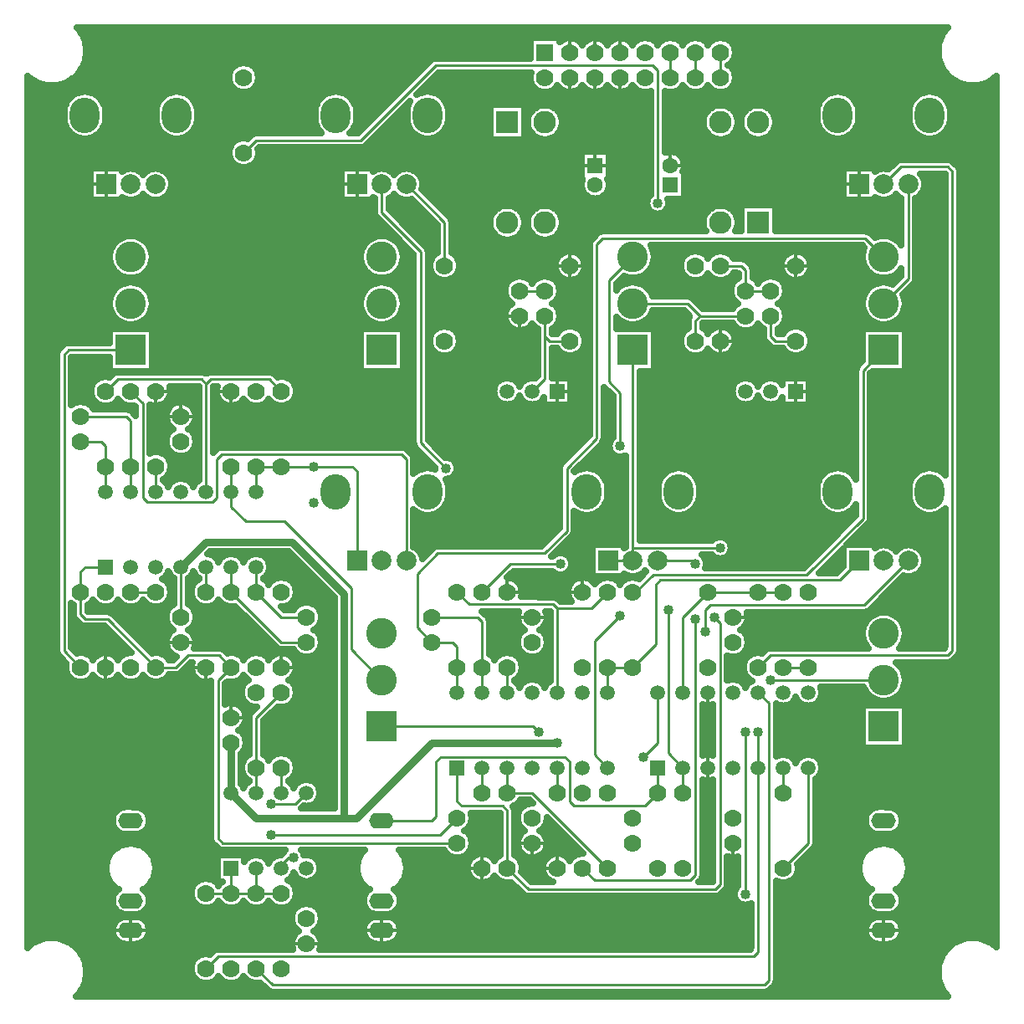
<source format=gbr>
G04 DipTrace 3.2.0.1*
G04 Bottom.gbr*
%MOIN*%
G04 #@! TF.FileFunction,Copper,L2,Bot*
G04 #@! TF.Part,Single*
G04 #@! TA.AperFunction,Conductor*
%ADD14C,0.01*%
%ADD15C,0.03*%
G04 #@! TA.AperFunction,CopperBalancing*
%ADD16C,0.025*%
%ADD17C,0.012992*%
G04 #@! TA.AperFunction,ComponentPad*
%ADD19C,0.07*%
%ADD20R,0.062992X0.062992*%
%ADD21C,0.062992*%
%ADD22R,0.09X0.09*%
%ADD23C,0.09*%
%ADD24C,0.09*%
%ADD25R,0.07X0.07*%
%ADD26O,0.098425X0.062992*%
%ADD27R,0.059055X0.059055*%
%ADD28C,0.059055*%
%ADD29C,0.07874*%
%ADD30R,0.07874X0.07874*%
%ADD31O,0.11811X0.141732*%
%ADD32R,0.122047X0.122047*%
%ADD33C,0.122047*%
G04 #@! TA.AperFunction,ViaPad*
%ADD34C,0.04*%
%FSLAX26Y26*%
G04*
G70*
G90*
G75*
G01*
G04 Bottom*
%LPD*%
X1344000Y2144000D2*
D14*
Y2044000D1*
X1444000Y1944000D1*
X1544000D1*
X744000Y2444000D2*
Y2544000D1*
Y2626000D1*
X726000Y2644000D1*
X644000D1*
X2793748Y3328787D2*
X2844000Y3379039D1*
X2744000Y1344000D2*
X2692000Y1396000D1*
Y1848339D1*
X2793748Y1950087D1*
Y2625016D2*
Y2837493D1*
X2750003Y2881239D1*
Y3285042D1*
X2844000Y3379039D1*
X2144000Y1644000D2*
Y1744000D1*
X2044000Y1844000D2*
X1985000Y1903000D1*
Y2116236D1*
X2067362Y2198598D1*
X2492318D1*
X2581270Y2287551D1*
Y2537525D1*
X2700008Y2656262D1*
Y3428937D1*
X2724134Y3453063D1*
X3769976D1*
X3844000Y3379039D1*
X2144000Y1744000D2*
Y1826000D1*
X2126000Y1844000D1*
X2044000D1*
X744000Y2144000D2*
X662000D1*
X644000Y2126000D1*
Y2044000D1*
X1244000Y1744000D2*
X1192000Y1692000D1*
Y1062000D1*
X1210000Y1044000D1*
X2144000D1*
X944000Y1744000D2*
X1024287D1*
X1072287Y1792000D1*
X1196000D1*
X1244000Y1744000D1*
X644000Y2044000D2*
Y1954657D1*
X662000Y1936657D1*
X751343D1*
X944000Y1744000D1*
X844000Y3008961D2*
X596000D1*
X578000Y2990961D1*
Y1810000D1*
X644000Y1744000D1*
X2494000Y3244000D2*
X2394000D1*
X2344000Y1344000D2*
Y1244000D1*
X2444000D1*
X2744000Y944000D1*
X1942425Y2168409D2*
Y2574000D1*
X1924425Y2592000D1*
X1204528D1*
X1186528Y2574000D1*
Y2419472D1*
X1168528Y2401472D1*
X910000D1*
X892000Y2419472D1*
Y2796000D1*
X844000Y2844000D1*
X944000Y2044000D2*
X844000D1*
X2544000Y1244000D2*
Y1344000D1*
X1844000Y1508961D2*
X2446563D1*
X2468524Y1487000D1*
X3292000D2*
Y840291D1*
X1401476Y1200000D2*
X1500000D1*
X1544000Y1244000D1*
X2144000Y1144000D2*
X2077000Y1077000D1*
X1401476D1*
X2244000Y1244000D2*
Y1344000D1*
X1244000Y2144000D2*
Y2044000D1*
X1444000Y1844000D1*
X1544000D1*
X1144000Y2044000D2*
Y2144000D1*
X1444000Y2844000D2*
X1396000Y2892000D1*
X1162000D1*
X1144000Y2874000D1*
X1126000Y2892000D1*
X792000D1*
X744000Y2844000D1*
X1144000Y2874000D2*
Y2444000D1*
X1344000D2*
Y2544000D1*
X1444000D1*
X1572945D1*
X1745575Y2168409D2*
Y2526000D1*
X1727575Y2544000D1*
X1572945D1*
X844000Y2444000D2*
Y2544000D1*
Y2726000D1*
X826000Y2744000D1*
X644000D1*
X944000Y2544000D2*
Y2444000D1*
X1444000Y844000D2*
X1344000D1*
X1244000D2*
X1144000D1*
X1344000D2*
Y944000D1*
X1244000Y844000D2*
Y944000D1*
X1344000Y844000D2*
X1244000D1*
X3444000Y1244000D2*
Y1344000D1*
X2094000Y3344000D2*
Y3516835D1*
X1942425Y3668409D1*
X3094000Y3044000D2*
Y3125996D1*
X3112004Y3144000D1*
X3062004Y3194000D1*
X2844000D1*
X3112004Y3144000D2*
X3294000D1*
X2744000Y2044000D2*
X2678000Y1978000D1*
X2544000D1*
X2526000Y1996000D1*
X2192000D1*
X2144000Y2044000D1*
X2544000Y1978000D2*
Y1644000D1*
X2744000D2*
Y1744000D1*
X2844000D1*
X2935528Y1835528D1*
Y2074000D1*
X2953528Y2092000D1*
X3669165D1*
X3745575Y2168409D1*
X3093717Y1937588D2*
Y915717D1*
X3074000Y896000D1*
X2692000D1*
X2644000Y944000D1*
X2942425Y2168409D2*
X3081622D1*
X3093717Y2156315D1*
X2244000Y1644000D2*
Y1744000D1*
Y1926000D1*
X2226000Y1944000D1*
X2044000D1*
X2344000Y1744000D2*
Y1644000D1*
Y944000D2*
X2428000Y860000D1*
X3174000D1*
X3192000Y878000D1*
Y1920546D1*
X3168709Y1943837D1*
X2344000Y944000D2*
Y1174000D1*
X2326000Y1192000D1*
X2162000D1*
X2144000Y1210000D1*
Y1344000D1*
X3192000Y2220780D2*
X2844000D1*
Y3008961D1*
Y2168409D2*
Y2220780D1*
Y2168409D2*
X2745575D1*
X3394000Y3244000D2*
X3294000D1*
Y3326000D1*
X3276000Y3344000D1*
X3194000D1*
X2544000Y1444000D2*
D15*
X2044000D1*
X1744000Y1144000D1*
X1694000D1*
X1344000D1*
X1244000Y1244000D1*
Y1444000D1*
X1044000Y2144000D2*
X1144000Y2244000D1*
X1487441D1*
X1694000Y2037441D1*
Y1144000D1*
X1044000Y2144000D2*
D14*
Y1944000D1*
X3444000Y944000D2*
X3544000Y1044000D1*
Y1344000D1*
X3344000Y1644000D2*
X3386528Y1601472D1*
Y496000D1*
X3368528Y478000D1*
X1410000D1*
X1344000Y544000D1*
X3544000Y1744000D2*
X3444000D1*
X3844000Y3008961D2*
X3762396Y2927357D1*
Y2337546D1*
X3537420Y2112570D1*
X2924984D1*
X2844000Y2031585D1*
Y2044000D1*
X3942425Y3668409D2*
Y3292425D1*
X3844000Y3194000D1*
X2100071Y2537525D2*
X1999440Y2638156D1*
Y3400902D1*
X1844000Y3556341D1*
Y3668409D1*
X1492000Y986528D2*
X1473528D1*
X1444000Y957000D1*
Y944000D1*
X3344000Y1487000D2*
Y1344000D1*
Y610000D1*
X3326000Y592000D1*
X1192000D1*
X1144000Y544000D1*
X3394000Y3144000D2*
Y3062000D1*
X3412000Y3044000D1*
X3494000D1*
X3044000Y1244000D2*
Y1344000D1*
X2944000Y3594000D2*
Y4122000D1*
X2924000Y4142000D1*
X2058902D1*
X1760539Y3843638D1*
X1343638D1*
X1294000Y3794000D1*
X3044000Y1344000D2*
X2986528Y1401472D1*
Y1973000D1*
X2494000Y3144000D2*
Y3062000D1*
Y2894000D1*
X2444000Y2844000D1*
X2494000Y3062000D2*
X2512000Y3044000D1*
X2594000D1*
X2944000Y1344000D2*
Y1244000D1*
X2892000Y1192000D1*
X2610000D1*
X2592000Y1210000D1*
Y1368528D1*
X2574000Y1386528D1*
X2078000D1*
X2060000Y1368528D1*
Y1150976D1*
X2042000Y1132976D1*
X1844000D1*
X3444000Y2044000D2*
X3344000D1*
X3144000D2*
X3044000Y1944000D1*
Y1644000D1*
X3344000Y2044000D2*
X3144000D1*
X2944000Y1644000D2*
Y1444055D1*
X2886472Y1386528D1*
X3344000Y1744000D2*
X3392000Y1792000D1*
X4099126D1*
X4117126Y1810000D1*
Y3720780D1*
X4099126Y3738780D1*
X3914370D1*
X3844000Y3668409D1*
X1244000Y2544000D2*
Y2444000D1*
Y2383476D1*
X1302429Y2325047D1*
X1456388D1*
X1722000Y2059436D1*
Y1816000D1*
X1844000Y1694000D1*
X3392000D2*
X3844000D1*
X1344000Y1244000D2*
Y1344000D1*
Y1544000D1*
X1444000Y1644000D1*
Y1344000D2*
Y1244000D1*
X2556273Y2156315D2*
X2356315D1*
X2244000Y2044000D1*
X3134000Y1887000D2*
Y1974000D1*
X3152000Y1992000D1*
X3766016D1*
X3942425Y2168409D1*
X2994000Y4094000D2*
Y4194000D1*
X3094000Y4094000D2*
Y4194000D1*
X3194000Y4094000D2*
Y4194000D1*
D34*
X2793748Y1950087D3*
Y2625016D3*
X3093717Y2156315D3*
X2544000Y1444000D3*
X2444000Y944000D3*
X3144000Y1044000D3*
X2444000Y694000D3*
X2181312Y2293801D3*
X3093717Y1937588D3*
X3292000Y1487000D3*
X2468524D3*
X1401476Y1200000D3*
Y1077000D3*
X2556273Y2156315D3*
X3344000Y1487000D3*
X2986528Y1973000D3*
X2944000Y3594000D3*
X2886472Y1386528D3*
X3392000Y1694000D3*
X1572945Y2398476D3*
Y2544000D3*
X3292000Y840291D3*
X4044000Y1894000D3*
X3134000Y1887000D3*
X3192000Y2220780D3*
X3168709Y1943837D3*
X2100071Y2537525D3*
X1492000Y986528D3*
X650774Y4267655D2*
D16*
X4077199D1*
X661970Y4242786D2*
X2432986D1*
X2628782D2*
X2659199D1*
X2728791D2*
X2759209D1*
X2828801D2*
X2859218D1*
X2928774D2*
X2959227D1*
X3028783D2*
X3059201D1*
X3128793D2*
X3159210D1*
X3228765D2*
X4066003D1*
X667819Y4217917D2*
X2432986D1*
X3249902D2*
X4060190D1*
X669003Y4193049D2*
X2432986D1*
X3254997D2*
X4059005D1*
X665630Y4168180D2*
X2045150D1*
X3249004D2*
X4062379D1*
X657377Y4143311D2*
X1260039D1*
X1327980D2*
X2017411D1*
X3227976D2*
X4070633D1*
X643094Y4118442D2*
X1238365D1*
X1349655D2*
X1992543D1*
X3249650D2*
X4084915D1*
X619986Y4093573D2*
X1233018D1*
X1355001D2*
X1967676D1*
X2053272D2*
X2432986D1*
X3254997D2*
X4108024D1*
X434984Y4068705D2*
X482177D1*
X575848D2*
X1238760D1*
X1349260D2*
X1942807D1*
X2028404D2*
X2438762D1*
X3249256D2*
X4152161D1*
X4245831D2*
X4290029D1*
X434984Y4043836D2*
X1261403D1*
X1326580D2*
X1917940D1*
X2003535D2*
X2461406D1*
X2526584D2*
X2561415D1*
X2626593D2*
X2661388D1*
X2726602D2*
X2761398D1*
X2826612D2*
X2861407D1*
X3026594D2*
X3061390D1*
X3126604D2*
X3161399D1*
X3226613D2*
X4290029D1*
X434984Y4018967D2*
X605261D1*
X716585D2*
X971387D1*
X1082748D2*
X1605245D1*
X1716606D2*
X1893072D1*
X2082732D2*
X2913008D1*
X2974992D2*
X3605251D1*
X3716612D2*
X3971412D1*
X4082738D2*
X4290029D1*
X434984Y3994098D2*
X585273D1*
X736573D2*
X951436D1*
X1102699D2*
X1585294D1*
X1736558D2*
X1868205D1*
X2102719D2*
X2913008D1*
X2974992D2*
X3585299D1*
X3736563D2*
X3951425D1*
X4102724D2*
X4290029D1*
X434984Y3969230D2*
X576984D1*
X744898D2*
X943110D1*
X1111025D2*
X1576969D1*
X1744883D2*
X1843337D1*
X1928933D2*
X1943131D1*
X2111045D2*
X2273014D1*
X2414984D2*
X2448381D1*
X2539610D2*
X2913008D1*
X2974992D2*
X3148373D1*
X3239602D2*
X3298369D1*
X3389598D2*
X3576974D1*
X3744887D2*
X3943100D1*
X4111014D2*
X4290029D1*
X434984Y3944361D2*
X575871D1*
X745975D2*
X942034D1*
X1112136D2*
X1575892D1*
X1745995D2*
X1818469D1*
X1904064D2*
X1942018D1*
X2112122D2*
X2273014D1*
X2414984D2*
X2429146D1*
X2558844D2*
X2913008D1*
X2974992D2*
X3129139D1*
X3258836D2*
X3279135D1*
X3408869D2*
X3575861D1*
X3746000D2*
X3942024D1*
X4112126D2*
X4290029D1*
X434984Y3919492D2*
X576840D1*
X745005D2*
X943003D1*
X1111133D2*
X1576861D1*
X1744991D2*
X1793601D1*
X1879197D2*
X1942987D1*
X2111152D2*
X2273014D1*
X2564908D2*
X2913008D1*
X2974992D2*
X3123075D1*
X3414896D2*
X3576866D1*
X3744996D2*
X3942992D1*
X4111157D2*
X4290029D1*
X434984Y3894623D2*
X584915D1*
X736932D2*
X951041D1*
X1103094D2*
X1584899D1*
X1736953D2*
X1768734D1*
X1854329D2*
X1951062D1*
X2103079D2*
X2273014D1*
X2561571D2*
X2913008D1*
X2974992D2*
X3126412D1*
X3261564D2*
X3276408D1*
X3411596D2*
X3584904D1*
X3736958D2*
X3951066D1*
X4103084D2*
X4290029D1*
X434984Y3869755D2*
X604399D1*
X717446D2*
X970562D1*
X1083573D2*
X1329727D1*
X1829462D2*
X1970546D1*
X2083593D2*
X2273014D1*
X2414984D2*
X2440951D1*
X2547038D2*
X2913008D1*
X2974992D2*
X3140980D1*
X3247030D2*
X3290976D1*
X3397026D2*
X3604425D1*
X3717437D2*
X3970551D1*
X4083598D2*
X4290029D1*
X434984Y3844886D2*
X1262623D1*
X1804594D2*
X2913008D1*
X2974992D2*
X4290029D1*
X434984Y3820017D2*
X1239119D1*
X1778972D2*
X2913008D1*
X2974992D2*
X4290029D1*
X434984Y3795148D2*
X1233018D1*
X1355001D2*
X2636521D1*
X2751505D2*
X2913008D1*
X3016726D2*
X4290029D1*
X434984Y3770280D2*
X1238042D1*
X1349978D2*
X2636521D1*
X2751505D2*
X2913008D1*
X3044823D2*
X4290029D1*
X434984Y3745411D2*
X1258927D1*
X1329093D2*
X2636521D1*
X2751505D2*
X2913008D1*
X3051462D2*
X3878185D1*
X4135307D2*
X4290029D1*
X434984Y3720542D2*
X680223D1*
X881652D2*
X904786D1*
X980083D2*
X1680207D1*
X1881638D2*
X1904770D1*
X1980068D2*
X2636521D1*
X2751505D2*
X2913008D1*
X3051497D2*
X3680213D1*
X4148118D2*
X4290029D1*
X434984Y3695673D2*
X680223D1*
X1001577D2*
X1680207D1*
X2001562D2*
X2636521D1*
X2751505D2*
X2913008D1*
X3051497D2*
X3680213D1*
X4001567D2*
X4086134D1*
X4148118D2*
X4290029D1*
X434984Y3670804D2*
X680223D1*
X1007749D2*
X1680207D1*
X2007735D2*
X2636701D1*
X2751290D2*
X2913008D1*
X3051497D2*
X3680213D1*
X4007739D2*
X4086134D1*
X4148118D2*
X4290029D1*
X434984Y3645936D2*
X680223D1*
X1003659D2*
X1680207D1*
X2007698D2*
X2640289D1*
X2747702D2*
X2913008D1*
X3051497D2*
X3680213D1*
X4003648D2*
X4086134D1*
X4148118D2*
X4290029D1*
X434984Y3621067D2*
X680223D1*
X986291D2*
X1680207D1*
X2032566D2*
X2659774D1*
X2728217D2*
X2907446D1*
X3051497D2*
X3680213D1*
X3986281D2*
X4086134D1*
X4148118D2*
X4290029D1*
X434984Y3596198D2*
X1813014D1*
X1874999D2*
X1971839D1*
X2057434D2*
X2898045D1*
X2989957D2*
X3911415D1*
X3973434D2*
X4086134D1*
X4148118D2*
X4290029D1*
X434984Y3571329D2*
X1813014D1*
X1874999D2*
X1996706D1*
X2082302D2*
X2301112D1*
X2386887D2*
X2451108D1*
X2536882D2*
X2904361D1*
X2983640D2*
X3151100D1*
X3236875D2*
X3272999D1*
X3415004D2*
X3911415D1*
X3973434D2*
X4086134D1*
X4148118D2*
X4290029D1*
X434984Y3546461D2*
X1814773D1*
X1896673D2*
X2021573D1*
X2107169D2*
X2280155D1*
X2407843D2*
X2430151D1*
X2557839D2*
X3130143D1*
X3257867D2*
X3272999D1*
X3415004D2*
X3911415D1*
X3973434D2*
X4086134D1*
X4148118D2*
X4290029D1*
X434984Y3521592D2*
X1835945D1*
X1921541D2*
X2046441D1*
X2124609D2*
X2273230D1*
X2564765D2*
X3123218D1*
X3415004D2*
X3911415D1*
X3973434D2*
X4086134D1*
X4148118D2*
X4290029D1*
X434984Y3496723D2*
X1860812D1*
X1946408D2*
X2062984D1*
X2125004D2*
X2275777D1*
X2412220D2*
X2425773D1*
X2562217D2*
X3125766D1*
X3415004D2*
X3911415D1*
X3973434D2*
X4086134D1*
X4148118D2*
X4290029D1*
X434984Y3471854D2*
X1885680D1*
X1971276D2*
X2062984D1*
X2125004D2*
X2289126D1*
X2398871D2*
X2439122D1*
X2548867D2*
X2700108D1*
X3793978D2*
X3911415D1*
X3973434D2*
X4086134D1*
X4148118D2*
X4290029D1*
X434984Y3446986D2*
X791213D1*
X896760D2*
X1791232D1*
X1896781D2*
X1910547D1*
X1996144D2*
X2062984D1*
X2125004D2*
X2675455D1*
X3896786D2*
X3911415D1*
X3973434D2*
X4086134D1*
X4148118D2*
X4290029D1*
X434984Y3422117D2*
X768785D1*
X919223D2*
X1768769D1*
X1919209D2*
X1935416D1*
X2021012D2*
X2062984D1*
X2125004D2*
X2668996D1*
X2919228D2*
X3758117D1*
X3973434D2*
X4086134D1*
X4148118D2*
X4290029D1*
X434984Y3397248D2*
X758953D1*
X929055D2*
X1758972D1*
X1929041D2*
X1960283D1*
X2030449D2*
X2062984D1*
X2125004D2*
X2567264D1*
X2620744D2*
X2668996D1*
X2929025D2*
X3067274D1*
X3120718D2*
X3167283D1*
X3220727D2*
X3467276D1*
X3520719D2*
X3758978D1*
X3973434D2*
X4086134D1*
X4148118D2*
X4290029D1*
X434984Y3372379D2*
X757230D1*
X930778D2*
X1757251D1*
X1930762D2*
X1968429D1*
X2147647D2*
X2540352D1*
X2647657D2*
X2668996D1*
X2930747D2*
X3040361D1*
X3281121D2*
X3440362D1*
X3547668D2*
X3757256D1*
X3973434D2*
X4086134D1*
X4148118D2*
X4290029D1*
X434984Y3347510D2*
X763079D1*
X924929D2*
X1763064D1*
X1924913D2*
X1968429D1*
X2154895D2*
X2533102D1*
X2654906D2*
X2668996D1*
X2924934D2*
X3033113D1*
X3315282D2*
X3433114D1*
X3554881D2*
X3763070D1*
X3973434D2*
X4086134D1*
X4148118D2*
X4290029D1*
X434984Y3322642D2*
X778546D1*
X909463D2*
X1778530D1*
X1909448D2*
X1968429D1*
X2150948D2*
X2537050D1*
X2650958D2*
X2668996D1*
X2909469D2*
X3037024D1*
X3325007D2*
X3437025D1*
X3550970D2*
X3778535D1*
X3973434D2*
X4086134D1*
X4148118D2*
X4290029D1*
X434984Y3297773D2*
X818269D1*
X869739D2*
X1818253D1*
X1869723D2*
X1968429D1*
X2030449D2*
X2055664D1*
X2132360D2*
X2368466D1*
X2419541D2*
X2468475D1*
X2519550D2*
X2555638D1*
X2632335D2*
X2668996D1*
X2805547D2*
X2818261D1*
X2869744D2*
X3055648D1*
X3132345D2*
X3155657D1*
X3232354D2*
X3262987D1*
X3325007D2*
X3368450D1*
X3419526D2*
X3455650D1*
X3532345D2*
X3818259D1*
X3869728D2*
X3904955D1*
X3973434D2*
X4086134D1*
X4148118D2*
X4290029D1*
X434984Y3272904D2*
X811199D1*
X876808D2*
X1811185D1*
X1876793D2*
X1968429D1*
X2030449D2*
X2340656D1*
X2547361D2*
X2668996D1*
X2781003D2*
X2811205D1*
X2876814D2*
X3240631D1*
X3447371D2*
X3811190D1*
X3965684D2*
X4086134D1*
X4148118D2*
X4290029D1*
X434984Y3248035D2*
X776500D1*
X911508D2*
X1776521D1*
X1911493D2*
X1968429D1*
X2030449D2*
X2333156D1*
X2554861D2*
X2668996D1*
X2911513D2*
X3233131D1*
X3454871D2*
X3776490D1*
X3940852D2*
X4086134D1*
X4148118D2*
X4290029D1*
X434984Y3223167D2*
X762182D1*
X925825D2*
X1762167D1*
X1925846D2*
X1968429D1*
X2030449D2*
X2336852D1*
X2551164D2*
X2668996D1*
X2925831D2*
X3236827D1*
X3451176D2*
X3762172D1*
X3925816D2*
X4086134D1*
X4148118D2*
X4290029D1*
X434984Y3198298D2*
X757087D1*
X930921D2*
X1757071D1*
X1930907D2*
X1968429D1*
X2030449D2*
X2354974D1*
X2533007D2*
X2668996D1*
X3100516D2*
X3254984D1*
X3433018D2*
X3757076D1*
X3930911D2*
X4086134D1*
X4148118D2*
X4290029D1*
X434984Y3173429D2*
X759526D1*
X928482D2*
X1759512D1*
X1928466D2*
X1968429D1*
X2030449D2*
X2340942D1*
X2547073D2*
X2668996D1*
X3125383D2*
X3240954D1*
X3447049D2*
X3759517D1*
X3928471D2*
X4086134D1*
X4148118D2*
X4290029D1*
X434984Y3148560D2*
X770220D1*
X917787D2*
X1770240D1*
X1917773D2*
X1968429D1*
X2030449D2*
X2333192D1*
X2554824D2*
X2668996D1*
X2917757D2*
X3064655D1*
X3454836D2*
X3770245D1*
X3917778D2*
X4086134D1*
X4148118D2*
X4290029D1*
X434984Y3123692D2*
X794585D1*
X893423D2*
X1794570D1*
X1893407D2*
X1968429D1*
X2030449D2*
X2336636D1*
X2551379D2*
X2668996D1*
X2781003D2*
X2794591D1*
X2893428D2*
X3063004D1*
X3451356D2*
X3794575D1*
X3893412D2*
X4086134D1*
X4148118D2*
X4290029D1*
X434984Y3098823D2*
X1968429D1*
X2030449D2*
X2071093D1*
X2116930D2*
X2354328D1*
X2433680D2*
X2454337D1*
X2533654D2*
X2571104D1*
X2616904D2*
X2668996D1*
X2781003D2*
X3063004D1*
X3124988D2*
X3171088D1*
X3216924D2*
X3254339D1*
X3333655D2*
X3354348D1*
X3433664D2*
X3471079D1*
X3516916D2*
X4086134D1*
X4148118D2*
X4290029D1*
X434984Y3073954D2*
X756979D1*
X931029D2*
X1756963D1*
X1931014D2*
X1968429D1*
X2146749D2*
X2462984D1*
X2525005D2*
X2541248D1*
X2646760D2*
X2668996D1*
X2931034D2*
X3041259D1*
X3246744D2*
X3362996D1*
X3425016D2*
X3441260D1*
X3546735D2*
X3756969D1*
X3931020D2*
X4086134D1*
X4148118D2*
X4290029D1*
X434984Y3049085D2*
X756979D1*
X931029D2*
X1756963D1*
X1931014D2*
X1968429D1*
X2154787D2*
X2462984D1*
X2654762D2*
X2668996D1*
X2931034D2*
X3033220D1*
X3254782D2*
X3366083D1*
X3554773D2*
X3756969D1*
X3931020D2*
X4086134D1*
X4148118D2*
X4290029D1*
X434984Y3024217D2*
X568444D1*
X931029D2*
X1756963D1*
X1931014D2*
X1968429D1*
X2151558D2*
X2462984D1*
X2651568D2*
X2668996D1*
X2931034D2*
X3036450D1*
X3251552D2*
X3388976D1*
X3551543D2*
X3756969D1*
X3931020D2*
X4086134D1*
X4148118D2*
X4290029D1*
X434984Y2999348D2*
X548277D1*
X931029D2*
X1756963D1*
X1931014D2*
X1968429D1*
X2030449D2*
X2053690D1*
X2134298D2*
X2462984D1*
X2525005D2*
X2553699D1*
X2634308D2*
X2668996D1*
X2931034D2*
X3053710D1*
X3134282D2*
X3153719D1*
X3234291D2*
X3453711D1*
X3534283D2*
X3756969D1*
X3931020D2*
X4086134D1*
X4148118D2*
X4290029D1*
X434984Y2974479D2*
X546984D1*
X609005D2*
X756979D1*
X931029D2*
X1756963D1*
X1931014D2*
X1968429D1*
X2030449D2*
X2462984D1*
X2525005D2*
X2668996D1*
X2931034D2*
X3756969D1*
X3931020D2*
X4086134D1*
X4148118D2*
X4290029D1*
X434984Y2949610D2*
X546984D1*
X609005D2*
X756979D1*
X931029D2*
X1756963D1*
X1931014D2*
X1968429D1*
X2030449D2*
X2462984D1*
X2525005D2*
X2668996D1*
X2931034D2*
X3741861D1*
X3931020D2*
X4086134D1*
X4148118D2*
X4290029D1*
X434984Y2924741D2*
X546984D1*
X609005D2*
X756979D1*
X931029D2*
X1756963D1*
X1931014D2*
X1968429D1*
X2030449D2*
X2462984D1*
X2525005D2*
X2668996D1*
X2931034D2*
X3731383D1*
X3931020D2*
X4086134D1*
X4148118D2*
X4290029D1*
X434984Y2899873D2*
X546984D1*
X609005D2*
X724181D1*
X1463837D2*
X1968429D1*
X2030449D2*
X2457064D1*
X2525005D2*
X2668996D1*
X2874983D2*
X3731383D1*
X3793403D2*
X4086134D1*
X4148118D2*
X4290029D1*
X434984Y2875004D2*
X546984D1*
X609005D2*
X691885D1*
X1496097D2*
X1968429D1*
X2030449D2*
X2298492D1*
X2599537D2*
X2668996D1*
X2874983D2*
X3248490D1*
X3549534D2*
X3731383D1*
X3793403D2*
X4086134D1*
X4148118D2*
X4290029D1*
X434984Y2850135D2*
X546984D1*
X609005D2*
X683308D1*
X1004664D2*
X1112986D1*
X1504675D2*
X1968429D1*
X2030449D2*
X2288839D1*
X2599537D2*
X2668996D1*
X2874983D2*
X3238837D1*
X3549534D2*
X3731383D1*
X3793403D2*
X4086134D1*
X4148118D2*
X4290029D1*
X434984Y2825266D2*
X546984D1*
X609005D2*
X686072D1*
X1001937D2*
X1112986D1*
X1501911D2*
X1968429D1*
X2030449D2*
X2291888D1*
X2599537D2*
X2668996D1*
X2731016D2*
X2762761D1*
X2874983D2*
X3241887D1*
X3549534D2*
X3731383D1*
X3793403D2*
X4086134D1*
X4148118D2*
X4290029D1*
X434984Y2800398D2*
X546984D1*
X609005D2*
X625966D1*
X662042D2*
X702507D1*
X785518D2*
X802516D1*
X985501D2*
X1025967D1*
X1062042D2*
X1112986D1*
X1175005D2*
X1202482D1*
X1285493D2*
X1302491D1*
X1385503D2*
X1402500D1*
X1485512D2*
X1968429D1*
X2030449D2*
X2311339D1*
X2376696D2*
X2411311D1*
X2599537D2*
X2668996D1*
X2731016D2*
X2762761D1*
X2874983D2*
X3261336D1*
X3326693D2*
X3361310D1*
X3549534D2*
X3731383D1*
X3793403D2*
X4086134D1*
X4148118D2*
X4290029D1*
X434984Y2775529D2*
X546984D1*
X695773D2*
X861007D1*
X922991D2*
X992236D1*
X1095773D2*
X1112986D1*
X1175005D2*
X1968429D1*
X2030449D2*
X2668996D1*
X2731016D2*
X2762761D1*
X2874983D2*
X3731383D1*
X3793403D2*
X4086134D1*
X4148118D2*
X4290029D1*
X434984Y2750660D2*
X546984D1*
X922991D2*
X983373D1*
X1175005D2*
X1968429D1*
X2030449D2*
X2668996D1*
X2731016D2*
X2762761D1*
X2874983D2*
X3731383D1*
X3793403D2*
X4086134D1*
X4148118D2*
X4290029D1*
X434984Y2725791D2*
X546984D1*
X922991D2*
X985920D1*
X1175005D2*
X1968429D1*
X2030449D2*
X2668996D1*
X2731016D2*
X2762761D1*
X2874983D2*
X3731383D1*
X3793403D2*
X4086134D1*
X4148118D2*
X4290029D1*
X434984Y2700923D2*
X546984D1*
X922991D2*
X1001924D1*
X1086085D2*
X1112986D1*
X1175005D2*
X1968429D1*
X2030449D2*
X2668996D1*
X2731016D2*
X2762761D1*
X2874983D2*
X3731383D1*
X3793403D2*
X4086134D1*
X4148118D2*
X4290029D1*
X434984Y2676054D2*
X546984D1*
X922991D2*
X992559D1*
X1095450D2*
X1112986D1*
X1175005D2*
X1968429D1*
X2030449D2*
X2668996D1*
X2731016D2*
X2762761D1*
X2874983D2*
X3731383D1*
X3793403D2*
X4086134D1*
X4148118D2*
X4290029D1*
X434984Y2651185D2*
X546984D1*
X922991D2*
X983444D1*
X1175005D2*
X1968429D1*
X2030449D2*
X2652130D1*
X2730550D2*
X2756517D1*
X2874983D2*
X3731383D1*
X3793403D2*
X4086134D1*
X4148118D2*
X4290029D1*
X434984Y2626316D2*
X546984D1*
X922991D2*
X985740D1*
X1175005D2*
X1971013D1*
X2054097D2*
X2627262D1*
X2712858D2*
X2747761D1*
X2874983D2*
X3731383D1*
X3793403D2*
X4086134D1*
X4148118D2*
X4290029D1*
X434984Y2601448D2*
X546984D1*
X957547D2*
X1001350D1*
X1086659D2*
X1112986D1*
X1957783D2*
X1993332D1*
X2078965D2*
X2602395D1*
X2687991D2*
X2754688D1*
X2874983D2*
X3731383D1*
X3793403D2*
X4086134D1*
X4148118D2*
X4290029D1*
X434984Y2576579D2*
X546984D1*
X995083D2*
X1112986D1*
X1973322D2*
X2018201D1*
X2121739D2*
X2577528D1*
X2663123D2*
X2812999D1*
X2874983D2*
X3731383D1*
X3793403D2*
X4086134D1*
X4148118D2*
X4290029D1*
X434984Y2551710D2*
X546984D1*
X1004484D2*
X1112986D1*
X1973429D2*
X2043068D1*
X2143699D2*
X2554059D1*
X2638256D2*
X2812999D1*
X2874983D2*
X3731383D1*
X3793403D2*
X4086134D1*
X4148118D2*
X4290029D1*
X434984Y2526841D2*
X546984D1*
X1002438D2*
X1112986D1*
X2144740D2*
X2550255D1*
X2705503D2*
X2812999D1*
X2874983D2*
X2982516D1*
X3071629D2*
X3616374D1*
X3705487D2*
X3731383D1*
X3793403D2*
X3982501D1*
X4071650D2*
X4086134D1*
X4148118D2*
X4290029D1*
X434984Y2501972D2*
X546984D1*
X987188D2*
X1112986D1*
X2127623D2*
X2550255D1*
X2731877D2*
X2812999D1*
X2874983D2*
X2956142D1*
X3098004D2*
X3590000D1*
X3793403D2*
X3956126D1*
X4148118D2*
X4290029D1*
X434984Y2477104D2*
X546984D1*
X2109323D2*
X2550255D1*
X2743181D2*
X2812999D1*
X2874983D2*
X2944802D1*
X3109343D2*
X3578660D1*
X3793403D2*
X3944823D1*
X4148118D2*
X4290029D1*
X434984Y2452235D2*
X546984D1*
X2112122D2*
X2550255D1*
X2745980D2*
X2812999D1*
X2874983D2*
X2942003D1*
X3112142D2*
X3575861D1*
X3793403D2*
X3942024D1*
X4148118D2*
X4290029D1*
X434984Y2427366D2*
X546984D1*
X2111978D2*
X2550255D1*
X2745836D2*
X2812999D1*
X2874983D2*
X2942147D1*
X3111999D2*
X3576005D1*
X3793403D2*
X3942167D1*
X4148118D2*
X4290029D1*
X434984Y2402497D2*
X546984D1*
X2106596D2*
X2550255D1*
X2740454D2*
X2812999D1*
X2874983D2*
X2947529D1*
X3106615D2*
X3581387D1*
X3793403D2*
X3947550D1*
X4148118D2*
X4290029D1*
X434984Y2377629D2*
X546984D1*
X2091524D2*
X2550255D1*
X2725382D2*
X2812999D1*
X2874983D2*
X2962601D1*
X3091545D2*
X3596459D1*
X3793403D2*
X3962621D1*
X4148118D2*
X4290029D1*
X434984Y2352760D2*
X546984D1*
X1973429D2*
X2002052D1*
X2052087D2*
X2550255D1*
X2612276D2*
X2635911D1*
X2685945D2*
X2812999D1*
X2874983D2*
X3002073D1*
X3052072D2*
X3635932D1*
X3685930D2*
X3731383D1*
X3793403D2*
X4002058D1*
X4052056D2*
X4086134D1*
X4148118D2*
X4290029D1*
X434984Y2327891D2*
X546984D1*
X1973429D2*
X2550255D1*
X2612276D2*
X2812999D1*
X2874983D2*
X3709924D1*
X3791717D2*
X4086134D1*
X4148118D2*
X4290029D1*
X434984Y2303022D2*
X546984D1*
X1973429D2*
X2550255D1*
X2612276D2*
X2812999D1*
X2874983D2*
X3685056D1*
X3770689D2*
X4086134D1*
X4148118D2*
X4290029D1*
X434984Y2278154D2*
X546984D1*
X1973429D2*
X2529084D1*
X2610660D2*
X2812999D1*
X2874983D2*
X3660189D1*
X3745820D2*
X4086134D1*
X4148118D2*
X4290029D1*
X434984Y2253285D2*
X546984D1*
X1973429D2*
X2504215D1*
X2589812D2*
X2812999D1*
X2874983D2*
X3160609D1*
X3223419D2*
X3635322D1*
X3720953D2*
X4086134D1*
X4148118D2*
X4290029D1*
X434984Y2228416D2*
X546984D1*
X1973429D2*
X2479312D1*
X2564944D2*
X2680192D1*
X3237341D2*
X3610454D1*
X3865243D2*
X3921175D1*
X3963673D2*
X4086134D1*
X4148118D2*
X4290029D1*
X434984Y2203547D2*
X546984D1*
X1160509D2*
X1470930D1*
X1997076D2*
X2029504D1*
X2540076D2*
X2680192D1*
X3234436D2*
X3585585D1*
X3997046D2*
X4086134D1*
X4148118D2*
X4290029D1*
X434984Y2178678D2*
X546984D1*
X1186633D2*
X1201369D1*
X1286606D2*
X1301378D1*
X1386615D2*
X1495798D1*
X2596092D2*
X2680192D1*
X3133529D2*
X3178551D1*
X3205441D2*
X3560718D1*
X3646350D2*
X3680213D1*
X4006950D2*
X4086134D1*
X4148118D2*
X4290029D1*
X434984Y2153810D2*
X546984D1*
X1398600D2*
X1520667D1*
X2602192D2*
X2680192D1*
X3139629D2*
X3535850D1*
X3621482D2*
X3680213D1*
X4006089D2*
X4086134D1*
X4148118D2*
X4290029D1*
X434984Y2128941D2*
X546984D1*
X1397344D2*
X1545570D1*
X2592575D2*
X2680192D1*
X3596614D2*
X3663311D1*
X3993852D2*
X4086134D1*
X4148118D2*
X4290029D1*
X434984Y2104072D2*
X546984D1*
X981411D2*
X1006589D1*
X1081385D2*
X1106598D1*
X1381412D2*
X1570437D1*
X2346875D2*
X2873680D1*
X3920900D2*
X4086134D1*
X4148118D2*
X4290029D1*
X434984Y2079203D2*
X546984D1*
X993217D2*
X1013013D1*
X1074996D2*
X1094793D1*
X1493227D2*
X1595306D1*
X2393238D2*
X2594787D1*
X3896031D2*
X4086134D1*
X4148118D2*
X4290029D1*
X434984Y2054335D2*
X546984D1*
X1504064D2*
X1620173D1*
X2404075D2*
X2583915D1*
X3871164D2*
X4086134D1*
X4148118D2*
X4290029D1*
X434984Y2029466D2*
X546984D1*
X1503167D2*
X1645041D1*
X2403178D2*
X2584848D1*
X3846297D2*
X4086134D1*
X4148118D2*
X4290029D1*
X434984Y2004597D2*
X546984D1*
X989736D2*
X1013013D1*
X1074996D2*
X1098273D1*
X1489747D2*
X1653007D1*
X3821429D2*
X4086134D1*
X4148118D2*
X4290029D1*
X434984Y1979728D2*
X546984D1*
X674996D2*
X995178D1*
X1092831D2*
X1265458D1*
X1451063D2*
X1495189D1*
X1592806D2*
X1653007D1*
X3796560D2*
X4086134D1*
X4148118D2*
X4290029D1*
X434984Y1954860D2*
X546984D1*
X775938D2*
X984018D1*
X1103991D2*
X1290325D1*
X1603966D2*
X1653007D1*
X2257955D2*
X2384004D1*
X3303979D2*
X3804156D1*
X3883867D2*
X4086134D1*
X4148118D2*
X4290029D1*
X434984Y1929991D2*
X546984D1*
X609005D2*
X625858D1*
X800806D2*
X984699D1*
X1103310D2*
X1315193D1*
X1603283D2*
X1653007D1*
X2274713D2*
X2384685D1*
X3303297D2*
X3774050D1*
X3913938D2*
X4086134D1*
X4148118D2*
X4290029D1*
X434984Y1905122D2*
X546984D1*
X609005D2*
X740077D1*
X825673D2*
X997798D1*
X1090211D2*
X1340062D1*
X1590222D2*
X1653007D1*
X2275000D2*
X2397783D1*
X2490197D2*
X2513008D1*
X3290199D2*
X3761096D1*
X3926892D2*
X4086134D1*
X4148118D2*
X4290029D1*
X434984Y1880253D2*
X546984D1*
X609005D2*
X764945D1*
X850541D2*
X995573D1*
X1092400D2*
X1364929D1*
X1592411D2*
X1653007D1*
X2275000D2*
X2395594D1*
X2492423D2*
X2513008D1*
X3292424D2*
X3756969D1*
X3931020D2*
X4086134D1*
X4148118D2*
X4290029D1*
X434984Y1855385D2*
X546984D1*
X609005D2*
X789812D1*
X875409D2*
X984126D1*
X1103883D2*
X1389797D1*
X1603894D2*
X1653007D1*
X2275000D2*
X2384112D1*
X3303871D2*
X3760341D1*
X3927646D2*
X4086134D1*
X4148118D2*
X4290029D1*
X434984Y1830516D2*
X546984D1*
X609005D2*
X814681D1*
X900277D2*
X984592D1*
X1103417D2*
X1414664D1*
X1603428D2*
X1653007D1*
X2275000D2*
X2384577D1*
X3303441D2*
X3772291D1*
X3915697D2*
X4086134D1*
X4148118D2*
X4290029D1*
X434984Y1805647D2*
X547344D1*
X625152D2*
X839549D1*
X925144D2*
X997331D1*
X1225172D2*
X1497341D1*
X1590688D2*
X1653007D1*
X2275000D2*
X2397316D1*
X2490664D2*
X2513008D1*
X3290665D2*
X3362853D1*
X4147795D2*
X4290029D1*
X434984Y1780778D2*
X564424D1*
X991996D2*
X1018252D1*
X1492007D2*
X1653007D1*
X2391982D2*
X2513008D1*
X3222988D2*
X3296000D1*
X4130714D2*
X4290029D1*
X434984Y1755909D2*
X584232D1*
X1503777D2*
X1653007D1*
X2403789D2*
X2513008D1*
X3222988D2*
X3284231D1*
X3904034D2*
X4290029D1*
X434984Y1731041D2*
X584448D1*
X1054148D2*
X1084458D1*
X1503562D2*
X1653007D1*
X2403537D2*
X2513008D1*
X3222988D2*
X3284446D1*
X3922479D2*
X4290029D1*
X434984Y1706172D2*
X596864D1*
X991135D2*
X1096874D1*
X1491110D2*
X1653007D1*
X2391121D2*
X2513008D1*
X3222988D2*
X3296862D1*
X3930157D2*
X4290029D1*
X434984Y1681303D2*
X1160999D1*
X1224096D2*
X1296427D1*
X1491576D2*
X1653007D1*
X2384196D2*
X2403812D1*
X2484205D2*
X2503822D1*
X3284171D2*
X3303823D1*
X3930050D2*
X4290029D1*
X434984Y1656434D2*
X1160999D1*
X1222983D2*
X1284333D1*
X1503669D2*
X1653007D1*
X3598050D2*
X3765797D1*
X3922227D2*
X4290029D1*
X434984Y1631566D2*
X1160999D1*
X1222983D2*
X1284333D1*
X1503669D2*
X1653007D1*
X3598050D2*
X3784528D1*
X3903461D2*
X4290029D1*
X434984Y1606697D2*
X1160999D1*
X1222983D2*
X1296427D1*
X1491576D2*
X1653007D1*
X3484189D2*
X3503806D1*
X3584198D2*
X4290029D1*
X434984Y1581828D2*
X1160999D1*
X1291127D2*
X1339021D1*
X1424617D2*
X1653007D1*
X3124701D2*
X3161004D1*
X3417516D2*
X3756969D1*
X3931020D2*
X4290029D1*
X434984Y1556959D2*
X1160999D1*
X1303543D2*
X1316126D1*
X1399748D2*
X1653007D1*
X3124701D2*
X3161004D1*
X3417516D2*
X3756969D1*
X3931020D2*
X4290029D1*
X434984Y1532091D2*
X1160999D1*
X1374988D2*
X1653007D1*
X3124701D2*
X3161004D1*
X3417516D2*
X3756969D1*
X3931020D2*
X4290029D1*
X434984Y1507222D2*
X1160999D1*
X1291988D2*
X1313004D1*
X1374988D2*
X1653007D1*
X3124701D2*
X3161004D1*
X3417516D2*
X3756969D1*
X3931020D2*
X4290029D1*
X434984Y1482353D2*
X1160999D1*
X1290660D2*
X1313004D1*
X1374988D2*
X1653007D1*
X3124701D2*
X3161004D1*
X3417516D2*
X3756969D1*
X3931020D2*
X4290029D1*
X434984Y1457484D2*
X1160999D1*
X1374988D2*
X1653007D1*
X3124701D2*
X3161004D1*
X3417516D2*
X3756969D1*
X3931020D2*
X4290029D1*
X434984Y1432615D2*
X1160999D1*
X1374988D2*
X1653007D1*
X3124701D2*
X3161004D1*
X3417516D2*
X3756969D1*
X3931020D2*
X4290029D1*
X434984Y1407747D2*
X1160999D1*
X1292419D2*
X1313004D1*
X1374988D2*
X1653007D1*
X3124701D2*
X3161004D1*
X3417516D2*
X4290029D1*
X434984Y1382878D2*
X1160999D1*
X1284991D2*
X1297790D1*
X1490213D2*
X1653007D1*
X3482575D2*
X3505457D1*
X3582547D2*
X4290029D1*
X434984Y1358009D2*
X1160999D1*
X1503310D2*
X1653007D1*
X3597655D2*
X4290029D1*
X434984Y1333140D2*
X1160999D1*
X1503992D2*
X1653007D1*
X3598408D2*
X4290029D1*
X434984Y1308272D2*
X1160999D1*
X1492832D2*
X1653007D1*
X3585669D2*
X4290029D1*
X434984Y1283403D2*
X1160999D1*
X1284991D2*
X1306007D1*
X1481995D2*
X1506025D1*
X1582004D2*
X1653007D1*
X3124701D2*
X3161004D1*
X3575012D2*
X4290029D1*
X434984Y1258534D2*
X1160999D1*
X1597507D2*
X1653007D1*
X3124701D2*
X3161004D1*
X3575012D2*
X4290029D1*
X434984Y1233665D2*
X1160999D1*
X1598510D2*
X1653007D1*
X3124701D2*
X3161004D1*
X3575012D2*
X4290029D1*
X434984Y1208797D2*
X1160999D1*
X1586167D2*
X1653007D1*
X2393238D2*
X2436395D1*
X3124701D2*
X3161004D1*
X3575012D2*
X4290029D1*
X434984Y1183928D2*
X803091D1*
X884919D2*
X1160999D1*
X1526743D2*
X1653007D1*
X2373215D2*
X2398752D1*
X3124701D2*
X3161004D1*
X3575012D2*
X3803080D1*
X3884908D2*
X4290029D1*
X434984Y1159059D2*
X775352D1*
X912621D2*
X1160999D1*
X2203016D2*
X2312990D1*
X3124701D2*
X3161004D1*
X3575012D2*
X3775377D1*
X3912647D2*
X4290029D1*
X434984Y1134190D2*
X768785D1*
X919188D2*
X1160999D1*
X2204164D2*
X2312990D1*
X3124701D2*
X3161004D1*
X3575012D2*
X3768811D1*
X3919213D2*
X4290029D1*
X434984Y1109322D2*
X774131D1*
X913877D2*
X1160999D1*
X2193614D2*
X2312990D1*
X2375009D2*
X2394374D1*
X2493606D2*
X2535866D1*
X3124701D2*
X3161004D1*
X3575012D2*
X3774121D1*
X3913866D2*
X4290029D1*
X434984Y1084453D2*
X797887D1*
X890085D2*
X1160999D1*
X2188770D2*
X2312990D1*
X2375009D2*
X2399255D1*
X2488762D2*
X2560734D1*
X3124701D2*
X3161004D1*
X3575012D2*
X3797912D1*
X3890112D2*
X4290029D1*
X434984Y1059584D2*
X1161106D1*
X2202873D2*
X2312990D1*
X2502900D2*
X2585601D1*
X3124701D2*
X3161004D1*
X3575012D2*
X4290029D1*
X434984Y1034715D2*
X803629D1*
X884379D2*
X1176465D1*
X2204272D2*
X2312990D1*
X2504264D2*
X2610469D1*
X3124701D2*
X3161004D1*
X3573433D2*
X3803618D1*
X3884370D2*
X4290029D1*
X434984Y1009846D2*
X768497D1*
X919475D2*
X1452773D1*
X1531228D2*
X1768518D1*
X1919495D2*
X2093988D1*
X2194009D2*
X2312990D1*
X2375009D2*
X2394016D1*
X2494001D2*
X2635337D1*
X3124701D2*
X3161004D1*
X3552656D2*
X3768524D1*
X3919500D2*
X4290029D1*
X434984Y984978D2*
X752135D1*
X935837D2*
X1188487D1*
X1380156D2*
X1407846D1*
X1580175D2*
X1752155D1*
X1935858D2*
X2199739D1*
X2388251D2*
X2499766D1*
X3124701D2*
X3161004D1*
X3222988D2*
X3261013D1*
X3527789D2*
X3752160D1*
X3935864D2*
X4290029D1*
X434984Y960109D2*
X744528D1*
X943482D2*
X1188487D1*
X1597004D2*
X1744512D1*
X1943466D2*
X2185277D1*
X2402748D2*
X2485269D1*
X3124701D2*
X3161004D1*
X3222988D2*
X3261013D1*
X3502921D2*
X3744517D1*
X3943471D2*
X4290029D1*
X434984Y935240D2*
X743594D1*
X944415D2*
X1188487D1*
X1598798D2*
X1743579D1*
X1944399D2*
X2183663D1*
X2404327D2*
X2483654D1*
X3124701D2*
X3161004D1*
X3222988D2*
X3261013D1*
X3504356D2*
X3743584D1*
X3944404D2*
X4290029D1*
X434984Y910371D2*
X749121D1*
X938888D2*
X1188487D1*
X1487486D2*
X1500499D1*
X1587495D2*
X1749140D1*
X1938873D2*
X2193638D1*
X2420438D2*
X2493630D1*
X3124199D2*
X3161004D1*
X3222988D2*
X3261013D1*
X3494381D2*
X3749110D1*
X3938878D2*
X4290029D1*
X434984Y885503D2*
X762505D1*
X925503D2*
X1100283D1*
X1187745D2*
X1200256D1*
X1487736D2*
X1762490D1*
X1925488D2*
X2359710D1*
X3222988D2*
X3261013D1*
X3417516D2*
X3762495D1*
X3925493D2*
X4290029D1*
X434984Y860634D2*
X789419D1*
X898591D2*
X1085427D1*
X1502593D2*
X1789403D1*
X1898575D2*
X2384577D1*
X3217104D2*
X3251038D1*
X3417516D2*
X3789408D1*
X3898580D2*
X4290029D1*
X434984Y835765D2*
X773235D1*
X914774D2*
X1083597D1*
X1504423D2*
X1773255D1*
X1914759D2*
X2410487D1*
X3191482D2*
X3246230D1*
X3417516D2*
X3773260D1*
X3914764D2*
X4290029D1*
X434984Y810896D2*
X768892D1*
X919115D2*
X1093249D1*
X1494734D2*
X1768877D1*
X1919136D2*
X3257425D1*
X3417516D2*
X3768882D1*
X3919105D2*
X4290029D1*
X434984Y786028D2*
X776465D1*
X911508D2*
X1133655D1*
X1154336D2*
X1233664D1*
X1254346D2*
X1333673D1*
X1354356D2*
X1433647D1*
X1454325D2*
X1500823D1*
X1587207D2*
X1776484D1*
X1911529D2*
X3313009D1*
X3417516D2*
X3776490D1*
X3911534D2*
X4290029D1*
X434984Y761159D2*
X808832D1*
X879177D2*
X1485571D1*
X1602423D2*
X1808816D1*
X1879197D2*
X3313009D1*
X3417516D2*
X3808822D1*
X3879202D2*
X4290029D1*
X434984Y736290D2*
X786367D1*
X901604D2*
X1483526D1*
X1604504D2*
X1786388D1*
X1901625D2*
X3313009D1*
X3417516D2*
X3786394D1*
X3901630D2*
X4290029D1*
X434984Y711421D2*
X771009D1*
X916999D2*
X1492928D1*
X1595102D2*
X1770995D1*
X1916983D2*
X3313009D1*
X3417516D2*
X3771000D1*
X3916988D2*
X4290029D1*
X434984Y686552D2*
X769610D1*
X918398D2*
X1501361D1*
X1586634D2*
X1769594D1*
X1918383D2*
X3313009D1*
X3417516D2*
X3769600D1*
X3918388D2*
X4290029D1*
X434984Y661684D2*
X489929D1*
X568060D2*
X780770D1*
X907202D2*
X1485751D1*
X1602280D2*
X1780790D1*
X1907223D2*
X3313009D1*
X3417516D2*
X3780795D1*
X3907228D2*
X4159912D1*
X4238080D2*
X4290029D1*
X617043Y636815D2*
X1483454D1*
X1604539D2*
X3313009D1*
X3417516D2*
X4110966D1*
X641336Y611946D2*
X1169144D1*
X3417516D2*
X4086672D1*
X656264Y587077D2*
X1101933D1*
X3417516D2*
X4071709D1*
X665055Y562209D2*
X1085894D1*
X3417516D2*
X4062953D1*
X668895Y537340D2*
X1083382D1*
X3417516D2*
X4059113D1*
X668142Y512471D2*
X1092209D1*
X3417516D2*
X4059867D1*
X662759Y487602D2*
X1125940D1*
X1162051D2*
X1225949D1*
X1262025D2*
X1325958D1*
X3416260D2*
X4065249D1*
X652138Y462734D2*
X1382476D1*
X3396058D2*
X4075871D1*
X634626Y437865D2*
X4093383D1*
X1602320Y1839411D2*
X1600883Y1830344D1*
X1598047Y1821613D1*
X1593879Y1813434D1*
X1588484Y1806008D1*
X1581992Y1799516D1*
X1574566Y1794121D1*
X1566387Y1789953D1*
X1557656Y1787117D1*
X1548589Y1785680D1*
X1539411D1*
X1530344Y1787117D1*
X1521613Y1789953D1*
X1513434Y1794121D1*
X1506008Y1799516D1*
X1499516Y1806008D1*
X1494121Y1813434D1*
X1492972Y1815484D1*
X1441764Y1815588D1*
X1437346Y1816287D1*
X1433093Y1817669D1*
X1429109Y1819699D1*
X1425491Y1822328D1*
X1358890Y1888804D1*
X1259957Y1987738D1*
X1253151Y1986220D1*
X1244000Y1985500D1*
X1234849Y1986220D1*
X1225923Y1988364D1*
X1217441Y1991877D1*
X1209614Y1996672D1*
X1202634Y2002634D1*
X1196672Y2009614D1*
X1194007Y2013638D1*
X1188484Y2006008D1*
X1181992Y1999516D1*
X1174566Y1994121D1*
X1166387Y1989953D1*
X1157656Y1987117D1*
X1148589Y1985680D1*
X1139411D1*
X1130344Y1987117D1*
X1121613Y1989953D1*
X1113434Y1994121D1*
X1106008Y1999516D1*
X1099516Y2006008D1*
X1094121Y2013434D1*
X1089953Y2021613D1*
X1087117Y2030344D1*
X1085680Y2039411D1*
Y2048589D1*
X1087117Y2057656D1*
X1089953Y2066387D1*
X1094121Y2074566D1*
X1099516Y2081992D1*
X1106008Y2088484D1*
X1113434Y2093879D1*
X1115484Y2095028D1*
X1115500Y2099298D1*
X1109562Y2103677D1*
X1103677Y2109562D1*
X1098786Y2116293D1*
X1095009Y2123707D1*
X1094024Y2126378D1*
X1091248Y2119927D1*
X1086900Y2112831D1*
X1081496Y2106504D1*
X1075169Y2101100D1*
X1072505Y2099320D1*
X1072500Y1995117D1*
X1078386Y1991328D1*
X1085366Y1985366D1*
X1091328Y1978386D1*
X1096123Y1970559D1*
X1099636Y1962077D1*
X1101780Y1953151D1*
X1102500Y1944000D1*
X1101780Y1934849D1*
X1099636Y1925923D1*
X1096123Y1917441D1*
X1091328Y1909614D1*
X1085366Y1902634D1*
X1078386Y1896672D1*
X1074362Y1894007D1*
X1079780Y1890283D1*
X1085297Y1885436D1*
X1090163Y1879934D1*
X1094301Y1873867D1*
X1097647Y1867329D1*
X1100147Y1860424D1*
X1101762Y1853260D1*
X1102467Y1845949D1*
X1102240Y1838496D1*
X1101092Y1831243D1*
X1099043Y1824190D1*
X1097571Y1820505D1*
X1198236Y1820412D1*
X1202654Y1819713D1*
X1206907Y1818331D1*
X1210891Y1816301D1*
X1214509Y1813672D1*
X1228052Y1800252D1*
X1234849Y1801780D1*
X1244000Y1802500D1*
X1253151Y1801780D1*
X1262077Y1799636D1*
X1270559Y1796123D1*
X1278386Y1791328D1*
X1285366Y1785366D1*
X1291328Y1778386D1*
X1293993Y1774362D1*
X1299516Y1781992D1*
X1306008Y1788484D1*
X1313434Y1793879D1*
X1321613Y1798047D1*
X1330344Y1800883D1*
X1339411Y1802320D1*
X1348589D1*
X1357656Y1800883D1*
X1366387Y1798047D1*
X1374566Y1793879D1*
X1381992Y1788484D1*
X1388484Y1781992D1*
X1393993Y1774362D1*
X1397735Y1779802D1*
X1402585Y1785316D1*
X1408088Y1790180D1*
X1414157Y1794315D1*
X1420697Y1797657D1*
X1427604Y1800155D1*
X1434768Y1801766D1*
X1442079Y1802469D1*
X1449420Y1802248D1*
X1456676Y1801110D1*
X1463731Y1799072D1*
X1470476Y1796165D1*
X1476803Y1792437D1*
X1482614Y1787946D1*
X1487816Y1782761D1*
X1492327Y1776966D1*
X1496076Y1770651D1*
X1499005Y1763916D1*
X1501067Y1756867D1*
X1502230Y1749615D1*
X1502471Y1742163D1*
X1501781Y1734852D1*
X1500178Y1727684D1*
X1497692Y1720773D1*
X1494358Y1714230D1*
X1490231Y1708155D1*
X1485375Y1702644D1*
X1479867Y1697786D1*
X1474364Y1694005D1*
X1481992Y1688484D1*
X1488484Y1681992D1*
X1493879Y1674566D1*
X1498047Y1666387D1*
X1500883Y1657656D1*
X1502320Y1648589D1*
Y1639411D1*
X1500883Y1630344D1*
X1498047Y1621613D1*
X1493879Y1613434D1*
X1488484Y1606008D1*
X1481992Y1599516D1*
X1474566Y1594121D1*
X1466387Y1589953D1*
X1457656Y1587117D1*
X1448589Y1585680D1*
X1439411D1*
X1430344Y1587117D1*
X1428081Y1587755D1*
X1372476Y1532172D1*
X1372500Y1395117D1*
X1378386Y1391328D1*
X1385366Y1385366D1*
X1391328Y1378386D1*
X1393993Y1374362D1*
X1399516Y1381992D1*
X1406008Y1388484D1*
X1413434Y1393879D1*
X1421613Y1398047D1*
X1430344Y1400883D1*
X1439411Y1402320D1*
X1448589D1*
X1457656Y1400883D1*
X1466387Y1398047D1*
X1474566Y1393879D1*
X1481992Y1388484D1*
X1488484Y1381992D1*
X1493879Y1374566D1*
X1498047Y1366387D1*
X1500883Y1357656D1*
X1502320Y1348589D1*
Y1339411D1*
X1500883Y1330344D1*
X1498047Y1321613D1*
X1493879Y1313434D1*
X1488484Y1306008D1*
X1481992Y1299516D1*
X1474566Y1294121D1*
X1472516Y1292972D1*
X1472500Y1288702D1*
X1478438Y1284323D1*
X1484323Y1278438D1*
X1489214Y1271707D1*
X1492991Y1264293D1*
X1493976Y1261622D1*
X1496752Y1268073D1*
X1501100Y1275169D1*
X1506504Y1281496D1*
X1512831Y1286900D1*
X1519927Y1291248D1*
X1527614Y1294432D1*
X1535705Y1296375D1*
X1544000Y1297028D1*
X1552295Y1296375D1*
X1560386Y1294432D1*
X1568073Y1291248D1*
X1575169Y1286900D1*
X1581496Y1281496D1*
X1586900Y1275169D1*
X1591248Y1268073D1*
X1594432Y1260386D1*
X1596375Y1252295D1*
X1597028Y1244000D1*
X1596375Y1235705D1*
X1594432Y1227614D1*
X1591248Y1219927D1*
X1586900Y1212831D1*
X1581496Y1206504D1*
X1575169Y1201100D1*
X1568073Y1196752D1*
X1560386Y1193568D1*
X1552295Y1191625D1*
X1544000Y1190972D1*
X1535705Y1191625D1*
X1532562Y1192251D1*
X1522803Y1182497D1*
X1655510Y1182500D1*
X1655500Y2021476D1*
X1471472Y2205521D1*
X1159927Y2205500D1*
X1151000Y2196554D1*
X1156379Y2195563D1*
X1164293Y2192991D1*
X1171707Y2189214D1*
X1178438Y2184323D1*
X1184323Y2178438D1*
X1189214Y2171707D1*
X1192991Y2164293D1*
X1193976Y2161622D1*
X1196752Y2168073D1*
X1201100Y2175169D1*
X1206504Y2181496D1*
X1212831Y2186900D1*
X1219927Y2191248D1*
X1227614Y2194432D1*
X1235705Y2196375D1*
X1244000Y2197028D1*
X1252295Y2196375D1*
X1260386Y2194432D1*
X1268073Y2191248D1*
X1275169Y2186900D1*
X1281496Y2181496D1*
X1286900Y2175169D1*
X1291248Y2168073D1*
X1293976Y2161622D1*
X1296752Y2168073D1*
X1301100Y2175169D1*
X1306504Y2181496D1*
X1312831Y2186900D1*
X1319927Y2191248D1*
X1327614Y2194432D1*
X1335705Y2196375D1*
X1344000Y2197028D1*
X1352295Y2196375D1*
X1360386Y2194432D1*
X1368073Y2191248D1*
X1375169Y2186900D1*
X1381496Y2181496D1*
X1386900Y2175169D1*
X1391248Y2168073D1*
X1394432Y2160386D1*
X1396375Y2152295D1*
X1397028Y2144000D1*
X1396375Y2135705D1*
X1394432Y2127614D1*
X1391248Y2119927D1*
X1386900Y2112831D1*
X1381496Y2106504D1*
X1375169Y2101100D1*
X1372505Y2099320D1*
X1372500Y2095089D1*
X1378386Y2091328D1*
X1385366Y2085366D1*
X1391328Y2078386D1*
X1393993Y2074362D1*
X1399516Y2081992D1*
X1406008Y2088484D1*
X1413434Y2093879D1*
X1421613Y2098047D1*
X1430344Y2100883D1*
X1439411Y2102320D1*
X1448589D1*
X1457656Y2100883D1*
X1466387Y2098047D1*
X1474566Y2093879D1*
X1481992Y2088484D1*
X1488484Y2081992D1*
X1493879Y2074566D1*
X1498047Y2066387D1*
X1500883Y2057656D1*
X1502320Y2048589D1*
Y2039411D1*
X1500883Y2030344D1*
X1498047Y2021613D1*
X1493879Y2013434D1*
X1488484Y2006008D1*
X1481992Y1999516D1*
X1474566Y1994121D1*
X1466387Y1989953D1*
X1457656Y1987117D1*
X1448589Y1985680D1*
X1442762Y1985549D1*
X1455828Y1972476D1*
X1492911Y1972500D1*
X1496672Y1978386D1*
X1502634Y1985366D1*
X1509614Y1991328D1*
X1517441Y1996123D1*
X1525923Y1999636D1*
X1534849Y2001780D1*
X1544000Y2002500D1*
X1553151Y2001780D1*
X1562077Y1999636D1*
X1570559Y1996123D1*
X1578386Y1991328D1*
X1585366Y1985366D1*
X1591328Y1978386D1*
X1596123Y1970559D1*
X1599636Y1962077D1*
X1601780Y1953151D1*
X1602500Y1944000D1*
X1601780Y1934849D1*
X1599636Y1925923D1*
X1596123Y1917441D1*
X1591328Y1909614D1*
X1585366Y1902634D1*
X1578386Y1896672D1*
X1574362Y1894007D1*
X1581992Y1888484D1*
X1588484Y1881992D1*
X1593879Y1874566D1*
X1598047Y1866387D1*
X1600883Y1857656D1*
X1602320Y1848589D1*
Y1839411D1*
X2202320Y1039411D2*
X2200883Y1030344D1*
X2198047Y1021613D1*
X2193879Y1013434D1*
X2188484Y1006008D1*
X2181992Y999516D1*
X2174566Y994121D1*
X2166387Y989953D1*
X2157656Y987117D1*
X2148589Y985680D1*
X2139411D1*
X2130344Y987117D1*
X2121613Y989953D1*
X2113434Y994121D1*
X2106008Y999516D1*
X2099516Y1006008D1*
X2094121Y1013434D1*
X2092972Y1015484D1*
X1911434Y1015500D1*
X1918751Y1007843D1*
X1923529Y1001781D1*
X1927818Y995364D1*
X1931589Y988629D1*
X1934820Y981619D1*
X1937492Y974378D1*
X1939587Y966949D1*
X1941093Y959378D1*
X1942000Y951713D1*
X1942303Y944000D1*
X1942000Y936287D1*
X1941093Y928622D1*
X1939587Y921051D1*
X1937492Y913622D1*
X1934820Y906381D1*
X1931589Y899371D1*
X1927818Y892636D1*
X1923529Y886219D1*
X1918751Y880157D1*
X1913510Y874490D1*
X1907843Y869249D1*
X1901781Y864471D1*
X1893337Y859049D1*
X1897433Y855898D1*
X1903535Y849795D1*
X1908609Y842814D1*
X1912526Y835125D1*
X1915193Y826917D1*
X1916543Y818394D1*
Y809764D1*
X1915193Y801240D1*
X1912526Y793033D1*
X1908609Y785344D1*
X1903535Y778362D1*
X1897433Y772260D1*
X1890451Y767186D1*
X1882762Y763269D1*
X1874555Y760602D1*
X1866031Y759252D1*
X1843344Y759083D1*
X1821969Y759252D1*
X1813445Y760602D1*
X1805238Y763269D1*
X1797549Y767186D1*
X1790567Y772260D1*
X1784465Y778362D1*
X1779391Y785344D1*
X1775474Y793033D1*
X1772807Y801240D1*
X1771457Y809764D1*
Y818394D1*
X1772807Y826917D1*
X1775474Y835125D1*
X1779391Y842814D1*
X1784465Y849795D1*
X1790567Y855898D1*
X1794617Y859012D1*
X1786219Y864471D1*
X1780157Y869249D1*
X1774490Y874490D1*
X1769249Y880157D1*
X1764471Y886219D1*
X1760182Y892636D1*
X1756411Y899371D1*
X1753180Y906381D1*
X1750508Y913622D1*
X1748413Y921051D1*
X1746907Y928622D1*
X1746000Y936287D1*
X1745697Y944000D1*
X1746000Y951713D1*
X1746907Y959378D1*
X1748413Y966949D1*
X1750508Y974378D1*
X1753180Y981619D1*
X1756411Y988629D1*
X1760182Y995364D1*
X1764471Y1001781D1*
X1769249Y1007843D1*
X1776636Y1015496D1*
X1524459Y1015500D1*
X1529089Y1009257D1*
X1532189Y1003175D1*
X1534404Y996147D1*
X1539840Y996864D1*
X1548160D1*
X1556379Y995563D1*
X1564293Y992991D1*
X1571707Y989214D1*
X1578438Y984323D1*
X1584323Y978438D1*
X1589214Y971707D1*
X1592991Y964293D1*
X1595563Y956379D1*
X1596864Y948160D1*
Y939840D1*
X1595563Y931621D1*
X1592991Y923707D1*
X1589214Y916293D1*
X1584323Y909562D1*
X1578438Y903677D1*
X1571707Y898786D1*
X1564293Y895009D1*
X1556379Y892437D1*
X1548160Y891136D1*
X1539840D1*
X1531621Y892437D1*
X1523707Y895009D1*
X1516293Y898786D1*
X1509562Y903677D1*
X1503677Y909562D1*
X1498786Y916293D1*
X1495009Y923707D1*
X1494024Y926378D1*
X1491248Y919927D1*
X1486900Y912831D1*
X1481496Y906504D1*
X1475169Y901100D1*
X1468627Y897062D1*
X1474566Y893879D1*
X1481992Y888484D1*
X1488484Y881992D1*
X1493879Y874566D1*
X1498047Y866387D1*
X1500883Y857656D1*
X1502320Y848589D1*
Y839411D1*
X1500883Y830344D1*
X1498047Y821613D1*
X1493879Y813434D1*
X1488484Y806008D1*
X1481992Y799516D1*
X1474566Y794121D1*
X1466387Y789953D1*
X1457656Y787117D1*
X1448589Y785680D1*
X1439411D1*
X1430344Y787117D1*
X1421613Y789953D1*
X1413434Y794121D1*
X1406008Y799516D1*
X1399516Y806008D1*
X1394007Y813638D1*
X1388484Y806008D1*
X1381992Y799516D1*
X1374566Y794121D1*
X1366387Y789953D1*
X1357656Y787117D1*
X1348589Y785680D1*
X1339411D1*
X1330344Y787117D1*
X1321613Y789953D1*
X1313434Y794121D1*
X1306008Y799516D1*
X1299516Y806008D1*
X1294007Y813638D1*
X1288484Y806008D1*
X1281992Y799516D1*
X1274566Y794121D1*
X1266387Y789953D1*
X1257656Y787117D1*
X1248589Y785680D1*
X1239411D1*
X1230344Y787117D1*
X1221613Y789953D1*
X1213434Y794121D1*
X1206008Y799516D1*
X1199516Y806008D1*
X1194007Y813638D1*
X1188484Y806008D1*
X1181992Y799516D1*
X1174566Y794121D1*
X1166387Y789953D1*
X1157656Y787117D1*
X1148589Y785680D1*
X1139411D1*
X1130344Y787117D1*
X1121613Y789953D1*
X1113434Y794121D1*
X1106008Y799516D1*
X1099516Y806008D1*
X1094121Y813434D1*
X1089953Y821613D1*
X1087117Y830344D1*
X1085680Y839411D1*
Y848589D1*
X1087117Y857656D1*
X1089953Y866387D1*
X1094121Y874566D1*
X1099516Y881992D1*
X1106008Y888484D1*
X1113434Y893879D1*
X1121613Y898047D1*
X1130344Y900883D1*
X1139411Y902320D1*
X1148589D1*
X1157656Y900883D1*
X1166387Y898047D1*
X1174566Y893879D1*
X1181992Y888484D1*
X1188484Y881992D1*
X1193993Y874362D1*
X1199516Y881992D1*
X1206008Y888484D1*
X1209177Y890983D1*
X1190972Y890972D1*
Y997028D1*
X1297028D1*
Y968643D1*
X1301100Y975169D1*
X1306504Y981496D1*
X1312831Y986900D1*
X1319927Y991248D1*
X1327614Y994432D1*
X1335705Y996375D1*
X1344000Y997028D1*
X1352295Y996375D1*
X1360386Y994432D1*
X1368073Y991248D1*
X1375169Y986900D1*
X1381496Y981496D1*
X1386900Y975169D1*
X1391248Y968073D1*
X1393976Y961622D1*
X1396752Y968073D1*
X1401100Y975169D1*
X1406504Y981496D1*
X1412831Y986900D1*
X1419927Y991248D1*
X1427614Y994432D1*
X1435705Y996375D1*
X1443723Y997017D1*
X1453382Y1006686D1*
X1456808Y1012097D1*
X1459584Y1015495D1*
X1207764Y1015588D1*
X1203346Y1016287D1*
X1199093Y1017669D1*
X1195109Y1019699D1*
X1191491Y1022328D1*
X1170328Y1043491D1*
X1167699Y1047109D1*
X1165669Y1051093D1*
X1164287Y1055346D1*
X1163588Y1059764D1*
X1163500Y1153864D1*
Y1688857D1*
X1156785Y1686915D1*
X1149531Y1685762D1*
X1142192Y1685528D1*
X1134879Y1686215D1*
X1127711Y1687814D1*
X1120799Y1690298D1*
X1114253Y1693627D1*
X1108176Y1697752D1*
X1102664Y1702605D1*
X1097803Y1708110D1*
X1093671Y1714181D1*
X1090331Y1720722D1*
X1087837Y1727630D1*
X1086228Y1734795D1*
X1085530Y1742106D1*
X1085755Y1749448D1*
X1086896Y1756702D1*
X1088852Y1763507D1*
X1084077Y1763500D1*
X1042797Y1722328D1*
X1039178Y1719699D1*
X1035194Y1717669D1*
X1030941Y1716287D1*
X1026524Y1715588D1*
X995114Y1715500D1*
X991328Y1709614D1*
X985366Y1702634D1*
X978386Y1696672D1*
X970559Y1691877D1*
X962077Y1688364D1*
X953151Y1686220D1*
X944000Y1685500D1*
X934849Y1686220D1*
X925923Y1688364D1*
X917441Y1691877D1*
X909614Y1696672D1*
X902634Y1702634D1*
X896672Y1709614D1*
X894007Y1713638D1*
X888484Y1706008D1*
X881992Y1699516D1*
X874566Y1694121D1*
X866387Y1689953D1*
X857656Y1687117D1*
X848589Y1685680D1*
X839411D1*
X830344Y1687117D1*
X821613Y1689953D1*
X813434Y1694121D1*
X806008Y1699516D1*
X799516Y1706008D1*
X794007Y1713638D1*
X790231Y1708155D1*
X785375Y1702644D1*
X779867Y1697786D1*
X773795Y1693656D1*
X767252Y1690320D1*
X760343Y1687829D1*
X753176Y1686224D1*
X745865Y1685530D1*
X738525Y1685757D1*
X731270Y1686902D1*
X724217Y1688948D1*
X717474Y1691860D1*
X711150Y1695594D1*
X705344Y1700092D1*
X700147Y1705281D1*
X695642Y1711080D1*
X694004Y1713636D1*
X688484Y1706008D1*
X681992Y1699516D1*
X674566Y1694121D1*
X666387Y1689953D1*
X657656Y1687117D1*
X648589Y1685680D1*
X639411D1*
X630344Y1687117D1*
X621613Y1689953D1*
X613434Y1694121D1*
X606008Y1699516D1*
X599516Y1706008D1*
X594121Y1713434D1*
X589953Y1721613D1*
X587117Y1730344D1*
X585680Y1739411D1*
Y1748589D1*
X587117Y1757656D1*
X587755Y1759919D1*
X556328Y1791491D1*
X553699Y1795109D1*
X551669Y1799093D1*
X550287Y1803346D1*
X549588Y1807764D1*
X549500Y1901864D1*
X549588Y2993197D1*
X550287Y2997614D1*
X551669Y3001867D1*
X553699Y3005852D1*
X556328Y3009470D1*
X577491Y3030633D1*
X581109Y3033261D1*
X585093Y3035291D1*
X589346Y3036673D1*
X593764Y3037373D1*
X687864Y3037461D1*
X759453D1*
X759476Y3093484D1*
X928524D1*
Y2924437D1*
X759476D1*
Y2980451D1*
X607774Y2980461D1*
X606500Y2972588D1*
Y2788896D1*
X613434Y2793879D1*
X621613Y2798047D1*
X630344Y2800883D1*
X639411Y2802320D1*
X648589D1*
X657656Y2800883D1*
X666387Y2798047D1*
X674566Y2793879D1*
X681992Y2788484D1*
X688484Y2781992D1*
X693879Y2774566D1*
X695028Y2772516D1*
X828236Y2772412D1*
X832654Y2771713D1*
X836907Y2770331D1*
X840891Y2768301D1*
X844509Y2765672D1*
X863507Y2746798D1*
X863500Y2784163D1*
X857656Y2787117D1*
X848589Y2785680D1*
X839411D1*
X830344Y2787117D1*
X821613Y2789953D1*
X813434Y2794121D1*
X806008Y2799516D1*
X799516Y2806008D1*
X794007Y2813638D1*
X788484Y2806008D1*
X781992Y2799516D1*
X774566Y2794121D1*
X766387Y2789953D1*
X757656Y2787117D1*
X748589Y2785680D1*
X739411D1*
X730344Y2787117D1*
X721613Y2789953D1*
X713434Y2794121D1*
X706008Y2799516D1*
X699516Y2806008D1*
X694121Y2813434D1*
X689953Y2821613D1*
X687117Y2830344D1*
X685680Y2839411D1*
Y2848589D1*
X687117Y2857656D1*
X689953Y2866387D1*
X694121Y2874566D1*
X699516Y2881992D1*
X706008Y2888484D1*
X713434Y2893879D1*
X721613Y2898047D1*
X730344Y2900883D1*
X739411Y2902320D1*
X748589D1*
X757656Y2900883D1*
X759919Y2900245D1*
X773491Y2913672D1*
X777109Y2916301D1*
X781093Y2918331D1*
X785346Y2919713D1*
X789764Y2920412D1*
X883864Y2920500D1*
X1128236Y2920412D1*
X1132654Y2919713D1*
X1136907Y2918331D1*
X1140891Y2916301D1*
X1142759Y2915051D1*
X1145248Y2915056D1*
X1149062Y2917394D1*
X1153193Y2919105D1*
X1157542Y2920150D1*
X1162009Y2920500D1*
X1398236Y2920412D1*
X1402654Y2919713D1*
X1406907Y2918331D1*
X1410891Y2916301D1*
X1414509Y2913672D1*
X1428052Y2900252D1*
X1434849Y2901780D1*
X1444000Y2902500D1*
X1453151Y2901780D1*
X1462077Y2899636D1*
X1470559Y2896123D1*
X1478386Y2891328D1*
X1485366Y2885366D1*
X1491328Y2878386D1*
X1496123Y2870559D1*
X1499636Y2862077D1*
X1501780Y2853151D1*
X1502500Y2844000D1*
X1501780Y2834849D1*
X1499636Y2825923D1*
X1496123Y2817441D1*
X1491328Y2809614D1*
X1485366Y2802634D1*
X1478386Y2796672D1*
X1470559Y2791877D1*
X1462077Y2788364D1*
X1453151Y2786220D1*
X1444000Y2785500D1*
X1434849Y2786220D1*
X1425923Y2788364D1*
X1417441Y2791877D1*
X1409614Y2796672D1*
X1402634Y2802634D1*
X1396672Y2809614D1*
X1394007Y2813638D1*
X1388484Y2806008D1*
X1381992Y2799516D1*
X1374566Y2794121D1*
X1366387Y2789953D1*
X1357656Y2787117D1*
X1348589Y2785680D1*
X1339411D1*
X1330344Y2787117D1*
X1321613Y2789953D1*
X1313434Y2794121D1*
X1306008Y2799516D1*
X1299516Y2806008D1*
X1294007Y2813638D1*
X1290231Y2808155D1*
X1285375Y2802644D1*
X1279867Y2797786D1*
X1273795Y2793656D1*
X1267252Y2790320D1*
X1260343Y2787829D1*
X1253176Y2786224D1*
X1245865Y2785530D1*
X1238525Y2785757D1*
X1231270Y2786902D1*
X1224217Y2788948D1*
X1217474Y2791860D1*
X1211150Y2795594D1*
X1205344Y2800092D1*
X1200147Y2805281D1*
X1195642Y2811080D1*
X1191898Y2817399D1*
X1188975Y2824136D1*
X1186920Y2831188D1*
X1185765Y2838441D1*
X1185528Y2845781D1*
X1186211Y2853093D1*
X1187806Y2860262D1*
X1188852Y2863507D1*
X1173841Y2863500D1*
X1172500Y2855627D1*
Y2600311D1*
X1186018Y2613672D1*
X1189636Y2616301D1*
X1193622Y2618331D1*
X1197875Y2619713D1*
X1202291Y2620412D1*
X1296391Y2620500D1*
X1926661Y2620412D1*
X1931079Y2619713D1*
X1935332Y2618331D1*
X1939316Y2616301D1*
X1942934Y2613672D1*
X1964097Y2592509D1*
X1966726Y2588891D1*
X1968756Y2584907D1*
X1970138Y2580654D1*
X1970837Y2576236D1*
X1970925Y2516333D1*
X1978546Y2522600D1*
X1983936Y2526201D1*
X1989592Y2529369D1*
X1995479Y2532081D1*
X2001560Y2534325D1*
X2007799Y2536085D1*
X2014156Y2537350D1*
X2020593Y2538112D1*
X2027071Y2538366D1*
X2033549Y2538112D1*
X2039986Y2537350D1*
X2046343Y2536085D1*
X2056835Y2532757D1*
X2056571Y2537525D1*
X2056692Y2540605D1*
X1977768Y2619647D1*
X1975139Y2623265D1*
X1973109Y2627251D1*
X1971727Y2631504D1*
X1971026Y2635921D1*
X1970938Y2730020D1*
Y3389105D1*
X1822328Y3537832D1*
X1819699Y3541450D1*
X1817669Y3545434D1*
X1816287Y3549688D1*
X1815588Y3554105D1*
X1815500Y3612356D1*
X1808441Y3616614D1*
X1808445Y3605539D1*
X1682705D1*
Y3731280D1*
X1808445D1*
Y3720262D1*
X1815458Y3724427D1*
X1824572Y3728202D1*
X1834165Y3730505D1*
X1844000Y3731280D1*
X1853835Y3730505D1*
X1863428Y3728202D1*
X1872542Y3724427D1*
X1880954Y3719273D1*
X1888455Y3712865D1*
X1893180Y3707499D1*
X1897970Y3712865D1*
X1905471Y3719273D1*
X1913883Y3724427D1*
X1922997Y3728202D1*
X1932591Y3730505D1*
X1942425Y3731280D1*
X1952260Y3730505D1*
X1961853Y3728202D1*
X1970967Y3724427D1*
X1979379Y3719273D1*
X1986881Y3712865D1*
X1993289Y3705364D1*
X1998442Y3696951D1*
X2002218Y3687837D1*
X2004521Y3678244D1*
X2005295Y3668409D1*
X2004521Y3658575D1*
X2002198Y3648928D1*
X2115672Y3535344D1*
X2118301Y3531726D1*
X2120331Y3527741D1*
X2121713Y3523488D1*
X2122412Y3519071D1*
X2122500Y3424971D1*
Y3395080D1*
X2128386Y3391328D1*
X2135366Y3385366D1*
X2141328Y3378386D1*
X2146123Y3370559D1*
X2149636Y3362077D1*
X2151780Y3353151D1*
X2152500Y3344000D1*
X2151780Y3334849D1*
X2149636Y3325923D1*
X2146123Y3317441D1*
X2141328Y3309614D1*
X2135366Y3302634D1*
X2128386Y3296672D1*
X2120559Y3291877D1*
X2112077Y3288364D1*
X2103151Y3286220D1*
X2094000Y3285500D1*
X2084849Y3286220D1*
X2075923Y3288364D1*
X2067441Y3291877D1*
X2059614Y3296672D1*
X2052634Y3302634D1*
X2046672Y3309614D1*
X2041877Y3317441D1*
X2038364Y3325923D1*
X2036220Y3334849D1*
X2035500Y3344000D1*
X2036220Y3353151D1*
X2038364Y3362077D1*
X2041877Y3370559D1*
X2046672Y3378386D1*
X2052634Y3385366D1*
X2059614Y3391328D1*
X2065484Y3395028D1*
X2065500Y3505012D1*
X1961853Y3608617D1*
X1952260Y3606314D1*
X1942425Y3605539D1*
X1932591Y3606314D1*
X1922997Y3608617D1*
X1913883Y3612392D1*
X1905471Y3617546D1*
X1897970Y3623954D1*
X1893245Y3629320D1*
X1888455Y3623954D1*
X1880954Y3617546D1*
X1872490Y3612367D1*
X1872500Y3568113D1*
X2021110Y3419411D1*
X2023739Y3415793D1*
X2025769Y3411808D1*
X2027152Y3407555D1*
X2027852Y3403138D1*
X2027940Y3309038D1*
Y2649954D1*
X2097008Y2580894D1*
X2103484Y2580891D1*
X2110226Y2579823D1*
X2116718Y2577714D1*
X2122799Y2574614D1*
X2128322Y2570602D1*
X2133148Y2565776D1*
X2137160Y2560253D1*
X2140260Y2554172D1*
X2142369Y2547680D1*
X2143437Y2540938D1*
Y2534112D1*
X2142369Y2527370D1*
X2140260Y2520878D1*
X2137160Y2514797D1*
X2133148Y2509274D1*
X2128322Y2504448D1*
X2122799Y2500436D1*
X2116718Y2497336D1*
X2110226Y2495227D1*
X2103484Y2494159D1*
X2100244Y2494031D1*
X2103341Y2487403D1*
X2105585Y2481322D1*
X2107345Y2475083D1*
X2108610Y2468726D1*
X2109371Y2462289D1*
X2109626Y2446625D1*
X2109371Y2425711D1*
X2108610Y2419274D1*
X2107345Y2412917D1*
X2105585Y2406678D1*
X2103341Y2400597D1*
X2100629Y2394710D1*
X2097461Y2389054D1*
X2093860Y2383664D1*
X2089846Y2378573D1*
X2085446Y2373814D1*
X2080686Y2369413D1*
X2075596Y2365400D1*
X2070206Y2361799D1*
X2064550Y2358631D1*
X2058663Y2355919D1*
X2052581Y2353675D1*
X2046343Y2351915D1*
X2039986Y2350650D1*
X2033549Y2349888D1*
X2027071Y2349634D1*
X2020593Y2349888D1*
X2014156Y2350650D1*
X2007799Y2351915D1*
X2001560Y2353675D1*
X1995479Y2355919D1*
X1989592Y2358631D1*
X1983936Y2361799D1*
X1978546Y2365400D1*
X1970908Y2371768D1*
X1970967Y2224427D1*
X1979379Y2219273D1*
X1986881Y2212865D1*
X1993289Y2205364D1*
X1998442Y2196951D1*
X2002218Y2187837D1*
X2004521Y2178244D1*
X2004751Y2176311D1*
X2048853Y2220270D1*
X2052471Y2222899D1*
X2056455Y2224929D1*
X2060709Y2226311D1*
X2065126Y2227010D1*
X2159226Y2227098D1*
X2480497D1*
X2552778Y2299364D1*
X2552858Y2539761D1*
X2553558Y2544178D1*
X2554940Y2548432D1*
X2556970Y2552416D1*
X2559598Y2556034D1*
X2626075Y2622635D1*
X2671520Y2668080D1*
X2671596Y3431173D1*
X2672295Y3435591D1*
X2673677Y3439844D1*
X2675707Y3443828D1*
X2678336Y3447446D1*
X2703982Y3473215D1*
X2707382Y3476119D1*
X2711196Y3478457D1*
X2715327Y3480168D1*
X2719676Y3481213D1*
X2724134Y3481563D1*
X3134757D1*
X3130714Y3489786D1*
X3127392Y3500009D1*
X3125711Y3510626D1*
Y3521374D1*
X3127392Y3531991D1*
X3130714Y3542214D1*
X3135594Y3551791D1*
X3141912Y3560487D1*
X3149513Y3568088D1*
X3158209Y3574406D1*
X3167786Y3579286D1*
X3178009Y3582608D1*
X3188626Y3584289D1*
X3199374D1*
X3209991Y3582608D1*
X3220214Y3579286D1*
X3229791Y3574406D1*
X3238487Y3568088D1*
X3246088Y3560487D1*
X3252406Y3551791D1*
X3257286Y3542214D1*
X3260608Y3531991D1*
X3262289Y3521374D1*
Y3510626D1*
X3260608Y3500009D1*
X3257286Y3489786D1*
X3253155Y3481547D1*
X3275495Y3481563D1*
X3275500Y3584500D1*
X3412500D1*
Y3481549D1*
X3772213Y3481475D1*
X3776630Y3480776D1*
X3780883Y3479394D1*
X3784867Y3477364D1*
X3788486Y3474735D1*
X3807865Y3455479D1*
X3817881Y3459427D1*
X3824268Y3461227D1*
X3830778Y3462522D1*
X3837369Y3463302D1*
X3844000Y3463563D1*
X3850631Y3463302D1*
X3857222Y3462522D1*
X3863732Y3461227D1*
X3870119Y3459427D1*
X3876345Y3457129D1*
X3882373Y3454350D1*
X3888164Y3451108D1*
X3893681Y3447420D1*
X3898894Y3443311D1*
X3903768Y3438807D1*
X3908272Y3433933D1*
X3913923Y3426415D1*
X3913883Y3612392D1*
X3905471Y3617546D1*
X3897970Y3623954D1*
X3893245Y3629320D1*
X3888455Y3623954D1*
X3880954Y3617546D1*
X3872542Y3612392D1*
X3863428Y3608617D1*
X3853835Y3606314D1*
X3844000Y3605539D1*
X3834165Y3606314D1*
X3824572Y3608617D1*
X3815458Y3612392D1*
X3808441Y3616614D1*
X3808445Y3605539D1*
X3682705D1*
Y3731280D1*
X3808445D1*
Y3720262D1*
X3815458Y3724427D1*
X3824572Y3728202D1*
X3834165Y3730505D1*
X3844000Y3731280D1*
X3853835Y3730505D1*
X3863482Y3728182D1*
X3895861Y3760451D1*
X3899479Y3763080D1*
X3903465Y3765110D1*
X3907718Y3766492D1*
X3912134Y3767193D1*
X4006234Y3767280D1*
X4101362Y3767193D1*
X4105780Y3766492D1*
X4110033Y3765110D1*
X4114017Y3763080D1*
X4117635Y3760451D1*
X4138798Y3739289D1*
X4141427Y3735672D1*
X4143457Y3731686D1*
X4144839Y3727433D1*
X4145538Y3723016D1*
X4145626Y3628916D1*
X4145538Y1807764D1*
X4144839Y1803346D1*
X4143457Y1799093D1*
X4141427Y1795109D1*
X4138798Y1791491D1*
X4117635Y1770328D1*
X4114017Y1767699D1*
X4110033Y1765669D1*
X4105780Y1764287D1*
X4101362Y1763588D1*
X4007262Y1763500D1*
X3892110D1*
X3898894Y1758272D1*
X3903768Y1753768D1*
X3908272Y1748894D1*
X3912381Y1743681D1*
X3916068Y1738164D1*
X3919311Y1732373D1*
X3922089Y1726345D1*
X3924387Y1720119D1*
X3926188Y1713732D1*
X3927483Y1707222D1*
X3928262Y1700631D1*
X3928524Y1694000D1*
X3928262Y1687369D1*
X3927483Y1680778D1*
X3926188Y1674268D1*
X3924387Y1667881D1*
X3922089Y1661655D1*
X3919311Y1655627D1*
X3916068Y1649836D1*
X3912381Y1644319D1*
X3908272Y1639106D1*
X3903768Y1634232D1*
X3898894Y1629728D1*
X3893681Y1625619D1*
X3888164Y1621932D1*
X3882373Y1618689D1*
X3876345Y1615911D1*
X3870119Y1613613D1*
X3863732Y1611812D1*
X3857222Y1610517D1*
X3850631Y1609738D1*
X3844000Y1609476D1*
X3837369Y1609738D1*
X3830778Y1610517D1*
X3824268Y1611812D1*
X3817881Y1613613D1*
X3811655Y1615911D1*
X3805627Y1618689D1*
X3799836Y1621932D1*
X3794319Y1625619D1*
X3789106Y1629728D1*
X3784232Y1634232D1*
X3779728Y1639106D1*
X3775619Y1644319D1*
X3771932Y1649836D1*
X3768689Y1655627D1*
X3764484Y1665521D1*
X3592488Y1665500D1*
X3594432Y1660386D1*
X3596375Y1652295D1*
X3597028Y1644000D1*
X3596375Y1635705D1*
X3594432Y1627614D1*
X3591248Y1619927D1*
X3586900Y1612831D1*
X3581496Y1606504D1*
X3575169Y1601100D1*
X3568073Y1596752D1*
X3560386Y1593568D1*
X3552295Y1591625D1*
X3544000Y1590972D1*
X3535705Y1591625D1*
X3527614Y1593568D1*
X3519927Y1596752D1*
X3512831Y1601100D1*
X3506504Y1606504D1*
X3501100Y1612831D1*
X3496752Y1619927D1*
X3494024Y1626378D1*
X3491248Y1619927D1*
X3486900Y1612831D1*
X3481496Y1606504D1*
X3475169Y1601100D1*
X3468073Y1596752D1*
X3460386Y1593568D1*
X3452295Y1591625D1*
X3444000Y1590972D1*
X3435705Y1591625D1*
X3427614Y1593568D1*
X3419927Y1596752D1*
X3415035Y1599627D1*
X3415028Y1388428D1*
X3419927Y1391248D1*
X3427614Y1394432D1*
X3435705Y1396375D1*
X3444000Y1397028D1*
X3452295Y1396375D1*
X3460386Y1394432D1*
X3468073Y1391248D1*
X3475169Y1386900D1*
X3481496Y1381496D1*
X3486900Y1375169D1*
X3491248Y1368073D1*
X3493976Y1361622D1*
X3496752Y1368073D1*
X3501100Y1375169D1*
X3506504Y1381496D1*
X3512831Y1386900D1*
X3519927Y1391248D1*
X3527614Y1394432D1*
X3535705Y1396375D1*
X3544000Y1397028D1*
X3552295Y1396375D1*
X3560386Y1394432D1*
X3568073Y1391248D1*
X3575169Y1386900D1*
X3581496Y1381496D1*
X3586900Y1375169D1*
X3591248Y1368073D1*
X3594432Y1360386D1*
X3596375Y1352295D1*
X3597028Y1344000D1*
X3596375Y1335705D1*
X3594432Y1327614D1*
X3591248Y1319927D1*
X3586900Y1312831D1*
X3581496Y1306504D1*
X3575169Y1301100D1*
X3572505Y1299320D1*
X3572412Y1041764D1*
X3571713Y1037346D1*
X3570331Y1033093D1*
X3568301Y1029109D1*
X3565672Y1025491D1*
X3500286Y959982D1*
X3501780Y953151D1*
X3502500Y944000D1*
X3501780Y934849D1*
X3499636Y925923D1*
X3496123Y917441D1*
X3491328Y909614D1*
X3485366Y902634D1*
X3478386Y896672D1*
X3470559Y891877D1*
X3462077Y888364D1*
X3453151Y886220D1*
X3444000Y885500D1*
X3434849Y886220D1*
X3425923Y888364D1*
X3417441Y891877D1*
X3415014Y893235D1*
X3414940Y493764D1*
X3414240Y489346D1*
X3412858Y485093D1*
X3410828Y481109D1*
X3408199Y477491D1*
X3387037Y456328D1*
X3383419Y453699D1*
X3379434Y451669D1*
X3375181Y450287D1*
X3370764Y449588D1*
X3276664Y449500D1*
X1407764Y449588D1*
X1403346Y450287D1*
X1399093Y451669D1*
X1395109Y453699D1*
X1391491Y456328D1*
X1359982Y487713D1*
X1353151Y486220D1*
X1344000Y485500D1*
X1334849Y486220D1*
X1325923Y488364D1*
X1317441Y491877D1*
X1309614Y496672D1*
X1302634Y502634D1*
X1296672Y509614D1*
X1294007Y513638D1*
X1288484Y506008D1*
X1281992Y499516D1*
X1274566Y494121D1*
X1266387Y489953D1*
X1257656Y487117D1*
X1248589Y485680D1*
X1239411D1*
X1230344Y487117D1*
X1221613Y489953D1*
X1213434Y494121D1*
X1206008Y499516D1*
X1199516Y506008D1*
X1194007Y513638D1*
X1188484Y506008D1*
X1181992Y499516D1*
X1174566Y494121D1*
X1166387Y489953D1*
X1157656Y487117D1*
X1148589Y485680D1*
X1139411D1*
X1130344Y487117D1*
X1121613Y489953D1*
X1113434Y494121D1*
X1106008Y499516D1*
X1099516Y506008D1*
X1094121Y513434D1*
X1089953Y521613D1*
X1087117Y530344D1*
X1085680Y539411D1*
Y548589D1*
X1087117Y557656D1*
X1089953Y566387D1*
X1094121Y574566D1*
X1099516Y581992D1*
X1106008Y588484D1*
X1113434Y593879D1*
X1121613Y598047D1*
X1130344Y600883D1*
X1139411Y602320D1*
X1148589D1*
X1157656Y600883D1*
X1159919Y600245D1*
X1173491Y613672D1*
X1177109Y616301D1*
X1181093Y618331D1*
X1185346Y619713D1*
X1189764Y620412D1*
X1283864Y620500D1*
X1490331Y620722D1*
X1487837Y627630D1*
X1486228Y634795D1*
X1485530Y642106D1*
X1485755Y649448D1*
X1486896Y656702D1*
X1488937Y663757D1*
X1491846Y670501D1*
X1495579Y676827D1*
X1500073Y682635D1*
X1505260Y687835D1*
X1511058Y692343D1*
X1513636Y693996D1*
X1506008Y699516D1*
X1499516Y706008D1*
X1494121Y713434D1*
X1489953Y721613D1*
X1487117Y730344D1*
X1485680Y739411D1*
Y748589D1*
X1487117Y757656D1*
X1489953Y766387D1*
X1494121Y774566D1*
X1499516Y781992D1*
X1506008Y788484D1*
X1513434Y793879D1*
X1521613Y798047D1*
X1530344Y800883D1*
X1539411Y802320D1*
X1548589D1*
X1557656Y800883D1*
X1566387Y798047D1*
X1574566Y793879D1*
X1581992Y788484D1*
X1588484Y781992D1*
X1593879Y774566D1*
X1598047Y766387D1*
X1600883Y757656D1*
X1602320Y748589D1*
Y739411D1*
X1600883Y730344D1*
X1598047Y721613D1*
X1593879Y713434D1*
X1588484Y706008D1*
X1581992Y699516D1*
X1574362Y694007D1*
X1579780Y690283D1*
X1585297Y685436D1*
X1590163Y679934D1*
X1594301Y673867D1*
X1597647Y667329D1*
X1600147Y660424D1*
X1601762Y653260D1*
X1602467Y645949D1*
X1602240Y638496D1*
X1601092Y631243D1*
X1599043Y624190D1*
X1597571Y620505D1*
X3314227Y620500D1*
X3315500Y628373D1*
Y803667D1*
X3308647Y800102D1*
X3302155Y797993D1*
X3295413Y796925D1*
X3288587D1*
X3281845Y797993D1*
X3275353Y800102D1*
X3269272Y803202D1*
X3263749Y807214D1*
X3258923Y812041D1*
X3254911Y817563D1*
X3251811Y823644D1*
X3249702Y830136D1*
X3248634Y836878D1*
Y843705D1*
X3249702Y850446D1*
X3251811Y856938D1*
X3254911Y863020D1*
X3258923Y868542D1*
X3263504Y873143D1*
X3263500Y988816D1*
X3254986Y986541D1*
X3247701Y985617D1*
X3240356Y985614D1*
X3233070Y986530D1*
X3225954Y988353D1*
X3220505Y990430D1*
X3220412Y875764D1*
X3219713Y871346D1*
X3218331Y867093D1*
X3216301Y863109D1*
X3213672Y859491D1*
X3192509Y838328D1*
X3188891Y835699D1*
X3184907Y833669D1*
X3180654Y832287D1*
X3176236Y831588D1*
X3082136Y831500D1*
X2425764Y831588D1*
X2421346Y832287D1*
X2417093Y833669D1*
X2413109Y835699D1*
X2409491Y838328D1*
X2359967Y887728D1*
X2353151Y886220D1*
X2344000Y885500D1*
X2334849Y886220D1*
X2325923Y888364D1*
X2317441Y891877D1*
X2309614Y896672D1*
X2302634Y902634D1*
X2296672Y909614D1*
X2294007Y913638D1*
X2290231Y908155D1*
X2285375Y902644D1*
X2279867Y897786D1*
X2273795Y893656D1*
X2267252Y890320D1*
X2260343Y887829D1*
X2253176Y886224D1*
X2245865Y885530D1*
X2238525Y885757D1*
X2231270Y886902D1*
X2224217Y888948D1*
X2217474Y891860D1*
X2211150Y895594D1*
X2205344Y900092D1*
X2200147Y905281D1*
X2195642Y911080D1*
X2191898Y917399D1*
X2188975Y924136D1*
X2186920Y931188D1*
X2185765Y938441D1*
X2185528Y945781D1*
X2186211Y953093D1*
X2187806Y960262D1*
X2190286Y967175D1*
X2193613Y973722D1*
X2197735Y979802D1*
X2202585Y985316D1*
X2208088Y990180D1*
X2214157Y994315D1*
X2220697Y997657D1*
X2227604Y1000155D1*
X2234768Y1001766D1*
X2242079Y1002469D1*
X2249420Y1002248D1*
X2256676Y1001110D1*
X2263731Y999072D1*
X2270476Y996165D1*
X2276803Y992437D1*
X2282614Y987946D1*
X2287816Y982761D1*
X2292327Y976966D1*
X2293996Y974362D1*
X2299516Y981992D1*
X2306008Y988484D1*
X2313434Y993879D1*
X2315484Y995028D1*
X2315500Y1162211D1*
X2307627Y1163500D1*
X2199150D1*
X2200883Y1157656D1*
X2202320Y1148589D1*
Y1139411D1*
X2200883Y1130344D1*
X2198047Y1121613D1*
X2193879Y1113434D1*
X2188484Y1106008D1*
X2181992Y1099516D1*
X2174362Y1094007D1*
X2181992Y1088484D1*
X2188484Y1081992D1*
X2193879Y1074566D1*
X2198047Y1066387D1*
X2200883Y1057656D1*
X2202320Y1048589D1*
Y1039411D1*
X3452320Y3239411D2*
X3450883Y3230344D1*
X3448047Y3221613D1*
X3443879Y3213434D1*
X3438484Y3206008D1*
X3431992Y3199516D1*
X3424362Y3194007D1*
X3431992Y3188484D1*
X3438484Y3181992D1*
X3443879Y3174566D1*
X3448047Y3166387D1*
X3450883Y3157656D1*
X3452320Y3148589D1*
Y3139411D1*
X3450883Y3130344D1*
X3448047Y3121613D1*
X3443879Y3113434D1*
X3438484Y3106008D1*
X3431992Y3099516D1*
X3424566Y3094121D1*
X3422516Y3092972D1*
X3422500Y3073774D1*
X3430373Y3072500D1*
X3442896D1*
X3446672Y3078386D1*
X3452634Y3085366D1*
X3459614Y3091328D1*
X3467441Y3096123D1*
X3475923Y3099636D1*
X3484849Y3101780D1*
X3494000Y3102500D1*
X3503151Y3101780D1*
X3512077Y3099636D1*
X3520559Y3096123D1*
X3528386Y3091328D1*
X3535366Y3085366D1*
X3541328Y3078386D1*
X3546123Y3070559D1*
X3549636Y3062077D1*
X3551780Y3053151D1*
X3552500Y3044000D1*
X3551780Y3034849D1*
X3549636Y3025923D1*
X3546123Y3017441D1*
X3541328Y3009614D1*
X3535366Y3002634D1*
X3528386Y2996672D1*
X3520559Y2991877D1*
X3512077Y2988364D1*
X3503151Y2986220D1*
X3494000Y2985500D1*
X3484849Y2986220D1*
X3475923Y2988364D1*
X3467441Y2991877D1*
X3459614Y2996672D1*
X3452634Y3002634D1*
X3446672Y3009614D1*
X3442972Y3015484D1*
X3409764Y3015588D1*
X3405346Y3016287D1*
X3401093Y3017669D1*
X3397109Y3019699D1*
X3393491Y3022328D1*
X3372328Y3043491D1*
X3369699Y3047109D1*
X3367669Y3051093D1*
X3366287Y3055346D1*
X3365588Y3059764D1*
X3365500Y3092896D1*
X3359614Y3096672D1*
X3352634Y3102634D1*
X3346672Y3109614D1*
X3344007Y3113638D1*
X3338484Y3106008D1*
X3331992Y3099516D1*
X3324566Y3094121D1*
X3316387Y3089953D1*
X3307656Y3087117D1*
X3298589Y3085680D1*
X3289411D1*
X3280344Y3087117D1*
X3271613Y3089953D1*
X3263434Y3094121D1*
X3256008Y3099516D1*
X3249516Y3106008D1*
X3244121Y3113434D1*
X3242972Y3115484D1*
X3123802Y3115500D1*
X3122500Y3107623D1*
Y3095100D1*
X3128386Y3091328D1*
X3135366Y3085366D1*
X3141328Y3078386D1*
X3143993Y3074362D1*
X3147735Y3079802D1*
X3152585Y3085316D1*
X3158088Y3090180D1*
X3164157Y3094315D1*
X3170697Y3097657D1*
X3177604Y3100155D1*
X3184768Y3101766D1*
X3192079Y3102469D1*
X3199420Y3102248D1*
X3206676Y3101110D1*
X3213731Y3099072D1*
X3220476Y3096165D1*
X3226803Y3092437D1*
X3232614Y3087946D1*
X3237816Y3082761D1*
X3242327Y3076966D1*
X3246076Y3070651D1*
X3249005Y3063916D1*
X3251067Y3056867D1*
X3252230Y3049615D1*
X3252471Y3042163D1*
X3251781Y3034852D1*
X3250178Y3027684D1*
X3247692Y3020773D1*
X3244358Y3014230D1*
X3240231Y3008155D1*
X3235375Y3002644D1*
X3229867Y2997786D1*
X3223795Y2993656D1*
X3217252Y2990320D1*
X3210343Y2987829D1*
X3203176Y2986224D1*
X3195865Y2985530D1*
X3188525Y2985757D1*
X3181270Y2986902D1*
X3174217Y2988948D1*
X3167474Y2991860D1*
X3161150Y2995594D1*
X3155344Y3000092D1*
X3150147Y3005281D1*
X3145642Y3011080D1*
X3144004Y3013636D1*
X3138484Y3006008D1*
X3131992Y2999516D1*
X3124566Y2994121D1*
X3116387Y2989953D1*
X3107656Y2987117D1*
X3098589Y2985680D1*
X3089411D1*
X3080344Y2987117D1*
X3071613Y2989953D1*
X3063434Y2994121D1*
X3056008Y2999516D1*
X3049516Y3006008D1*
X3044121Y3013434D1*
X3039953Y3021613D1*
X3037117Y3030344D1*
X3035680Y3039411D1*
Y3048589D1*
X3037117Y3057656D1*
X3039953Y3066387D1*
X3044121Y3074566D1*
X3049516Y3081992D1*
X3056008Y3088484D1*
X3063434Y3093879D1*
X3065484Y3095028D1*
X3065588Y3128232D1*
X3066287Y3132650D1*
X3067669Y3136903D1*
X3069699Y3140887D1*
X3070949Y3142755D1*
X3065869Y3149831D1*
X3050213Y3165486D1*
X2923598Y3165500D1*
X2919311Y3155627D1*
X2916068Y3149836D1*
X2912381Y3144319D1*
X2908272Y3139106D1*
X2903768Y3134232D1*
X2898894Y3129728D1*
X2893681Y3125619D1*
X2888164Y3121932D1*
X2882373Y3118689D1*
X2876345Y3115911D1*
X2870119Y3113613D1*
X2863732Y3111812D1*
X2857222Y3110517D1*
X2850631Y3109738D1*
X2844000Y3109476D1*
X2837369Y3109738D1*
X2830778Y3110517D1*
X2824268Y3111812D1*
X2817881Y3113613D1*
X2811655Y3115911D1*
X2805627Y3118689D1*
X2799836Y3121932D1*
X2794319Y3125619D1*
X2789106Y3129728D1*
X2784232Y3134232D1*
X2778492Y3140675D1*
X2778503Y3093457D1*
X2928524Y3093484D1*
Y2924437D1*
X2872509D1*
X2872500Y2249256D1*
X3159171Y2249280D1*
X3163749Y2253858D1*
X3169272Y2257870D1*
X3175353Y2260969D1*
X3181845Y2263079D1*
X3188587Y2264146D1*
X3195413D1*
X3202155Y2263079D1*
X3208647Y2260969D1*
X3214728Y2257870D1*
X3220251Y2253858D1*
X3225077Y2249031D1*
X3229089Y2243509D1*
X3232189Y2237427D1*
X3234298Y2230934D1*
X3235366Y2224193D1*
Y2217367D1*
X3234298Y2210625D1*
X3232189Y2204134D1*
X3229089Y2198051D1*
X3225077Y2192529D1*
X3220251Y2187702D1*
X3214728Y2183690D1*
X3208647Y2180592D1*
X3202155Y2178482D1*
X3195413Y2177415D1*
X3188587D1*
X3181845Y2178482D1*
X3175353Y2180592D1*
X3169272Y2183690D1*
X3163749Y2187702D1*
X3159148Y2192283D1*
X3118186Y2192280D1*
X3121967Y2189392D1*
X3126794Y2184566D1*
X3130806Y2179043D1*
X3133906Y2172962D1*
X3136014Y2166470D1*
X3137083Y2159728D1*
Y2152902D1*
X3136014Y2146160D1*
X3134417Y2141058D1*
X3525650Y2141070D1*
X3733885Y2349340D1*
X3733896Y2393562D1*
X3727718Y2383664D1*
X3723705Y2378573D1*
X3719304Y2373814D1*
X3714545Y2369413D1*
X3709454Y2365400D1*
X3704064Y2361799D1*
X3698408Y2358631D1*
X3692521Y2355919D1*
X3686440Y2353675D1*
X3680201Y2351915D1*
X3673844Y2350650D1*
X3667407Y2349888D1*
X3660929Y2349634D1*
X3654451Y2349888D1*
X3648014Y2350650D1*
X3641657Y2351915D1*
X3635419Y2353675D1*
X3629337Y2355919D1*
X3623450Y2358631D1*
X3617794Y2361799D1*
X3612404Y2365400D1*
X3607314Y2369413D1*
X3602554Y2373814D1*
X3598154Y2378573D1*
X3594140Y2383664D1*
X3590539Y2389054D1*
X3587371Y2394710D1*
X3584659Y2400597D1*
X3582415Y2406678D1*
X3580655Y2412917D1*
X3579390Y2419274D1*
X3578629Y2425711D1*
X3578374Y2441375D1*
X3578629Y2462289D1*
X3579390Y2468726D1*
X3580655Y2475083D1*
X3582415Y2481322D1*
X3584659Y2487403D1*
X3587371Y2493290D1*
X3590539Y2498946D1*
X3594140Y2504336D1*
X3598154Y2509427D1*
X3602554Y2514186D1*
X3607314Y2518587D1*
X3612404Y2522600D1*
X3617794Y2526201D1*
X3623450Y2529369D1*
X3629337Y2532081D1*
X3635419Y2534325D1*
X3641657Y2536085D1*
X3648014Y2537350D1*
X3654451Y2538112D1*
X3660929Y2538366D1*
X3667407Y2538112D1*
X3673844Y2537350D1*
X3680201Y2536085D1*
X3686440Y2534325D1*
X3692521Y2532081D1*
X3698408Y2529369D1*
X3704064Y2526201D1*
X3709454Y2522600D1*
X3714545Y2518587D1*
X3719304Y2514186D1*
X3723705Y2509427D1*
X3727718Y2504336D1*
X3733904Y2494328D1*
X3733984Y2929593D1*
X3734684Y2934010D1*
X3736066Y2938264D1*
X3738096Y2942248D1*
X3740724Y2945866D1*
X3759472Y2964739D1*
X3759476Y3093484D1*
X3928524D1*
Y2924437D1*
X3799807D1*
X3790898Y2915554D1*
X3790808Y2335310D1*
X3790109Y2330892D1*
X3788727Y2326639D1*
X3786697Y2322655D1*
X3784068Y2319037D1*
X3717592Y2252436D1*
X3696455Y2231299D1*
X3808445Y2231280D1*
Y2220262D1*
X3815458Y2224427D1*
X3824572Y2228202D1*
X3834165Y2230505D1*
X3844000Y2231280D1*
X3853835Y2230505D1*
X3863428Y2228202D1*
X3872542Y2224427D1*
X3880954Y2219273D1*
X3888455Y2212865D1*
X3893180Y2207499D1*
X3897970Y2212865D1*
X3905471Y2219273D1*
X3913883Y2224427D1*
X3922997Y2228202D1*
X3932591Y2230505D1*
X3942425Y2231280D1*
X3952260Y2230505D1*
X3961853Y2228202D1*
X3970967Y2224427D1*
X3979379Y2219273D1*
X3986881Y2212865D1*
X3993289Y2205364D1*
X3998442Y2196951D1*
X4002218Y2187837D1*
X4004521Y2178244D1*
X4005295Y2168409D1*
X4004521Y2158575D1*
X4002218Y2148982D1*
X3998442Y2139867D1*
X3993289Y2131455D1*
X3986881Y2123954D1*
X3979379Y2117546D1*
X3970967Y2112392D1*
X3961853Y2108617D1*
X3952260Y2106314D1*
X3942425Y2105539D1*
X3932591Y2106314D1*
X3922944Y2108636D1*
X3784525Y1970328D1*
X3780907Y1967699D1*
X3776923Y1965669D1*
X3772669Y1964287D1*
X3768252Y1963588D1*
X3674152Y1963500D1*
X3299126D1*
X3301067Y1956867D1*
X3302230Y1949615D1*
X3302471Y1942163D1*
X3301781Y1934852D1*
X3300178Y1927684D1*
X3297692Y1920773D1*
X3294358Y1914230D1*
X3290231Y1908155D1*
X3285375Y1902644D1*
X3279867Y1897786D1*
X3274364Y1894005D1*
X3281992Y1888484D1*
X3288484Y1881992D1*
X3293879Y1874566D1*
X3298047Y1866387D1*
X3300883Y1857656D1*
X3302320Y1848589D1*
Y1839411D1*
X3300883Y1830344D1*
X3298047Y1821613D1*
X3293879Y1813434D1*
X3288484Y1806008D1*
X3281992Y1799516D1*
X3274566Y1794121D1*
X3266387Y1789953D1*
X3257656Y1787117D1*
X3248589Y1785680D1*
X3239411D1*
X3230344Y1787117D1*
X3221613Y1789953D1*
X3220488Y1790471D1*
X3220500Y1691570D1*
X3227614Y1694432D1*
X3235705Y1696375D1*
X3244000Y1697028D1*
X3252295Y1696375D1*
X3260386Y1694432D1*
X3268073Y1691248D1*
X3275169Y1686900D1*
X3281496Y1681496D1*
X3286900Y1675169D1*
X3291248Y1668073D1*
X3293976Y1661622D1*
X3296752Y1668073D1*
X3301100Y1675169D1*
X3306504Y1681496D1*
X3312831Y1686900D1*
X3319373Y1690938D1*
X3313434Y1694121D1*
X3306008Y1699516D1*
X3299516Y1706008D1*
X3294121Y1713434D1*
X3289953Y1721613D1*
X3287117Y1730344D1*
X3285680Y1739411D1*
Y1748589D1*
X3287117Y1757656D1*
X3289953Y1766387D1*
X3294121Y1774566D1*
X3299516Y1781992D1*
X3306008Y1788484D1*
X3313434Y1793879D1*
X3321613Y1798047D1*
X3330344Y1800883D1*
X3339411Y1802320D1*
X3348589D1*
X3357656Y1800883D1*
X3359919Y1800245D1*
X3373491Y1813672D1*
X3377109Y1816301D1*
X3381093Y1818331D1*
X3385346Y1819713D1*
X3389764Y1820412D1*
X3483864Y1820500D1*
X3783030D1*
X3775619Y1829358D1*
X3771932Y1834875D1*
X3768689Y1840667D1*
X3765911Y1846694D1*
X3763613Y1852920D1*
X3761812Y1859307D1*
X3760517Y1865818D1*
X3759738Y1872408D1*
X3759476Y1879039D1*
X3759738Y1885671D1*
X3760517Y1892261D1*
X3761812Y1898772D1*
X3763613Y1905159D1*
X3765911Y1911385D1*
X3768689Y1917412D1*
X3771932Y1923203D1*
X3775619Y1928720D1*
X3779728Y1933933D1*
X3784232Y1938807D1*
X3789106Y1943311D1*
X3794319Y1947420D1*
X3799836Y1951108D1*
X3805627Y1954350D1*
X3811655Y1957129D1*
X3817881Y1959427D1*
X3824268Y1961227D1*
X3830778Y1962522D1*
X3837369Y1963302D1*
X3844000Y1963563D1*
X3850631Y1963302D1*
X3857222Y1962522D1*
X3863732Y1961227D1*
X3870119Y1959427D1*
X3876345Y1957129D1*
X3882373Y1954350D1*
X3888164Y1951108D1*
X3893681Y1947420D1*
X3898894Y1943311D1*
X3903768Y1938807D1*
X3908272Y1933933D1*
X3912381Y1928720D1*
X3916068Y1923203D1*
X3919311Y1917412D1*
X3922089Y1911385D1*
X3924387Y1905159D1*
X3926188Y1898772D1*
X3927483Y1892261D1*
X3928262Y1885671D1*
X3928524Y1879039D1*
X3928262Y1872408D1*
X3927483Y1865818D1*
X3926188Y1859307D1*
X3924387Y1852920D1*
X3922089Y1846694D1*
X3919311Y1840667D1*
X3916068Y1834875D1*
X3912381Y1829358D1*
X3904911Y1820509D1*
X4087328Y1820500D1*
X4088626Y1828373D1*
Y2377150D1*
X4080686Y2369413D1*
X4075596Y2365400D1*
X4070206Y2361799D1*
X4064550Y2358631D1*
X4058663Y2355919D1*
X4052581Y2353675D1*
X4046343Y2351915D1*
X4039986Y2350650D1*
X4033549Y2349888D1*
X4027071Y2349634D1*
X4020593Y2349888D1*
X4014156Y2350650D1*
X4007799Y2351915D1*
X4001560Y2353675D1*
X3995479Y2355919D1*
X3989592Y2358631D1*
X3983936Y2361799D1*
X3978546Y2365400D1*
X3973455Y2369413D1*
X3968696Y2373814D1*
X3964295Y2378573D1*
X3960282Y2383664D1*
X3956681Y2389054D1*
X3953513Y2394710D1*
X3950801Y2400597D1*
X3948556Y2406678D1*
X3946797Y2412917D1*
X3945531Y2419274D1*
X3944770Y2425711D1*
X3944516Y2441375D1*
X3944770Y2462289D1*
X3945531Y2468726D1*
X3946797Y2475083D1*
X3948556Y2481322D1*
X3950801Y2487403D1*
X3953513Y2493290D1*
X3956681Y2498946D1*
X3960282Y2504336D1*
X3964295Y2509427D1*
X3968696Y2514186D1*
X3973455Y2518587D1*
X3978546Y2522600D1*
X3983936Y2526201D1*
X3989592Y2529369D1*
X3995479Y2532081D1*
X4001560Y2534325D1*
X4007799Y2536085D1*
X4014156Y2537350D1*
X4020593Y2538112D1*
X4027071Y2538366D1*
X4033549Y2538112D1*
X4039986Y2537350D1*
X4046343Y2536085D1*
X4052581Y2534325D1*
X4058663Y2532081D1*
X4064550Y2529369D1*
X4070206Y2526201D1*
X4075596Y2522600D1*
X4080686Y2518587D1*
X4088626Y2510747D1*
Y3708955D1*
X4080753Y3710280D1*
X3989356D1*
X3993289Y3705364D1*
X3998442Y3696951D1*
X4002218Y3687837D1*
X4004521Y3678244D1*
X4005295Y3668409D1*
X4004521Y3658575D1*
X4002218Y3648982D1*
X3998442Y3639867D1*
X3993289Y3631455D1*
X3986881Y3623954D1*
X3979379Y3617546D1*
X3970915Y3612367D1*
X3970837Y3290189D1*
X3970138Y3285772D1*
X3968756Y3281518D1*
X3966726Y3277534D1*
X3964097Y3273916D1*
X3920432Y3230126D1*
X3924387Y3220119D1*
X3926188Y3213732D1*
X3927483Y3207222D1*
X3928262Y3200631D1*
X3928524Y3194000D1*
X3928262Y3187369D1*
X3927483Y3180778D1*
X3926188Y3174268D1*
X3924387Y3167881D1*
X3922089Y3161655D1*
X3919311Y3155627D1*
X3916068Y3149836D1*
X3912381Y3144319D1*
X3908272Y3139106D1*
X3903768Y3134232D1*
X3898894Y3129728D1*
X3893681Y3125619D1*
X3888164Y3121932D1*
X3882373Y3118689D1*
X3876345Y3115911D1*
X3870119Y3113613D1*
X3863732Y3111812D1*
X3857222Y3110517D1*
X3850631Y3109738D1*
X3844000Y3109476D1*
X3837369Y3109738D1*
X3830778Y3110517D1*
X3824268Y3111812D1*
X3817881Y3113613D1*
X3811655Y3115911D1*
X3805627Y3118689D1*
X3799836Y3121932D1*
X3794319Y3125619D1*
X3789106Y3129728D1*
X3784232Y3134232D1*
X3779728Y3139106D1*
X3775619Y3144319D1*
X3771932Y3149836D1*
X3768689Y3155627D1*
X3765911Y3161655D1*
X3763613Y3167881D1*
X3761812Y3174268D1*
X3760517Y3180778D1*
X3759738Y3187369D1*
X3759476Y3194000D1*
X3759738Y3200631D1*
X3760517Y3207222D1*
X3761812Y3213732D1*
X3763613Y3220119D1*
X3765911Y3226345D1*
X3768689Y3232373D1*
X3771932Y3238164D1*
X3775619Y3243681D1*
X3779728Y3248894D1*
X3784232Y3253768D1*
X3789106Y3258272D1*
X3794319Y3262381D1*
X3799836Y3266068D1*
X3805627Y3269311D1*
X3811655Y3272089D1*
X3817881Y3274387D1*
X3824268Y3276188D1*
X3830778Y3277483D1*
X3837369Y3278262D1*
X3844000Y3278524D1*
X3850631Y3278262D1*
X3857222Y3277483D1*
X3863732Y3276188D1*
X3870119Y3274387D1*
X3880089Y3270364D1*
X3913950Y3304256D1*
X3913925Y3331575D1*
X3908272Y3324146D1*
X3903768Y3319272D1*
X3898894Y3314768D1*
X3893681Y3310659D1*
X3888164Y3306971D1*
X3882373Y3303728D1*
X3876345Y3300950D1*
X3870119Y3298652D1*
X3863732Y3296852D1*
X3857222Y3295556D1*
X3850631Y3294777D1*
X3844000Y3294516D1*
X3837369Y3294777D1*
X3830778Y3295556D1*
X3824268Y3296852D1*
X3817881Y3298652D1*
X3811655Y3300950D1*
X3805627Y3303728D1*
X3799836Y3306971D1*
X3794319Y3310659D1*
X3789106Y3314768D1*
X3784232Y3319272D1*
X3779728Y3324146D1*
X3775619Y3329358D1*
X3771932Y3334875D1*
X3768689Y3340667D1*
X3765911Y3346694D1*
X3763613Y3352920D1*
X3761812Y3359307D1*
X3760517Y3365818D1*
X3759738Y3372408D1*
X3759476Y3379039D1*
X3759738Y3385671D1*
X3760517Y3392261D1*
X3761812Y3398772D1*
X3763613Y3405159D1*
X3767636Y3415129D1*
X3758155Y3424580D1*
X2915251Y3424563D1*
X2919311Y3417412D1*
X2922089Y3411385D1*
X2924387Y3405159D1*
X2926188Y3398772D1*
X2927483Y3392261D1*
X2928262Y3385671D1*
X2928524Y3379039D1*
X2928262Y3372408D1*
X2927483Y3365818D1*
X2926188Y3359307D1*
X2924387Y3352920D1*
X2922089Y3346694D1*
X2919311Y3340667D1*
X2916068Y3334875D1*
X2912381Y3329358D1*
X2908272Y3324146D1*
X2903768Y3319272D1*
X2898894Y3314768D1*
X2893681Y3310659D1*
X2888164Y3306971D1*
X2882373Y3303728D1*
X2876345Y3300950D1*
X2870119Y3298652D1*
X2863732Y3296852D1*
X2857222Y3295556D1*
X2850631Y3294777D1*
X2844000Y3294516D1*
X2837369Y3294777D1*
X2830778Y3295556D1*
X2824268Y3296852D1*
X2817881Y3298652D1*
X2807911Y3302676D1*
X2778516Y3273249D1*
X2778503Y3247399D1*
X2784232Y3253768D1*
X2789106Y3258272D1*
X2794319Y3262381D1*
X2799836Y3266068D1*
X2805627Y3269311D1*
X2811655Y3272089D1*
X2817881Y3274387D1*
X2824268Y3276188D1*
X2830778Y3277483D1*
X2837369Y3278262D1*
X2844000Y3278524D1*
X2850631Y3278262D1*
X2857222Y3277483D1*
X2863732Y3276188D1*
X2870119Y3274387D1*
X2876345Y3272089D1*
X2882373Y3269311D1*
X2888164Y3266068D1*
X2893681Y3262381D1*
X2898894Y3258272D1*
X2903768Y3253768D1*
X2908272Y3248894D1*
X2912381Y3243681D1*
X2916068Y3238164D1*
X2919311Y3232373D1*
X2923516Y3222479D1*
X3064240Y3222412D1*
X3068657Y3221713D1*
X3072911Y3220331D1*
X3076895Y3218301D1*
X3080513Y3215672D1*
X3123795Y3172514D1*
X3242945Y3172500D1*
X3246672Y3178386D1*
X3252634Y3185366D1*
X3259614Y3191328D1*
X3263638Y3193993D1*
X3256008Y3199516D1*
X3249516Y3206008D1*
X3244121Y3213434D1*
X3239953Y3221613D1*
X3237117Y3230344D1*
X3235680Y3239411D1*
Y3248589D1*
X3237117Y3257656D1*
X3239953Y3266387D1*
X3244121Y3274566D1*
X3249516Y3281992D1*
X3256008Y3288484D1*
X3263434Y3293879D1*
X3265484Y3295028D1*
X3265500Y3314226D1*
X3257627Y3315500D1*
X3245104D1*
X3241328Y3309614D1*
X3235366Y3302634D1*
X3228386Y3296672D1*
X3220559Y3291877D1*
X3212077Y3288364D1*
X3203151Y3286220D1*
X3194000Y3285500D1*
X3184849Y3286220D1*
X3175923Y3288364D1*
X3167441Y3291877D1*
X3159614Y3296672D1*
X3152634Y3302634D1*
X3146672Y3309614D1*
X3144007Y3313638D1*
X3138484Y3306008D1*
X3131992Y3299516D1*
X3124566Y3294121D1*
X3116387Y3289953D1*
X3107656Y3287117D1*
X3098589Y3285680D1*
X3089411D1*
X3080344Y3287117D1*
X3071613Y3289953D1*
X3063434Y3294121D1*
X3056008Y3299516D1*
X3049516Y3306008D1*
X3044121Y3313434D1*
X3039953Y3321613D1*
X3037117Y3330344D1*
X3035680Y3339411D1*
Y3348589D1*
X3037117Y3357656D1*
X3039953Y3366387D1*
X3044121Y3374566D1*
X3049516Y3381992D1*
X3056008Y3388484D1*
X3063434Y3393879D1*
X3071613Y3398047D1*
X3080344Y3400883D1*
X3089411Y3402320D1*
X3098589D1*
X3107656Y3400883D1*
X3116387Y3398047D1*
X3124566Y3393879D1*
X3131992Y3388484D1*
X3138484Y3381992D1*
X3143993Y3374362D1*
X3149516Y3381992D1*
X3156008Y3388484D1*
X3163434Y3393879D1*
X3171613Y3398047D1*
X3180344Y3400883D1*
X3189411Y3402320D1*
X3198589D1*
X3207656Y3400883D1*
X3216387Y3398047D1*
X3224566Y3393879D1*
X3231992Y3388484D1*
X3238484Y3381992D1*
X3243879Y3374566D1*
X3245028Y3372516D1*
X3278236Y3372412D1*
X3282654Y3371713D1*
X3286907Y3370331D1*
X3290891Y3368301D1*
X3294509Y3365672D1*
X3315672Y3344509D1*
X3318301Y3340891D1*
X3320331Y3336907D1*
X3321713Y3332654D1*
X3322412Y3328236D1*
X3322500Y3295104D1*
X3328386Y3291328D1*
X3335366Y3285366D1*
X3341328Y3278386D1*
X3343993Y3274362D1*
X3349516Y3281992D1*
X3356008Y3288484D1*
X3363434Y3293879D1*
X3371613Y3298047D1*
X3380344Y3300883D1*
X3389411Y3302320D1*
X3398589D1*
X3407656Y3300883D1*
X3416387Y3298047D1*
X3424566Y3293879D1*
X3431992Y3288484D1*
X3438484Y3281992D1*
X3443879Y3274566D1*
X3448047Y3266387D1*
X3450883Y3257656D1*
X3452320Y3248589D1*
Y3239411D1*
X2552320D2*
X2550883Y3230344D1*
X2548047Y3221613D1*
X2543879Y3213434D1*
X2538484Y3206008D1*
X2531992Y3199516D1*
X2524362Y3194007D1*
X2531992Y3188484D1*
X2538484Y3181992D1*
X2543879Y3174566D1*
X2548047Y3166387D1*
X2550883Y3157656D1*
X2552320Y3148589D1*
Y3139411D1*
X2550883Y3130344D1*
X2548047Y3121613D1*
X2543879Y3113434D1*
X2538484Y3106008D1*
X2531992Y3099516D1*
X2524566Y3094121D1*
X2522516Y3092972D1*
X2522500Y3073774D1*
X2530373Y3072500D1*
X2542896D1*
X2546672Y3078386D1*
X2552634Y3085366D1*
X2559614Y3091328D1*
X2567441Y3096123D1*
X2575923Y3099636D1*
X2584849Y3101780D1*
X2594000Y3102500D1*
X2603151Y3101780D1*
X2612077Y3099636D1*
X2620559Y3096123D1*
X2628386Y3091328D1*
X2635366Y3085366D1*
X2641328Y3078386D1*
X2646123Y3070559D1*
X2649636Y3062077D1*
X2651780Y3053151D1*
X2652500Y3044000D1*
X2651780Y3034849D1*
X2649636Y3025923D1*
X2646123Y3017441D1*
X2641328Y3009614D1*
X2635366Y3002634D1*
X2628386Y2996672D1*
X2620559Y2991877D1*
X2612077Y2988364D1*
X2603151Y2986220D1*
X2594000Y2985500D1*
X2584849Y2986220D1*
X2575923Y2988364D1*
X2567441Y2991877D1*
X2559614Y2996672D1*
X2552634Y3002634D1*
X2546672Y3009614D1*
X2542972Y3015484D1*
X2522483Y3015500D1*
X2522500Y2897041D1*
X2597028Y2897028D1*
Y2790972D1*
X2490972D1*
Y2819400D1*
X2486900Y2812831D1*
X2481496Y2806504D1*
X2475169Y2801100D1*
X2468073Y2796752D1*
X2460386Y2793568D1*
X2452295Y2791625D1*
X2444000Y2790972D1*
X2435705Y2791625D1*
X2427614Y2793568D1*
X2419927Y2796752D1*
X2412831Y2801100D1*
X2406504Y2806504D1*
X2401100Y2812831D1*
X2396752Y2819927D1*
X2394024Y2826378D1*
X2391248Y2819927D1*
X2386900Y2812831D1*
X2381496Y2806504D1*
X2375169Y2801100D1*
X2368073Y2796752D1*
X2360386Y2793568D1*
X2352295Y2791625D1*
X2344000Y2790972D1*
X2335705Y2791625D1*
X2327614Y2793568D1*
X2319927Y2796752D1*
X2312831Y2801100D1*
X2306504Y2806504D1*
X2301100Y2812831D1*
X2296752Y2819927D1*
X2293568Y2827614D1*
X2291625Y2835705D1*
X2290972Y2844000D1*
X2291625Y2852295D1*
X2293568Y2860386D1*
X2296752Y2868073D1*
X2301100Y2875169D1*
X2306504Y2881496D1*
X2312831Y2886900D1*
X2319927Y2891248D1*
X2327614Y2894432D1*
X2335705Y2896375D1*
X2344000Y2897028D1*
X2352295Y2896375D1*
X2360386Y2894432D1*
X2368073Y2891248D1*
X2375169Y2886900D1*
X2381496Y2881496D1*
X2386900Y2875169D1*
X2391248Y2868073D1*
X2393976Y2861622D1*
X2396752Y2868073D1*
X2401100Y2875169D1*
X2406504Y2881496D1*
X2412831Y2886900D1*
X2419927Y2891248D1*
X2427614Y2894432D1*
X2435705Y2896375D1*
X2444000Y2897028D1*
X2452295Y2896375D1*
X2455438Y2895749D1*
X2465486Y2905791D1*
X2465500Y3092896D1*
X2459614Y3096672D1*
X2452634Y3102634D1*
X2446672Y3109614D1*
X2444007Y3113638D1*
X2440231Y3108155D1*
X2435375Y3102644D1*
X2429867Y3097786D1*
X2423795Y3093656D1*
X2417252Y3090320D1*
X2410343Y3087829D1*
X2403176Y3086224D1*
X2395865Y3085530D1*
X2388525Y3085757D1*
X2381270Y3086902D1*
X2374217Y3088948D1*
X2367474Y3091860D1*
X2361150Y3095594D1*
X2355344Y3100092D1*
X2350147Y3105281D1*
X2345642Y3111080D1*
X2341898Y3117399D1*
X2338975Y3124136D1*
X2336920Y3131188D1*
X2335765Y3138441D1*
X2335528Y3145781D1*
X2336211Y3153093D1*
X2337806Y3160262D1*
X2340286Y3167175D1*
X2343613Y3173722D1*
X2347735Y3179802D1*
X2352585Y3185316D1*
X2358088Y3190180D1*
X2363636Y3193996D1*
X2356008Y3199516D1*
X2349516Y3206008D1*
X2344121Y3213434D1*
X2339953Y3221613D1*
X2337117Y3230344D1*
X2335680Y3239411D1*
Y3248589D1*
X2337117Y3257656D1*
X2339953Y3266387D1*
X2344121Y3274566D1*
X2349516Y3281992D1*
X2356008Y3288484D1*
X2363434Y3293879D1*
X2371613Y3298047D1*
X2380344Y3300883D1*
X2389411Y3302320D1*
X2398589D1*
X2407656Y3300883D1*
X2416387Y3298047D1*
X2424566Y3293879D1*
X2431992Y3288484D1*
X2438484Y3281992D1*
X2443993Y3274362D1*
X2449516Y3281992D1*
X2456008Y3288484D1*
X2463434Y3293879D1*
X2471613Y3298047D1*
X2480344Y3300883D1*
X2489411Y3302320D1*
X2498589D1*
X2507656Y3300883D1*
X2516387Y3298047D1*
X2524566Y3293879D1*
X2531992Y3288484D1*
X2538484Y3281992D1*
X2543879Y3274566D1*
X2548047Y3266387D1*
X2550883Y3257656D1*
X2552320Y3248589D1*
Y3239411D1*
X1102471Y2742163D2*
X1101781Y2734852D1*
X1100178Y2727684D1*
X1097692Y2720773D1*
X1094358Y2714230D1*
X1090231Y2708155D1*
X1085375Y2702644D1*
X1079867Y2697786D1*
X1074364Y2694005D1*
X1081992Y2688484D1*
X1088484Y2681992D1*
X1093879Y2674566D1*
X1098047Y2666387D1*
X1100883Y2657656D1*
X1102320Y2648589D1*
Y2639411D1*
X1100883Y2630344D1*
X1098047Y2621613D1*
X1093879Y2613434D1*
X1088484Y2606008D1*
X1081992Y2599516D1*
X1074566Y2594121D1*
X1066387Y2589953D1*
X1057656Y2587117D1*
X1048589Y2585680D1*
X1039411D1*
X1030344Y2587117D1*
X1021613Y2589953D1*
X1013434Y2594121D1*
X1006008Y2599516D1*
X999516Y2606008D1*
X994121Y2613434D1*
X989953Y2621613D1*
X987117Y2630344D1*
X985680Y2639411D1*
Y2648589D1*
X987117Y2657656D1*
X989953Y2666387D1*
X994121Y2674566D1*
X999516Y2681992D1*
X1006008Y2688484D1*
X1013638Y2693993D1*
X1008176Y2697752D1*
X1002664Y2702605D1*
X997803Y2708110D1*
X993671Y2714181D1*
X990331Y2720722D1*
X987837Y2727630D1*
X986228Y2734795D1*
X985530Y2742106D1*
X985755Y2749448D1*
X986896Y2756702D1*
X988937Y2763757D1*
X991846Y2770501D1*
X995579Y2776827D1*
X1000073Y2782635D1*
X1005260Y2787835D1*
X1011058Y2792343D1*
X1017374Y2796089D1*
X1024110Y2799014D1*
X1031160Y2801073D1*
X1038412Y2802232D1*
X1045753Y2802474D1*
X1053066Y2801794D1*
X1060235Y2800202D1*
X1067150Y2797724D1*
X1073698Y2794402D1*
X1079780Y2790283D1*
X1085297Y2785436D1*
X1090163Y2779934D1*
X1094301Y2773867D1*
X1097647Y2767329D1*
X1100147Y2760424D1*
X1101762Y2753260D1*
X1102467Y2745949D1*
X1102471Y2742163D1*
X1013638Y1894007D2*
X1006008Y1899516D1*
X999516Y1906008D1*
X994121Y1913434D1*
X989953Y1921613D1*
X987117Y1930344D1*
X985680Y1939411D1*
Y1948589D1*
X987117Y1957656D1*
X989953Y1966387D1*
X994121Y1974566D1*
X999516Y1981992D1*
X1006008Y1988484D1*
X1013434Y1993879D1*
X1015484Y1995028D1*
X1015500Y2099270D1*
X1009562Y2103677D1*
X1003677Y2109562D1*
X998786Y2116293D1*
X995009Y2123707D1*
X994024Y2126378D1*
X991248Y2119927D1*
X986900Y2112831D1*
X981496Y2106504D1*
X975169Y2101100D1*
X968627Y2097062D1*
X974566Y2093879D1*
X981992Y2088484D1*
X988484Y2081992D1*
X993879Y2074566D1*
X998047Y2066387D1*
X1000883Y2057656D1*
X1002320Y2048589D1*
Y2039411D1*
X1000883Y2030344D1*
X998047Y2021613D1*
X993879Y2013434D1*
X988484Y2006008D1*
X981992Y1999516D1*
X974566Y1994121D1*
X966387Y1989953D1*
X957656Y1987117D1*
X948589Y1985680D1*
X939411D1*
X930344Y1987117D1*
X921613Y1989953D1*
X913434Y1994121D1*
X906008Y1999516D1*
X899516Y2006008D1*
X894007Y2013638D1*
X888484Y2006008D1*
X881992Y1999516D1*
X874566Y1994121D1*
X866387Y1989953D1*
X857656Y1987117D1*
X848589Y1985680D1*
X839411D1*
X830344Y1987117D1*
X821613Y1989953D1*
X813434Y1994121D1*
X806008Y1999516D1*
X799516Y2006008D1*
X794007Y2013638D1*
X788484Y2006008D1*
X781992Y1999516D1*
X774566Y1994121D1*
X766387Y1989953D1*
X757656Y1987117D1*
X748589Y1985680D1*
X739411D1*
X730344Y1987117D1*
X721613Y1989953D1*
X713434Y1994121D1*
X706008Y1999516D1*
X699516Y2006008D1*
X694007Y2013638D1*
X688484Y2006008D1*
X681992Y1999516D1*
X674566Y1994121D1*
X672516Y1992972D1*
X672500Y1966454D1*
X680373Y1965157D1*
X753579Y1965070D1*
X757996Y1964370D1*
X762249Y1962988D1*
X766234Y1960958D1*
X769852Y1958329D1*
X836453Y1891853D1*
X928028Y1800278D1*
X934849Y1801780D1*
X944000Y1802500D1*
X953151Y1801780D1*
X962077Y1799636D1*
X970559Y1796123D1*
X978386Y1791328D1*
X985366Y1785366D1*
X991328Y1778386D1*
X995028Y1772516D1*
X1012503Y1772500D1*
X1027711Y1787814D1*
X1020799Y1790298D1*
X1014253Y1793627D1*
X1008176Y1797752D1*
X1002664Y1802605D1*
X997803Y1808110D1*
X993671Y1814181D1*
X990331Y1820722D1*
X987837Y1827630D1*
X986228Y1834795D1*
X985530Y1842106D1*
X985755Y1849448D1*
X986896Y1856702D1*
X988937Y1863757D1*
X991846Y1870501D1*
X995579Y1876827D1*
X1000073Y1882635D1*
X1005260Y1887835D1*
X1011058Y1892343D1*
X1013636Y1893996D1*
X1302320Y1439411D2*
X1300883Y1430344D1*
X1298047Y1421613D1*
X1293879Y1413434D1*
X1288484Y1406008D1*
X1282507Y1399991D1*
X1282500Y1280476D1*
X1286900Y1275169D1*
X1291248Y1268073D1*
X1293976Y1261622D1*
X1296752Y1268073D1*
X1301100Y1275169D1*
X1306504Y1281496D1*
X1312831Y1286900D1*
X1315495Y1288680D1*
X1315500Y1292911D1*
X1309614Y1296672D1*
X1302634Y1302634D1*
X1296672Y1309614D1*
X1291877Y1317441D1*
X1288364Y1325923D1*
X1286220Y1334849D1*
X1285500Y1344000D1*
X1286220Y1353151D1*
X1288364Y1362077D1*
X1291877Y1370559D1*
X1296672Y1378386D1*
X1302634Y1385366D1*
X1309614Y1391328D1*
X1315484Y1395028D1*
X1315588Y1546236D1*
X1316287Y1550654D1*
X1317669Y1554907D1*
X1319699Y1558891D1*
X1322328Y1562509D1*
X1345186Y1585492D1*
X1339411Y1585680D1*
X1330344Y1587117D1*
X1321613Y1589953D1*
X1313434Y1594121D1*
X1306008Y1599516D1*
X1299516Y1606008D1*
X1294121Y1613434D1*
X1289953Y1621613D1*
X1287117Y1630344D1*
X1285680Y1639411D1*
Y1648589D1*
X1287117Y1657656D1*
X1289953Y1666387D1*
X1294121Y1674566D1*
X1299516Y1681992D1*
X1306008Y1688484D1*
X1313638Y1693993D1*
X1306008Y1699516D1*
X1299516Y1706008D1*
X1294007Y1713638D1*
X1288484Y1706008D1*
X1281992Y1699516D1*
X1274566Y1694121D1*
X1266387Y1689953D1*
X1257656Y1687117D1*
X1248589Y1685680D1*
X1239411D1*
X1230344Y1687117D1*
X1228081Y1687755D1*
X1220484Y1680178D1*
X1220697Y1597657D1*
X1227604Y1600155D1*
X1234768Y1601766D1*
X1242079Y1602469D1*
X1249420Y1602248D1*
X1256676Y1601110D1*
X1263731Y1599072D1*
X1270476Y1596165D1*
X1276803Y1592437D1*
X1282614Y1587946D1*
X1287816Y1582761D1*
X1292327Y1576966D1*
X1296076Y1570651D1*
X1299005Y1563916D1*
X1301067Y1556867D1*
X1302230Y1549615D1*
X1302471Y1542163D1*
X1301781Y1534852D1*
X1300178Y1527684D1*
X1297692Y1520773D1*
X1294358Y1514230D1*
X1290231Y1508155D1*
X1285375Y1502644D1*
X1279867Y1497786D1*
X1274364Y1494005D1*
X1281992Y1488484D1*
X1288484Y1481992D1*
X1293879Y1474566D1*
X1298047Y1466387D1*
X1300883Y1457656D1*
X1302320Y1448589D1*
Y1439411D1*
X2502320Y1139411D2*
X2500883Y1130344D1*
X2498047Y1121613D1*
X2493879Y1113434D1*
X2488484Y1106008D1*
X2481992Y1099516D1*
X2474362Y1094007D1*
X2479780Y1090283D1*
X2485297Y1085436D1*
X2490163Y1079934D1*
X2494301Y1073867D1*
X2497647Y1067329D1*
X2500147Y1060424D1*
X2501762Y1053260D1*
X2502467Y1045949D1*
X2502240Y1038496D1*
X2501092Y1031243D1*
X2499043Y1024190D1*
X2496127Y1017449D1*
X2492390Y1011127D1*
X2487890Y1005323D1*
X2482698Y1000129D1*
X2476896Y995626D1*
X2470576Y991885D1*
X2463837Y988966D1*
X2456785Y986915D1*
X2449531Y985762D1*
X2442192Y985528D1*
X2434879Y986215D1*
X2427711Y987814D1*
X2420799Y990298D1*
X2414253Y993627D1*
X2408176Y997752D1*
X2402664Y1002605D1*
X2397803Y1008110D1*
X2393671Y1014181D1*
X2390331Y1020722D1*
X2387837Y1027630D1*
X2386228Y1034795D1*
X2385530Y1042106D1*
X2385755Y1049448D1*
X2386896Y1056702D1*
X2388937Y1063757D1*
X2391846Y1070501D1*
X2395579Y1076827D1*
X2400073Y1082635D1*
X2405260Y1087835D1*
X2411058Y1092343D1*
X2413636Y1093996D1*
X2406008Y1099516D1*
X2399516Y1106008D1*
X2394121Y1113434D1*
X2389953Y1121613D1*
X2387117Y1130344D1*
X2385680Y1139411D1*
Y1148589D1*
X2387117Y1157656D1*
X2389953Y1166387D1*
X2394121Y1174566D1*
X2399516Y1181992D1*
X2406008Y1188484D1*
X2413434Y1193879D1*
X2421613Y1198047D1*
X2430344Y1200883D1*
X2439411Y1202320D1*
X2445238Y1202451D1*
X2432173Y1215521D1*
X2395089Y1215500D1*
X2391328Y1209614D1*
X2385366Y1202634D1*
X2378386Y1196672D1*
X2370559Y1191877D1*
X2367316Y1190381D1*
X2369394Y1186938D1*
X2371105Y1182807D1*
X2372150Y1178458D1*
X2372500Y1173991D1*
Y995117D1*
X2378386Y991328D1*
X2385366Y985366D1*
X2391328Y978386D1*
X2396123Y970559D1*
X2399636Y962077D1*
X2401780Y953151D1*
X2402500Y944000D1*
X2401780Y934849D1*
X2400245Y928081D1*
X2439793Y888513D1*
X2525497Y888500D1*
X2519125Y891052D1*
X2512686Y894587D1*
X2506741Y898899D1*
X2501385Y903923D1*
X2496699Y909579D1*
X2492759Y915776D1*
X2489626Y922419D1*
X2487350Y929402D1*
X2485969Y936614D1*
X2485500Y943944D1*
X2485954Y951274D1*
X2487323Y958490D1*
X2489585Y965476D1*
X2492705Y972126D1*
X2496633Y978331D1*
X2501307Y983995D1*
X2506655Y989029D1*
X2512592Y993353D1*
X2519022Y996900D1*
X2525848Y999613D1*
X2532959Y1001449D1*
X2540244Y1002379D1*
X2547588Y1002390D1*
X2554875Y1001480D1*
X2561992Y999664D1*
X2568824Y996971D1*
X2575266Y993444D1*
X2581215Y989136D1*
X2586577Y984118D1*
X2591268Y978467D1*
X2593996Y974362D1*
X2599516Y981992D1*
X2606008Y988484D1*
X2613434Y993879D1*
X2621613Y998047D1*
X2630344Y1000883D1*
X2639411Y1002320D1*
X2645238Y1002451D1*
X2502510Y1145185D1*
X2502320Y1139411D1*
X2502471Y1942163D2*
X2501781Y1934852D1*
X2500178Y1927684D1*
X2497692Y1920773D1*
X2494358Y1914230D1*
X2490231Y1908155D1*
X2485375Y1902644D1*
X2479867Y1897786D1*
X2474364Y1894005D1*
X2481992Y1888484D1*
X2488484Y1881992D1*
X2493879Y1874566D1*
X2498047Y1866387D1*
X2500883Y1857656D1*
X2502320Y1848589D1*
Y1839411D1*
X2500883Y1830344D1*
X2498047Y1821613D1*
X2493879Y1813434D1*
X2488484Y1806008D1*
X2481992Y1799516D1*
X2474566Y1794121D1*
X2466387Y1789953D1*
X2457656Y1787117D1*
X2448589Y1785680D1*
X2439411D1*
X2430344Y1787117D1*
X2421613Y1789953D1*
X2413434Y1794121D1*
X2406008Y1799516D1*
X2399516Y1806008D1*
X2394121Y1813434D1*
X2389953Y1821613D1*
X2387117Y1830344D1*
X2385680Y1839411D1*
Y1848589D1*
X2387117Y1857656D1*
X2389953Y1866387D1*
X2394121Y1874566D1*
X2399516Y1881992D1*
X2406008Y1888484D1*
X2413638Y1893993D1*
X2408176Y1897752D1*
X2402664Y1902605D1*
X2397803Y1908110D1*
X2393671Y1914181D1*
X2390331Y1920722D1*
X2387837Y1927630D1*
X2386228Y1934795D1*
X2385530Y1942106D1*
X2385755Y1949448D1*
X2386896Y1956702D1*
X2388937Y1963757D1*
X2390430Y1967496D1*
X2242121Y1967500D1*
X2246159Y1964146D1*
X2265672Y1944509D1*
X2268301Y1940891D1*
X2270331Y1936907D1*
X2271713Y1932654D1*
X2272412Y1928236D1*
X2272500Y1834136D1*
Y1795059D1*
X2278386Y1791328D1*
X2285366Y1785366D1*
X2291328Y1778386D1*
X2293993Y1774362D1*
X2299516Y1781992D1*
X2306008Y1788484D1*
X2313434Y1793879D1*
X2321613Y1798047D1*
X2330344Y1800883D1*
X2339411Y1802320D1*
X2348589D1*
X2357656Y1800883D1*
X2366387Y1798047D1*
X2374566Y1793879D1*
X2381992Y1788484D1*
X2388484Y1781992D1*
X2393879Y1774566D1*
X2398047Y1766387D1*
X2400883Y1757656D1*
X2402320Y1748589D1*
Y1739411D1*
X2400883Y1730344D1*
X2398047Y1721613D1*
X2393879Y1713434D1*
X2388484Y1706008D1*
X2381992Y1699516D1*
X2374566Y1694121D1*
X2372516Y1692972D1*
X2372500Y1688702D1*
X2378438Y1684323D1*
X2384323Y1678438D1*
X2389214Y1671707D1*
X2392991Y1664293D1*
X2393976Y1661622D1*
X2396752Y1668073D1*
X2401100Y1675169D1*
X2406504Y1681496D1*
X2412831Y1686900D1*
X2419927Y1691248D1*
X2427614Y1694432D1*
X2435705Y1696375D1*
X2444000Y1697028D1*
X2452295Y1696375D1*
X2460386Y1694432D1*
X2468073Y1691248D1*
X2475169Y1686900D1*
X2481496Y1681496D1*
X2486900Y1675169D1*
X2491248Y1668073D1*
X2493976Y1661622D1*
X2496752Y1668073D1*
X2501100Y1675169D1*
X2506504Y1681496D1*
X2512831Y1686900D1*
X2515495Y1688680D1*
X2515500Y1966205D1*
X2507627Y1967500D1*
X2497647Y1967329D1*
X2500147Y1960424D1*
X2501762Y1953260D1*
X2502467Y1945949D1*
X2502471Y1942163D1*
X3043932Y3720996D2*
X3048996D1*
Y3611004D1*
X2984009D1*
X2986298Y3604155D1*
X2987366Y3597413D1*
Y3590587D1*
X2986298Y3583845D1*
X2984189Y3577353D1*
X2981089Y3571272D1*
X2977077Y3565749D1*
X2972251Y3560923D1*
X2966728Y3556911D1*
X2960647Y3553811D1*
X2954155Y3551702D1*
X2947413Y3550634D1*
X2940587D1*
X2933845Y3551702D1*
X2927353Y3553811D1*
X2921272Y3556911D1*
X2915749Y3560923D1*
X2910923Y3565749D1*
X2906911Y3571272D1*
X2903811Y3577353D1*
X2901702Y3583845D1*
X2900634Y3590587D1*
Y3597413D1*
X2901702Y3604155D1*
X2903811Y3610647D1*
X2906911Y3616728D1*
X2910923Y3622251D1*
X2915504Y3626852D1*
X2915500Y4039573D1*
X2907656Y4037117D1*
X2898589Y4035680D1*
X2889411D1*
X2880344Y4037117D1*
X2871613Y4039953D1*
X2863434Y4044121D1*
X2856008Y4049516D1*
X2849516Y4056008D1*
X2844007Y4063638D1*
X2840231Y4058155D1*
X2835375Y4052644D1*
X2829867Y4047786D1*
X2823795Y4043656D1*
X2817252Y4040320D1*
X2810343Y4037829D1*
X2803176Y4036224D1*
X2795865Y4035530D1*
X2788525Y4035757D1*
X2781270Y4036902D1*
X2774217Y4038948D1*
X2767474Y4041860D1*
X2761150Y4045594D1*
X2755344Y4050092D1*
X2750147Y4055281D1*
X2745642Y4061080D1*
X2744004Y4063636D1*
X2740231Y4058155D1*
X2735375Y4052644D1*
X2729867Y4047786D1*
X2723795Y4043656D1*
X2717252Y4040320D1*
X2710343Y4037829D1*
X2703176Y4036224D1*
X2695865Y4035530D1*
X2688525Y4035757D1*
X2681270Y4036902D1*
X2674217Y4038948D1*
X2667474Y4041860D1*
X2661150Y4045594D1*
X2655344Y4050092D1*
X2650147Y4055281D1*
X2645642Y4061080D1*
X2644004Y4063636D1*
X2640231Y4058155D1*
X2635375Y4052644D1*
X2629867Y4047786D1*
X2623795Y4043656D1*
X2617252Y4040320D1*
X2610343Y4037829D1*
X2603176Y4036224D1*
X2595865Y4035530D1*
X2588525Y4035757D1*
X2581270Y4036902D1*
X2574217Y4038948D1*
X2567474Y4041860D1*
X2561150Y4045594D1*
X2555344Y4050092D1*
X2550147Y4055281D1*
X2545642Y4061080D1*
X2544004Y4063636D1*
X2538484Y4056008D1*
X2531992Y4049516D1*
X2524566Y4044121D1*
X2516387Y4039953D1*
X2507656Y4037117D1*
X2498589Y4035680D1*
X2489411D1*
X2480344Y4037117D1*
X2471613Y4039953D1*
X2463434Y4044121D1*
X2456008Y4049516D1*
X2449516Y4056008D1*
X2444121Y4063434D1*
X2439953Y4071613D1*
X2437117Y4080344D1*
X2435680Y4089411D1*
Y4098589D1*
X2437117Y4107656D1*
X2438891Y4113508D1*
X2070710Y4113500D1*
X1982507Y4025299D1*
X1989592Y4029369D1*
X1995479Y4032081D1*
X2001560Y4034325D1*
X2007799Y4036085D1*
X2014156Y4037350D1*
X2020593Y4038112D1*
X2027071Y4038366D1*
X2033549Y4038112D1*
X2039986Y4037350D1*
X2046343Y4036085D1*
X2052581Y4034325D1*
X2058663Y4032081D1*
X2064550Y4029369D1*
X2070206Y4026201D1*
X2075596Y4022600D1*
X2080686Y4018587D1*
X2085446Y4014186D1*
X2089846Y4009427D1*
X2093860Y4004336D1*
X2097461Y3998946D1*
X2100629Y3993290D1*
X2103341Y3987403D1*
X2105585Y3981322D1*
X2107345Y3975083D1*
X2108610Y3968726D1*
X2109371Y3962289D1*
X2109626Y3946625D1*
X2109371Y3925711D1*
X2108610Y3919274D1*
X2107345Y3912917D1*
X2105585Y3906678D1*
X2103341Y3900597D1*
X2100629Y3894710D1*
X2097461Y3889054D1*
X2093860Y3883664D1*
X2089846Y3878573D1*
X2085446Y3873814D1*
X2080686Y3869413D1*
X2075596Y3865400D1*
X2070206Y3861799D1*
X2064550Y3858631D1*
X2058663Y3855919D1*
X2052581Y3853675D1*
X2046343Y3851915D1*
X2039986Y3850650D1*
X2033549Y3849888D1*
X2027071Y3849634D1*
X2020593Y3849888D1*
X2014156Y3850650D1*
X2007799Y3851915D1*
X2001560Y3853675D1*
X1995479Y3855919D1*
X1989592Y3858631D1*
X1983936Y3861799D1*
X1978546Y3865400D1*
X1973455Y3869413D1*
X1968696Y3873814D1*
X1964295Y3878573D1*
X1960282Y3883664D1*
X1956681Y3889054D1*
X1953513Y3894710D1*
X1950801Y3900597D1*
X1948556Y3906678D1*
X1946797Y3912917D1*
X1945531Y3919274D1*
X1944770Y3925711D1*
X1944516Y3941375D1*
X1944770Y3962289D1*
X1945531Y3968726D1*
X1946797Y3975083D1*
X1948556Y3981322D1*
X1950801Y3987403D1*
X1953513Y3993290D1*
X1957736Y4000525D1*
X1779049Y3821966D1*
X1775430Y3819337D1*
X1771446Y3817307D1*
X1767193Y3815925D1*
X1762776Y3815226D1*
X1668676Y3815138D1*
X1355442D1*
X1350266Y3809961D1*
X1351780Y3803151D1*
X1352500Y3794000D1*
X1351780Y3784849D1*
X1349636Y3775923D1*
X1346123Y3767441D1*
X1341328Y3759614D1*
X1335366Y3752634D1*
X1328386Y3746672D1*
X1320559Y3741877D1*
X1312077Y3738364D1*
X1303151Y3736220D1*
X1294000Y3735500D1*
X1284849Y3736220D1*
X1275923Y3738364D1*
X1267441Y3741877D1*
X1259614Y3746672D1*
X1252634Y3752634D1*
X1246672Y3759614D1*
X1241877Y3767441D1*
X1238364Y3775923D1*
X1236220Y3784849D1*
X1235500Y3794000D1*
X1236220Y3803151D1*
X1238364Y3812077D1*
X1241877Y3820559D1*
X1246672Y3828386D1*
X1252634Y3835366D1*
X1259614Y3841328D1*
X1267441Y3846123D1*
X1275923Y3849636D1*
X1284849Y3851780D1*
X1294000Y3852500D1*
X1303151Y3851780D1*
X1309919Y3850245D1*
X1325129Y3865310D1*
X1328747Y3867938D1*
X1332731Y3869969D1*
X1336984Y3871350D1*
X1341402Y3872050D1*
X1435501Y3872138D1*
X1604265D1*
X1598154Y3878573D1*
X1594140Y3883664D1*
X1590539Y3889054D1*
X1587371Y3894710D1*
X1584659Y3900597D1*
X1582415Y3906678D1*
X1580655Y3912917D1*
X1579390Y3919274D1*
X1578629Y3925711D1*
X1578374Y3941375D1*
X1578629Y3962289D1*
X1579390Y3968726D1*
X1580655Y3975083D1*
X1582415Y3981322D1*
X1584659Y3987403D1*
X1587371Y3993290D1*
X1590539Y3998946D1*
X1594140Y4004336D1*
X1598154Y4009427D1*
X1602554Y4014186D1*
X1607314Y4018587D1*
X1612404Y4022600D1*
X1617794Y4026201D1*
X1623450Y4029369D1*
X1629337Y4032081D1*
X1635419Y4034325D1*
X1641657Y4036085D1*
X1648014Y4037350D1*
X1654451Y4038112D1*
X1660929Y4038366D1*
X1667407Y4038112D1*
X1673844Y4037350D1*
X1680201Y4036085D1*
X1686440Y4034325D1*
X1692521Y4032081D1*
X1698408Y4029369D1*
X1704064Y4026201D1*
X1709454Y4022600D1*
X1714545Y4018587D1*
X1719304Y4014186D1*
X1723705Y4009427D1*
X1727718Y4004336D1*
X1731319Y3998946D1*
X1734487Y3993290D1*
X1737199Y3987403D1*
X1739444Y3981322D1*
X1741203Y3975083D1*
X1742469Y3968726D1*
X1743230Y3962289D1*
X1743484Y3946625D1*
X1743230Y3925711D1*
X1742469Y3919274D1*
X1741203Y3912917D1*
X1739444Y3906678D1*
X1737199Y3900597D1*
X1734487Y3894710D1*
X1731319Y3889054D1*
X1727718Y3883664D1*
X1723705Y3878573D1*
X1717501Y3872147D1*
X1748735Y3872138D1*
X2040392Y4163672D1*
X2044010Y4166301D1*
X2047995Y4168331D1*
X2052248Y4169713D1*
X2056665Y4170412D1*
X2150765Y4170500D1*
X2435507D1*
X2435500Y4252500D1*
X2552500D1*
X2552585Y4235316D1*
X2558088Y4240180D1*
X2564157Y4244315D1*
X2570697Y4247657D1*
X2577604Y4250155D1*
X2584768Y4251766D1*
X2592079Y4252469D1*
X2599420Y4252248D1*
X2606676Y4251110D1*
X2613731Y4249072D1*
X2620476Y4246165D1*
X2626803Y4242437D1*
X2632614Y4237946D1*
X2637816Y4232761D1*
X2642327Y4226966D1*
X2643996Y4224362D1*
X2647735Y4229802D1*
X2652585Y4235316D1*
X2658088Y4240180D1*
X2664157Y4244315D1*
X2670697Y4247657D1*
X2677604Y4250155D1*
X2684768Y4251766D1*
X2692079Y4252469D1*
X2699420Y4252248D1*
X2706676Y4251110D1*
X2713731Y4249072D1*
X2720476Y4246165D1*
X2726803Y4242437D1*
X2732614Y4237946D1*
X2737816Y4232761D1*
X2742327Y4226966D1*
X2743996Y4224362D1*
X2747735Y4229802D1*
X2752585Y4235316D1*
X2758088Y4240180D1*
X2764157Y4244315D1*
X2770697Y4247657D1*
X2777604Y4250155D1*
X2784768Y4251766D1*
X2792079Y4252469D1*
X2799420Y4252248D1*
X2806676Y4251110D1*
X2813731Y4249072D1*
X2820476Y4246165D1*
X2826803Y4242437D1*
X2832614Y4237946D1*
X2837816Y4232761D1*
X2842327Y4226966D1*
X2843996Y4224362D1*
X2849516Y4231992D1*
X2856008Y4238484D1*
X2863434Y4243879D1*
X2871613Y4248047D1*
X2880344Y4250883D1*
X2889411Y4252320D1*
X2898589D1*
X2907656Y4250883D1*
X2916387Y4248047D1*
X2924566Y4243879D1*
X2931992Y4238484D1*
X2938484Y4231992D1*
X2943993Y4224362D1*
X2949516Y4231992D1*
X2956008Y4238484D1*
X2963434Y4243879D1*
X2971613Y4248047D1*
X2980344Y4250883D1*
X2989411Y4252320D1*
X2998589D1*
X3007656Y4250883D1*
X3016387Y4248047D1*
X3024566Y4243879D1*
X3031992Y4238484D1*
X3038484Y4231992D1*
X3043993Y4224362D1*
X3049516Y4231992D1*
X3056008Y4238484D1*
X3063434Y4243879D1*
X3071613Y4248047D1*
X3080344Y4250883D1*
X3089411Y4252320D1*
X3098589D1*
X3107656Y4250883D1*
X3116387Y4248047D1*
X3124566Y4243879D1*
X3131992Y4238484D1*
X3138484Y4231992D1*
X3143993Y4224362D1*
X3149516Y4231992D1*
X3156008Y4238484D1*
X3163434Y4243879D1*
X3171613Y4248047D1*
X3180344Y4250883D1*
X3189411Y4252320D1*
X3198589D1*
X3207656Y4250883D1*
X3216387Y4248047D1*
X3224566Y4243879D1*
X3231992Y4238484D1*
X3238484Y4231992D1*
X3243879Y4224566D1*
X3248047Y4216387D1*
X3250883Y4207656D1*
X3252320Y4198589D1*
Y4189411D1*
X3250883Y4180344D1*
X3248047Y4171613D1*
X3243879Y4163434D1*
X3238484Y4156008D1*
X3231992Y4149516D1*
X3224362Y4144007D1*
X3231992Y4138484D1*
X3238484Y4131992D1*
X3243879Y4124566D1*
X3248047Y4116387D1*
X3250883Y4107656D1*
X3252320Y4098589D1*
Y4089411D1*
X3250883Y4080344D1*
X3248047Y4071613D1*
X3243879Y4063434D1*
X3238484Y4056008D1*
X3231992Y4049516D1*
X3224566Y4044121D1*
X3216387Y4039953D1*
X3207656Y4037117D1*
X3198589Y4035680D1*
X3189411D1*
X3180344Y4037117D1*
X3171613Y4039953D1*
X3163434Y4044121D1*
X3156008Y4049516D1*
X3149516Y4056008D1*
X3144007Y4063638D1*
X3138484Y4056008D1*
X3131992Y4049516D1*
X3124566Y4044121D1*
X3116387Y4039953D1*
X3107656Y4037117D1*
X3098589Y4035680D1*
X3089411D1*
X3080344Y4037117D1*
X3071613Y4039953D1*
X3063434Y4044121D1*
X3056008Y4049516D1*
X3049516Y4056008D1*
X3044007Y4063638D1*
X3038484Y4056008D1*
X3031992Y4049516D1*
X3024566Y4044121D1*
X3016387Y4039953D1*
X3007656Y4037117D1*
X2998589Y4035680D1*
X2989411D1*
X2980344Y4037117D1*
X2972505Y4039623D1*
X2972500Y3794629D1*
X2979373Y3797014D1*
X2986566Y3798491D1*
X2993892Y3798996D1*
X3001220Y3798520D1*
X3008420Y3797072D1*
X3015362Y3794677D1*
X3021924Y3791379D1*
X3027987Y3787238D1*
X3033445Y3782323D1*
X3038199Y3776727D1*
X3042165Y3770546D1*
X3045273Y3763892D1*
X3047466Y3756883D1*
X3048706Y3749646D1*
X3048966Y3742163D1*
X3048231Y3734857D1*
X3046529Y3727713D1*
X3043951Y3720997D1*
X2640841Y3798996D2*
X2748996D1*
Y3689004D1*
X2743950D1*
X2746304Y3682995D1*
X2748319Y3674604D1*
X2748996Y3666000D1*
X2748319Y3657396D1*
X2746304Y3649005D1*
X2743001Y3641033D1*
X2738492Y3633675D1*
X2732888Y3627112D1*
X2726325Y3621508D1*
X2718967Y3616999D1*
X2710995Y3613696D1*
X2702604Y3611681D1*
X2694000Y3611004D1*
X2685396Y3611681D1*
X2677005Y3613696D1*
X2669033Y3616999D1*
X2661675Y3621508D1*
X2655112Y3627112D1*
X2649508Y3633675D1*
X2644999Y3641033D1*
X2641696Y3649005D1*
X2639681Y3657396D1*
X2639004Y3666000D1*
X2639681Y3674604D1*
X2641696Y3682995D1*
X2644087Y3688992D1*
X2639004Y3689004D1*
Y3798996D1*
X2640841D1*
X3412289Y3910626D2*
X3410608Y3900009D1*
X3407286Y3889786D1*
X3402406Y3880209D1*
X3396088Y3871513D1*
X3388487Y3863912D1*
X3379791Y3857594D1*
X3370214Y3852714D1*
X3359991Y3849392D1*
X3349374Y3847711D1*
X3338626D1*
X3328009Y3849392D1*
X3317786Y3852714D1*
X3308209Y3857594D1*
X3299513Y3863912D1*
X3291912Y3871513D1*
X3285594Y3880209D1*
X3280714Y3889786D1*
X3277392Y3900009D1*
X3275711Y3910626D1*
Y3921374D1*
X3277392Y3931991D1*
X3280714Y3942214D1*
X3285594Y3951791D1*
X3291912Y3960487D1*
X3299513Y3968088D1*
X3308209Y3974406D1*
X3317786Y3979286D1*
X3328009Y3982608D1*
X3338626Y3984289D1*
X3349374D1*
X3359991Y3982608D1*
X3370214Y3979286D1*
X3379791Y3974406D1*
X3388487Y3968088D1*
X3396088Y3960487D1*
X3402406Y3951791D1*
X3407286Y3942214D1*
X3410608Y3931991D1*
X3412289Y3921374D1*
Y3910626D1*
X2284686Y3984500D2*
X2412500D1*
Y3847500D1*
X2275500D1*
Y3984500D1*
X2284686D1*
X2412289Y3510626D2*
X2410608Y3500009D1*
X2407286Y3489786D1*
X2402406Y3480209D1*
X2396088Y3471513D1*
X2388487Y3463912D1*
X2379791Y3457594D1*
X2370214Y3452714D1*
X2359991Y3449392D1*
X2349374Y3447711D1*
X2338626D1*
X2328009Y3449392D1*
X2317786Y3452714D1*
X2308209Y3457594D1*
X2299513Y3463912D1*
X2291912Y3471513D1*
X2285594Y3480209D1*
X2280714Y3489786D1*
X2277392Y3500009D1*
X2275711Y3510626D1*
Y3521374D1*
X2277392Y3531991D1*
X2280714Y3542214D1*
X2285594Y3551791D1*
X2291912Y3560487D1*
X2299513Y3568088D1*
X2308209Y3574406D1*
X2317786Y3579286D1*
X2328009Y3582608D1*
X2338626Y3584289D1*
X2349374D1*
X2359991Y3582608D1*
X2370214Y3579286D1*
X2379791Y3574406D1*
X2388487Y3568088D1*
X2396088Y3560487D1*
X2402406Y3551791D1*
X2407286Y3542214D1*
X2410608Y3531991D1*
X2412289Y3521374D1*
Y3510626D1*
X3262289Y3910626D2*
X3260608Y3900009D1*
X3257286Y3889786D1*
X3252406Y3880209D1*
X3246088Y3871513D1*
X3238487Y3863912D1*
X3229791Y3857594D1*
X3220214Y3852714D1*
X3209991Y3849392D1*
X3199374Y3847711D1*
X3188626D1*
X3178009Y3849392D1*
X3167786Y3852714D1*
X3158209Y3857594D1*
X3149513Y3863912D1*
X3141912Y3871513D1*
X3135594Y3880209D1*
X3130714Y3889786D1*
X3127392Y3900009D1*
X3125711Y3910626D1*
Y3921374D1*
X3127392Y3931991D1*
X3130714Y3942214D1*
X3135594Y3951791D1*
X3141912Y3960487D1*
X3149513Y3968088D1*
X3158209Y3974406D1*
X3167786Y3979286D1*
X3178009Y3982608D1*
X3188626Y3984289D1*
X3199374D1*
X3209991Y3982608D1*
X3220214Y3979286D1*
X3229791Y3974406D1*
X3238487Y3968088D1*
X3246088Y3960487D1*
X3252406Y3951791D1*
X3257286Y3942214D1*
X3260608Y3931991D1*
X3262289Y3921374D1*
Y3910626D1*
X2562289Y3510626D2*
X2560608Y3500009D1*
X2557286Y3489786D1*
X2552406Y3480209D1*
X2546088Y3471513D1*
X2538487Y3463912D1*
X2529791Y3457594D1*
X2520214Y3452714D1*
X2509991Y3449392D1*
X2499374Y3447711D1*
X2488626D1*
X2478009Y3449392D1*
X2467786Y3452714D1*
X2458209Y3457594D1*
X2449513Y3463912D1*
X2441912Y3471513D1*
X2435594Y3480209D1*
X2430714Y3489786D1*
X2427392Y3500009D1*
X2425711Y3510626D1*
Y3521374D1*
X2427392Y3531991D1*
X2430714Y3542214D1*
X2435594Y3551791D1*
X2441912Y3560487D1*
X2449513Y3568088D1*
X2458209Y3574406D1*
X2467786Y3579286D1*
X2478009Y3582608D1*
X2488626Y3584289D1*
X2499374D1*
X2509991Y3582608D1*
X2520214Y3579286D1*
X2529791Y3574406D1*
X2538487Y3568088D1*
X2546088Y3560487D1*
X2552406Y3551791D1*
X2557286Y3542214D1*
X2560608Y3531991D1*
X2562289Y3521374D1*
Y3510626D1*
Y3910626D2*
X2560608Y3900009D1*
X2557286Y3889786D1*
X2552406Y3880209D1*
X2546088Y3871513D1*
X2538487Y3863912D1*
X2529791Y3857594D1*
X2520214Y3852714D1*
X2509991Y3849392D1*
X2499374Y3847711D1*
X2488626D1*
X2478009Y3849392D1*
X2467786Y3852714D1*
X2458209Y3857594D1*
X2449513Y3863912D1*
X2441912Y3871513D1*
X2435594Y3880209D1*
X2430714Y3889786D1*
X2427392Y3900009D1*
X2425711Y3910626D1*
Y3921374D1*
X2427392Y3931991D1*
X2430714Y3942214D1*
X2435594Y3951791D1*
X2441912Y3960487D1*
X2449513Y3968088D1*
X2458209Y3974406D1*
X2467786Y3979286D1*
X2478009Y3982608D1*
X2488626Y3984289D1*
X2499374D1*
X2509991Y3982608D1*
X2520214Y3979286D1*
X2529791Y3974406D1*
X2538487Y3968088D1*
X2546088Y3960487D1*
X2552406Y3951791D1*
X2557286Y3942214D1*
X2560608Y3931991D1*
X2562289Y3921374D1*
Y3910626D1*
X1826283Y640972D2*
X1818992Y641458D1*
X1811794Y642916D1*
X1804856Y645319D1*
X1798298Y648625D1*
X1792240Y652776D1*
X1786789Y657697D1*
X1782042Y663299D1*
X1778084Y669486D1*
X1774986Y676143D1*
X1772801Y683155D1*
X1771571Y690395D1*
X1771316Y697734D1*
X1772041Y705042D1*
X1773734Y712188D1*
X1776362Y719045D1*
X1779882Y725490D1*
X1784228Y731408D1*
X1789325Y736696D1*
X1795081Y741256D1*
X1801394Y745009D1*
X1808148Y747888D1*
X1815228Y749843D1*
X1822504Y750835D1*
X1842819Y750965D1*
X1865281Y750849D1*
X1872560Y749885D1*
X1879647Y747959D1*
X1886415Y745106D1*
X1892741Y741378D1*
X1898514Y736840D1*
X1903633Y731572D1*
X1908001Y725671D1*
X1911546Y719239D1*
X1914202Y712394D1*
X1915923Y705253D1*
X1916677Y697949D1*
X1916437Y690466D1*
X1915215Y683224D1*
X1913041Y676210D1*
X1909951Y669549D1*
X1906001Y663358D1*
X1901261Y657748D1*
X1895816Y652820D1*
X1889764Y648661D1*
X1883211Y645346D1*
X1876276Y642934D1*
X1869079Y641467D1*
X1861717Y640972D1*
X1826283Y640979D1*
X3826301Y1077982D2*
X3817680Y1078657D1*
X3809289Y1080672D1*
X3801316Y1083975D1*
X3793958Y1088484D1*
X3787395Y1094088D1*
X3781791Y1100651D1*
X3777282Y1108009D1*
X3773979Y1115982D1*
X3771965Y1124373D1*
X3771287Y1132976D1*
X3771965Y1141580D1*
X3773979Y1149971D1*
X3777282Y1157944D1*
X3781791Y1165302D1*
X3787395Y1171865D1*
X3793958Y1177469D1*
X3801316Y1181978D1*
X3809289Y1185281D1*
X3817680Y1187295D1*
X3826301Y1187971D1*
X3866031Y1187803D1*
X3874555Y1186453D1*
X3882762Y1183786D1*
X3890451Y1179869D1*
X3897433Y1174795D1*
X3903535Y1168693D1*
X3908609Y1161711D1*
X3912526Y1154022D1*
X3915193Y1145815D1*
X3916543Y1137291D1*
Y1128661D1*
X3915193Y1120138D1*
X3912526Y1111930D1*
X3908609Y1104241D1*
X3903535Y1097260D1*
X3897433Y1091157D1*
X3890451Y1086084D1*
X3882762Y1082167D1*
X3874555Y1079500D1*
X3866031Y1078150D1*
X3843344Y1077980D1*
X3826283Y1078016D1*
X3826301Y759084D2*
X3817680Y759760D1*
X3809289Y761774D1*
X3801316Y765077D1*
X3793958Y769587D1*
X3787395Y775190D1*
X3781791Y781753D1*
X3777282Y789112D1*
X3773979Y797084D1*
X3771965Y805475D1*
X3771287Y814079D1*
X3771965Y822682D1*
X3773979Y831073D1*
X3777282Y839046D1*
X3781791Y846404D1*
X3787395Y852967D1*
X3793958Y858571D1*
X3794617Y859012D1*
X3786219Y864471D1*
X3780157Y869249D1*
X3774490Y874490D1*
X3769249Y880157D1*
X3764471Y886219D1*
X3760182Y892636D1*
X3756411Y899371D1*
X3753180Y906381D1*
X3750508Y913622D1*
X3748413Y921051D1*
X3746907Y928622D1*
X3746000Y936287D1*
X3745697Y944000D1*
X3746000Y951713D1*
X3746907Y959378D1*
X3748413Y966949D1*
X3750508Y974378D1*
X3753180Y981619D1*
X3756411Y988629D1*
X3760182Y995364D1*
X3764471Y1001781D1*
X3769249Y1007843D1*
X3774490Y1013510D1*
X3780157Y1018751D1*
X3786219Y1023529D1*
X3792636Y1027818D1*
X3799371Y1031589D1*
X3806381Y1034820D1*
X3813622Y1037492D1*
X3821051Y1039587D1*
X3828622Y1041093D1*
X3836287Y1042000D1*
X3844000Y1042303D1*
X3851713Y1042000D1*
X3859378Y1041093D1*
X3866949Y1039587D1*
X3874378Y1037492D1*
X3881619Y1034820D1*
X3888629Y1031589D1*
X3895364Y1027818D1*
X3901781Y1023529D1*
X3907843Y1018751D1*
X3913510Y1013510D1*
X3918751Y1007843D1*
X3923529Y1001781D1*
X3927818Y995364D1*
X3931589Y988629D1*
X3934820Y981619D1*
X3937492Y974378D1*
X3939587Y966949D1*
X3941093Y959378D1*
X3942000Y951713D1*
X3942303Y944000D1*
X3942000Y936287D1*
X3941093Y928622D1*
X3939587Y921051D1*
X3937492Y913622D1*
X3934820Y906381D1*
X3931589Y899371D1*
X3927818Y892636D1*
X3923529Y886219D1*
X3918751Y880157D1*
X3913510Y874490D1*
X3907843Y869249D1*
X3901781Y864471D1*
X3893337Y859049D1*
X3897433Y855898D1*
X3903535Y849795D1*
X3908609Y842814D1*
X3912526Y835125D1*
X3915193Y826917D1*
X3916543Y818394D1*
Y809764D1*
X3915193Y801240D1*
X3912526Y793033D1*
X3908609Y785344D1*
X3903535Y778362D1*
X3897433Y772260D1*
X3890451Y767186D1*
X3882762Y763269D1*
X3874555Y760602D1*
X3866031Y759252D1*
X3843344Y759083D1*
X3826283Y759118D1*
X3815228Y749843D1*
X3822504Y750835D1*
X3842819Y750965D1*
X3865281Y750849D1*
X3872560Y749885D1*
X3879647Y747959D1*
X3886415Y745106D1*
X3892741Y741378D1*
X3898514Y736840D1*
X3903633Y731572D1*
X3908001Y725671D1*
X3911546Y719239D1*
X3914202Y712394D1*
X3915923Y705253D1*
X3916677Y697949D1*
X3916437Y690466D1*
X3915215Y683224D1*
X3913041Y676210D1*
X3909951Y669549D1*
X3906001Y663358D1*
X3901261Y657748D1*
X3895816Y652820D1*
X3889764Y648661D1*
X3883211Y645346D1*
X3876276Y642934D1*
X3869079Y641467D1*
X3861717Y640972D1*
X3822647Y641093D1*
X3815369Y642067D1*
X3808285Y644001D1*
X3801521Y646862D1*
X3795199Y650600D1*
X3789432Y655146D1*
X3784322Y660419D1*
X3779959Y666327D1*
X3776423Y672762D1*
X3773776Y679613D1*
X3772064Y686755D1*
X3771320Y694060D1*
X3771556Y701400D1*
X3772768Y708643D1*
X3774933Y715660D1*
X3778014Y722325D1*
X3781957Y728521D1*
X3786689Y734136D1*
X3792127Y739072D1*
X3798175Y743239D1*
X3804723Y746562D1*
X3811656Y748983D1*
X3815228Y749843D1*
X826301Y1077982D2*
X817680Y1078657D1*
X809289Y1080672D1*
X801316Y1083975D1*
X793958Y1088484D1*
X787395Y1094088D1*
X781791Y1100651D1*
X777282Y1108009D1*
X773979Y1115982D1*
X771965Y1124373D1*
X771287Y1132976D1*
X771965Y1141580D1*
X773979Y1149971D1*
X777282Y1157944D1*
X781791Y1165302D1*
X787395Y1171865D1*
X793958Y1177469D1*
X801316Y1181978D1*
X809289Y1185281D1*
X817680Y1187295D1*
X826301Y1187971D1*
X866031Y1187803D1*
X874555Y1186453D1*
X882762Y1183786D1*
X890451Y1179869D1*
X897433Y1174795D1*
X903535Y1168693D1*
X908609Y1161711D1*
X912526Y1154022D1*
X915193Y1145815D1*
X916543Y1137291D1*
Y1128661D1*
X915193Y1120138D1*
X912526Y1111930D1*
X908609Y1104241D1*
X903535Y1097260D1*
X897433Y1091157D1*
X890451Y1086084D1*
X882762Y1082167D1*
X874555Y1079500D1*
X866031Y1078150D1*
X843344Y1077980D1*
X826283Y1078016D1*
X826301Y759084D2*
X817680Y759760D1*
X809289Y761774D1*
X801316Y765077D1*
X793958Y769587D1*
X787395Y775190D1*
X781791Y781753D1*
X777282Y789112D1*
X773979Y797084D1*
X771965Y805475D1*
X771287Y814079D1*
X771965Y822682D1*
X773979Y831073D1*
X777282Y839046D1*
X781791Y846404D1*
X787395Y852967D1*
X793958Y858571D1*
X794617Y859012D1*
X786219Y864471D1*
X780157Y869249D1*
X774490Y874490D1*
X769249Y880157D1*
X764471Y886219D1*
X760182Y892636D1*
X756411Y899371D1*
X753180Y906381D1*
X750508Y913622D1*
X748413Y921051D1*
X746907Y928622D1*
X746000Y936287D1*
X745697Y944000D1*
X746000Y951713D1*
X746907Y959378D1*
X748413Y966949D1*
X750508Y974378D1*
X753180Y981619D1*
X756411Y988629D1*
X760182Y995364D1*
X764471Y1001781D1*
X769249Y1007843D1*
X774490Y1013510D1*
X780157Y1018751D1*
X786219Y1023529D1*
X792636Y1027818D1*
X799371Y1031589D1*
X806381Y1034820D1*
X813622Y1037492D1*
X821051Y1039587D1*
X828622Y1041093D1*
X836287Y1042000D1*
X844000Y1042303D1*
X851713Y1042000D1*
X859378Y1041093D1*
X866949Y1039587D1*
X874378Y1037492D1*
X881619Y1034820D1*
X888629Y1031589D1*
X895364Y1027818D1*
X901781Y1023529D1*
X907843Y1018751D1*
X913510Y1013510D1*
X918751Y1007843D1*
X923529Y1001781D1*
X927818Y995364D1*
X931589Y988629D1*
X934820Y981619D1*
X937492Y974378D1*
X939587Y966949D1*
X941093Y959378D1*
X942000Y951713D1*
X942303Y944000D1*
X942000Y936287D1*
X941093Y928622D1*
X939587Y921051D1*
X937492Y913622D1*
X934820Y906381D1*
X931589Y899371D1*
X927818Y892636D1*
X923529Y886219D1*
X918751Y880157D1*
X913510Y874490D1*
X907843Y869249D1*
X901781Y864471D1*
X893337Y859049D1*
X897433Y855898D1*
X903535Y849795D1*
X908609Y842814D1*
X912526Y835125D1*
X915193Y826917D1*
X916543Y818394D1*
Y809764D1*
X915193Y801240D1*
X912526Y793033D1*
X908609Y785344D1*
X903535Y778362D1*
X897433Y772260D1*
X890451Y767186D1*
X882762Y763269D1*
X874555Y760602D1*
X866031Y759252D1*
X843344Y759083D1*
X826283Y759118D1*
X815228Y749843D1*
X822504Y750835D1*
X842819Y750965D1*
X865281Y750849D1*
X872560Y749885D1*
X879647Y747959D1*
X886415Y745106D1*
X892741Y741378D1*
X898514Y736840D1*
X903633Y731572D1*
X908001Y725671D1*
X911546Y719239D1*
X914202Y712394D1*
X915923Y705253D1*
X916677Y697949D1*
X916437Y690466D1*
X915215Y683224D1*
X913041Y676210D1*
X909951Y669549D1*
X906001Y663358D1*
X901261Y657748D1*
X895816Y652820D1*
X889764Y648661D1*
X883211Y645346D1*
X876276Y642934D1*
X869079Y641467D1*
X861717Y640972D1*
X822647Y641093D1*
X815369Y642067D1*
X808285Y644001D1*
X801521Y646862D1*
X795199Y650600D1*
X789432Y655146D1*
X784322Y660419D1*
X779959Y666327D1*
X776423Y672762D1*
X773776Y679613D1*
X772064Y686755D1*
X771320Y694060D1*
X771556Y701400D1*
X772768Y708643D1*
X774933Y715660D1*
X778014Y722325D1*
X781957Y728521D1*
X786689Y734136D1*
X792127Y739072D1*
X798175Y743239D1*
X804723Y746562D1*
X811656Y748983D1*
X815228Y749843D1*
X3442810Y2897028D2*
X3547028D1*
Y2790972D1*
X3440972D1*
Y2819400D1*
X3436900Y2812831D1*
X3431496Y2806504D1*
X3425169Y2801100D1*
X3418073Y2796752D1*
X3410386Y2793568D1*
X3402295Y2791625D1*
X3394000Y2790972D1*
X3385705Y2791625D1*
X3377614Y2793568D1*
X3369927Y2796752D1*
X3362831Y2801100D1*
X3356504Y2806504D1*
X3351100Y2812831D1*
X3346752Y2819927D1*
X3344024Y2826378D1*
X3341248Y2819927D1*
X3336900Y2812831D1*
X3331496Y2806504D1*
X3325169Y2801100D1*
X3318073Y2796752D1*
X3310386Y2793568D1*
X3302295Y2791625D1*
X3294000Y2790972D1*
X3285705Y2791625D1*
X3277614Y2793568D1*
X3269927Y2796752D1*
X3262831Y2801100D1*
X3256504Y2806504D1*
X3251100Y2812831D1*
X3246752Y2819927D1*
X3243568Y2827614D1*
X3241625Y2835705D1*
X3240972Y2844000D1*
X3241625Y2852295D1*
X3243568Y2860386D1*
X3246752Y2868073D1*
X3251100Y2875169D1*
X3256504Y2881496D1*
X3262831Y2886900D1*
X3269927Y2891248D1*
X3277614Y2894432D1*
X3285705Y2896375D1*
X3294000Y2897028D1*
X3302295Y2896375D1*
X3310386Y2894432D1*
X3318073Y2891248D1*
X3325169Y2886900D1*
X3331496Y2881496D1*
X3336900Y2875169D1*
X3341248Y2868073D1*
X3343976Y2861622D1*
X3346752Y2868073D1*
X3351100Y2875169D1*
X3356504Y2881496D1*
X3362831Y2886900D1*
X3369927Y2891248D1*
X3377614Y2894432D1*
X3385705Y2896375D1*
X3394000Y2897028D1*
X3402295Y2896375D1*
X3410386Y2894432D1*
X3418073Y2891248D1*
X3425169Y2886900D1*
X3431496Y2881496D1*
X3436900Y2875169D1*
X3440970Y2868571D1*
X3440972Y2897028D1*
X3442810D1*
X794007Y1774362D2*
X799516Y1781992D1*
X806008Y1788484D1*
X813434Y1793879D1*
X821613Y1798047D1*
X830344Y1800883D1*
X839411Y1802320D1*
X845238Y1802451D1*
X739556Y1908138D1*
X659764Y1908245D1*
X655346Y1908945D1*
X651093Y1910327D1*
X647109Y1912357D1*
X643491Y1914986D1*
X622328Y1936148D1*
X619699Y1939766D1*
X617669Y1943751D1*
X616287Y1948004D1*
X615588Y1952421D1*
X615500Y1992946D1*
X609614Y1996672D1*
X606500Y1999127D1*
Y1821818D1*
X628017Y1800287D1*
X634849Y1801780D1*
X644000Y1802500D1*
X653151Y1801780D1*
X662077Y1799636D1*
X670559Y1796123D1*
X678386Y1791328D1*
X685366Y1785366D1*
X691328Y1778386D1*
X693993Y1774362D1*
X697735Y1779802D1*
X702585Y1785316D1*
X708088Y1790180D1*
X714157Y1794315D1*
X720697Y1797657D1*
X727604Y1800155D1*
X734768Y1801766D1*
X742079Y1802469D1*
X749420Y1802248D1*
X756676Y1801110D1*
X763731Y1799072D1*
X770476Y1796165D1*
X776803Y1792437D1*
X782614Y1787946D1*
X787816Y1782761D1*
X792327Y1776966D1*
X793996Y1774362D1*
X1002320Y2539411D2*
X1000883Y2530344D1*
X998047Y2521613D1*
X993879Y2513434D1*
X988484Y2506008D1*
X981992Y2499516D1*
X974566Y2494121D1*
X972516Y2492972D1*
X972500Y2488702D1*
X978438Y2484323D1*
X984323Y2478438D1*
X989214Y2471707D1*
X992991Y2464293D1*
X993976Y2461622D1*
X996752Y2468073D1*
X1001100Y2475169D1*
X1006504Y2481496D1*
X1012831Y2486900D1*
X1019927Y2491248D1*
X1027614Y2494432D1*
X1035705Y2496375D1*
X1044000Y2497028D1*
X1052295Y2496375D1*
X1060386Y2494432D1*
X1068073Y2491248D1*
X1075169Y2486900D1*
X1081496Y2481496D1*
X1086900Y2475169D1*
X1091248Y2468073D1*
X1093976Y2461622D1*
X1096752Y2468073D1*
X1101100Y2475169D1*
X1106504Y2481496D1*
X1112831Y2486900D1*
X1115495Y2488680D1*
X1115500Y2862230D1*
X1107627Y2863500D1*
X999150D1*
X1001067Y2856867D1*
X1002230Y2849615D1*
X1002471Y2842163D1*
X1001781Y2834852D1*
X1000178Y2827684D1*
X997692Y2820773D1*
X994358Y2814230D1*
X990231Y2808155D1*
X985375Y2802644D1*
X979867Y2797786D1*
X973795Y2793656D1*
X967252Y2790320D1*
X960343Y2787829D1*
X953176Y2786224D1*
X945865Y2785530D1*
X938525Y2785757D1*
X931270Y2786902D1*
X924217Y2788948D1*
X920505Y2790430D1*
X920500Y2597596D1*
X925923Y2599636D1*
X934849Y2601780D1*
X944000Y2602500D1*
X953151Y2601780D1*
X962077Y2599636D1*
X970559Y2596123D1*
X978386Y2591328D1*
X985366Y2585366D1*
X991328Y2578386D1*
X996123Y2570559D1*
X999636Y2562077D1*
X1001780Y2553151D1*
X1002500Y2544000D1*
X1002320Y2539411D1*
X2152320Y3039411D2*
X2150883Y3030344D1*
X2148047Y3021613D1*
X2143879Y3013434D1*
X2138484Y3006008D1*
X2131992Y2999516D1*
X2124566Y2994121D1*
X2116387Y2989953D1*
X2107656Y2987117D1*
X2098589Y2985680D1*
X2089411D1*
X2080344Y2987117D1*
X2071613Y2989953D1*
X2063434Y2994121D1*
X2056008Y2999516D1*
X2049516Y3006008D1*
X2044121Y3013434D1*
X2039953Y3021613D1*
X2037117Y3030344D1*
X2035680Y3039411D1*
Y3048589D1*
X2037117Y3057656D1*
X2039953Y3066387D1*
X2044121Y3074566D1*
X2049516Y3081992D1*
X2056008Y3088484D1*
X2063434Y3093879D1*
X2071613Y3098047D1*
X2080344Y3100883D1*
X2089411Y3102320D1*
X2098589D1*
X2107656Y3100883D1*
X2116387Y3098047D1*
X2124566Y3093879D1*
X2131992Y3088484D1*
X2138484Y3081992D1*
X2143879Y3074566D1*
X2148047Y3066387D1*
X2150883Y3057656D1*
X2152320Y3048589D1*
Y3039411D1*
X2599106Y2006497D2*
X2594631Y2012615D1*
X2591088Y2019049D1*
X2588379Y2025874D1*
X2586546Y2032987D1*
X2585619Y2040272D1*
X2585612Y2047615D1*
X2586525Y2054903D1*
X2588344Y2062018D1*
X2591041Y2068850D1*
X2594571Y2075290D1*
X2598882Y2081236D1*
X2603903Y2086596D1*
X2609555Y2091285D1*
X2615752Y2095227D1*
X2622392Y2098364D1*
X2629374Y2100642D1*
X2636587Y2102029D1*
X2643916Y2102500D1*
X2651247Y2102050D1*
X2658462Y2100684D1*
X2665450Y2098425D1*
X2672101Y2095308D1*
X2678308Y2091383D1*
X2683975Y2086711D1*
X2689012Y2081366D1*
X2693339Y2075432D1*
X2694121Y2074566D1*
X2699516Y2081992D1*
X2706008Y2088484D1*
X2713434Y2093879D1*
X2721613Y2098047D1*
X2730344Y2100883D1*
X2739411Y2102320D1*
X2748589D1*
X2757656Y2100883D1*
X2766387Y2098047D1*
X2774566Y2093879D1*
X2781992Y2088484D1*
X2788484Y2081992D1*
X2793993Y2074362D1*
X2799516Y2081992D1*
X2806008Y2088484D1*
X2813434Y2093879D1*
X2821613Y2098047D1*
X2830344Y2100883D1*
X2839411Y2102320D1*
X2848589D1*
X2857656Y2100883D1*
X2866387Y2098047D1*
X2868978Y2096853D1*
X2897051Y2124942D1*
X2893245Y2129320D1*
X2888455Y2123954D1*
X2880954Y2117546D1*
X2872542Y2112392D1*
X2863428Y2108617D1*
X2853835Y2106314D1*
X2844000Y2105539D1*
X2834165Y2106314D1*
X2824572Y2108617D1*
X2815458Y2112392D1*
X2808441Y2116614D1*
X2808445Y2105539D1*
X2682705D1*
Y2231280D1*
X2808445D1*
Y2220262D1*
X2815510Y2224451D1*
X2815500Y2587337D1*
X2810395Y2584827D1*
X2803903Y2582718D1*
X2797161Y2581650D1*
X2790335D1*
X2783593Y2582718D1*
X2777101Y2584827D1*
X2771020Y2587927D1*
X2765497Y2591938D1*
X2760671Y2596765D1*
X2756659Y2602287D1*
X2753559Y2608369D1*
X2751450Y2614861D1*
X2750382Y2621602D1*
Y2628429D1*
X2751450Y2635171D1*
X2753559Y2641663D1*
X2756659Y2647744D1*
X2760671Y2653266D1*
X2765252Y2657867D1*
X2765248Y2825717D1*
X2729844Y2861093D1*
X2728508Y2859383D1*
X2728420Y2654026D1*
X2727720Y2649609D1*
X2726339Y2645356D1*
X2724308Y2641371D1*
X2721680Y2637753D1*
X2655203Y2571152D1*
X2609759Y2525707D1*
X2612404Y2522600D1*
X2617794Y2526201D1*
X2623450Y2529369D1*
X2629337Y2532081D1*
X2635419Y2534325D1*
X2641657Y2536085D1*
X2648014Y2537350D1*
X2654451Y2538112D1*
X2660929Y2538366D1*
X2667407Y2538112D1*
X2673844Y2537350D1*
X2680201Y2536085D1*
X2686440Y2534325D1*
X2692521Y2532081D1*
X2698408Y2529369D1*
X2704064Y2526201D1*
X2709454Y2522600D1*
X2714545Y2518587D1*
X2719304Y2514186D1*
X2723705Y2509427D1*
X2727718Y2504336D1*
X2731319Y2498946D1*
X2734487Y2493290D1*
X2737199Y2487403D1*
X2739444Y2481322D1*
X2741203Y2475083D1*
X2742469Y2468726D1*
X2743230Y2462289D1*
X2743484Y2446625D1*
X2743230Y2425711D1*
X2742469Y2419274D1*
X2741203Y2412917D1*
X2739444Y2406678D1*
X2737199Y2400597D1*
X2734487Y2394710D1*
X2731319Y2389054D1*
X2727718Y2383664D1*
X2723705Y2378573D1*
X2719304Y2373814D1*
X2714545Y2369413D1*
X2709454Y2365400D1*
X2704064Y2361799D1*
X2698408Y2358631D1*
X2692521Y2355919D1*
X2686440Y2353675D1*
X2680201Y2351915D1*
X2673844Y2350650D1*
X2667407Y2349888D1*
X2660929Y2349634D1*
X2654451Y2349888D1*
X2648014Y2350650D1*
X2641657Y2351915D1*
X2635419Y2353675D1*
X2629337Y2355919D1*
X2623450Y2358631D1*
X2617794Y2361799D1*
X2609760Y2367486D1*
X2609682Y2285315D1*
X2608983Y2280898D1*
X2607601Y2276644D1*
X2605571Y2272660D1*
X2602942Y2269042D1*
X2536466Y2202441D1*
X2518831Y2184806D1*
X2523428Y2184815D1*
X2528022Y2189392D1*
X2533545Y2193404D1*
X2539626Y2196504D1*
X2546118Y2198613D1*
X2552860Y2199681D1*
X2559686D1*
X2566428Y2198613D1*
X2572920Y2196504D1*
X2579001Y2193404D1*
X2584524Y2189392D1*
X2589350Y2184566D1*
X2593362Y2179043D1*
X2596462Y2172962D1*
X2598571Y2166470D1*
X2599639Y2159728D1*
Y2152902D1*
X2598571Y2146160D1*
X2596462Y2139668D1*
X2593362Y2133587D1*
X2589350Y2128064D1*
X2584524Y2123238D1*
X2579001Y2119226D1*
X2572920Y2116126D1*
X2566428Y2114017D1*
X2559686Y2112949D1*
X2552860D1*
X2546118Y2114017D1*
X2539626Y2116126D1*
X2533545Y2119226D1*
X2528022Y2123238D1*
X2523421Y2127819D1*
X2368133Y2127815D1*
X2342797Y2102491D1*
X2349420Y2102248D1*
X2356676Y2101110D1*
X2363731Y2099072D1*
X2370476Y2096165D1*
X2376803Y2092437D1*
X2382614Y2087946D1*
X2387816Y2082761D1*
X2392327Y2076966D1*
X2396076Y2070651D1*
X2399005Y2063916D1*
X2401067Y2056867D1*
X2402230Y2049615D1*
X2402471Y2042163D1*
X2401781Y2034852D1*
X2400178Y2027684D1*
X2399148Y2024495D1*
X2528236Y2024412D1*
X2532654Y2023713D1*
X2536907Y2022331D1*
X2540891Y2020301D1*
X2544509Y2017672D1*
X2555820Y2006486D1*
X2599083Y2006500D1*
X3552471Y3342163D2*
X3551781Y3334852D1*
X3550178Y3327684D1*
X3547692Y3320773D1*
X3544358Y3314230D1*
X3540231Y3308155D1*
X3535375Y3302644D1*
X3529867Y3297786D1*
X3523795Y3293656D1*
X3517252Y3290320D1*
X3510343Y3287829D1*
X3503176Y3286224D1*
X3495865Y3285530D1*
X3488525Y3285757D1*
X3481270Y3286902D1*
X3474217Y3288948D1*
X3467474Y3291860D1*
X3461150Y3295594D1*
X3455344Y3300092D1*
X3450147Y3305281D1*
X3445642Y3311080D1*
X3441898Y3317399D1*
X3438975Y3324136D1*
X3436920Y3331188D1*
X3435765Y3338441D1*
X3435528Y3345781D1*
X3436211Y3353093D1*
X3437806Y3360262D1*
X3440286Y3367175D1*
X3443613Y3373722D1*
X3447735Y3379802D1*
X3452585Y3385316D1*
X3458088Y3390180D1*
X3464157Y3394315D1*
X3470697Y3397657D1*
X3477604Y3400155D1*
X3484768Y3401766D1*
X3492079Y3402469D1*
X3499420Y3402248D1*
X3506676Y3401110D1*
X3513731Y3399072D1*
X3520476Y3396165D1*
X3526803Y3392437D1*
X3532614Y3387946D1*
X3537816Y3382761D1*
X3542327Y3376966D1*
X3546076Y3370651D1*
X3549005Y3363916D1*
X3551067Y3356867D1*
X3552230Y3349615D1*
X3552471Y3342163D1*
X2652471D2*
X2651781Y3334852D1*
X2650178Y3327684D1*
X2647692Y3320773D1*
X2644358Y3314230D1*
X2640231Y3308155D1*
X2635375Y3302644D1*
X2629867Y3297786D1*
X2623795Y3293656D1*
X2617252Y3290320D1*
X2610343Y3287829D1*
X2603176Y3286224D1*
X2595865Y3285530D1*
X2588525Y3285757D1*
X2581270Y3286902D1*
X2574217Y3288948D1*
X2567474Y3291860D1*
X2561150Y3295594D1*
X2555344Y3300092D1*
X2550147Y3305281D1*
X2545642Y3311080D1*
X2541898Y3317399D1*
X2538975Y3324136D1*
X2536920Y3331188D1*
X2535765Y3338441D1*
X2535528Y3345781D1*
X2536211Y3353093D1*
X2537806Y3360262D1*
X2540286Y3367175D1*
X2543613Y3373722D1*
X2547735Y3379802D1*
X2552585Y3385316D1*
X2558088Y3390180D1*
X2564157Y3394315D1*
X2570697Y3397657D1*
X2577604Y3400155D1*
X2584768Y3401766D1*
X2592079Y3402469D1*
X2599420Y3402248D1*
X2606676Y3401110D1*
X2613731Y3399072D1*
X2620476Y3396165D1*
X2626803Y3392437D1*
X2632614Y3387946D1*
X2637816Y3382761D1*
X2642327Y3376966D1*
X2646076Y3370651D1*
X2649005Y3363916D1*
X2651067Y3356867D1*
X2652230Y3349615D1*
X2652471Y3342163D1*
X1352320Y4089411D2*
X1350883Y4080344D1*
X1348047Y4071613D1*
X1343879Y4063434D1*
X1338484Y4056008D1*
X1331992Y4049516D1*
X1324566Y4044121D1*
X1316387Y4039953D1*
X1307656Y4037117D1*
X1298589Y4035680D1*
X1289411D1*
X1280344Y4037117D1*
X1271613Y4039953D1*
X1263434Y4044121D1*
X1256008Y4049516D1*
X1249516Y4056008D1*
X1244121Y4063434D1*
X1239953Y4071613D1*
X1237117Y4080344D1*
X1235680Y4089411D1*
Y4098589D1*
X1237117Y4107656D1*
X1239953Y4116387D1*
X1244121Y4124566D1*
X1249516Y4131992D1*
X1256008Y4138484D1*
X1263434Y4143879D1*
X1271613Y4148047D1*
X1280344Y4150883D1*
X1289411Y4152320D1*
X1298589D1*
X1307656Y4150883D1*
X1316387Y4148047D1*
X1324566Y4143879D1*
X1331992Y4138484D1*
X1338484Y4131992D1*
X1343879Y4124566D1*
X1348047Y4116387D1*
X1350883Y4107656D1*
X1352320Y4098589D1*
Y4089411D1*
X1005101Y3663476D2*
X1003558Y3653732D1*
X1000509Y3644350D1*
X996030Y3635560D1*
X990232Y3627579D1*
X983256Y3620602D1*
X975274Y3614804D1*
X966484Y3610325D1*
X957102Y3607277D1*
X947358Y3605734D1*
X937492D1*
X927748Y3607277D1*
X918366Y3610325D1*
X909576Y3614804D1*
X901594Y3620602D1*
X894618Y3627579D1*
X893245Y3629320D1*
X888455Y3623954D1*
X880954Y3617546D1*
X872542Y3612392D1*
X863428Y3608617D1*
X853835Y3606314D1*
X844000Y3605539D1*
X834165Y3606314D1*
X824572Y3608617D1*
X815458Y3612392D1*
X808441Y3616614D1*
X808445Y3605539D1*
X682705D1*
Y3731280D1*
X808445D1*
Y3720262D1*
X815458Y3724427D1*
X824572Y3728202D1*
X834165Y3730505D1*
X844000Y3731280D1*
X853835Y3730505D1*
X863428Y3728202D1*
X872542Y3724427D1*
X880954Y3719273D1*
X888455Y3712865D1*
X893180Y3707499D1*
X897970Y3712865D1*
X905471Y3719273D1*
X913883Y3724427D1*
X922997Y3728202D1*
X932591Y3730505D1*
X942425Y3731280D1*
X952260Y3730505D1*
X961853Y3728202D1*
X970967Y3724427D1*
X979379Y3719273D1*
X986881Y3712865D1*
X993289Y3705364D1*
X998442Y3696951D1*
X1002218Y3687837D1*
X1004521Y3678244D1*
X1005295Y3668409D1*
X1005101Y3663476D1*
X578375Y3955786D2*
X578629Y3962289D1*
X579390Y3968726D1*
X580655Y3975083D1*
X582415Y3981322D1*
X584659Y3987403D1*
X587371Y3993290D1*
X590539Y3998946D1*
X594140Y4004336D1*
X598154Y4009427D1*
X602554Y4014186D1*
X607314Y4018587D1*
X612404Y4022600D1*
X617794Y4026201D1*
X623450Y4029369D1*
X629337Y4032081D1*
X635419Y4034325D1*
X641657Y4036085D1*
X648014Y4037350D1*
X654451Y4038112D1*
X660929Y4038366D1*
X667407Y4038112D1*
X673844Y4037350D1*
X680201Y4036085D1*
X686440Y4034325D1*
X692521Y4032081D1*
X698408Y4029369D1*
X704064Y4026201D1*
X709454Y4022600D1*
X714545Y4018587D1*
X719304Y4014186D1*
X723705Y4009427D1*
X727718Y4004336D1*
X731319Y3998946D1*
X734487Y3993290D1*
X737199Y3987403D1*
X739444Y3981322D1*
X741203Y3975083D1*
X742469Y3968726D1*
X743230Y3962289D1*
X743484Y3946625D1*
X743230Y3925711D1*
X742469Y3919274D1*
X741203Y3912917D1*
X739444Y3906678D1*
X737199Y3900597D1*
X734487Y3894710D1*
X731319Y3889054D1*
X727718Y3883664D1*
X723705Y3878573D1*
X719304Y3873814D1*
X714545Y3869413D1*
X709454Y3865400D1*
X704064Y3861799D1*
X698408Y3858631D1*
X692521Y3855919D1*
X686440Y3853675D1*
X680201Y3851915D1*
X673844Y3850650D1*
X667407Y3849888D1*
X660929Y3849634D1*
X654451Y3849888D1*
X648014Y3850650D1*
X641657Y3851915D1*
X635419Y3853675D1*
X629337Y3855919D1*
X623450Y3858631D1*
X617794Y3861799D1*
X612404Y3865400D1*
X607314Y3869413D1*
X602554Y3873814D1*
X598154Y3878573D1*
X594140Y3883664D1*
X590539Y3889054D1*
X587371Y3894710D1*
X584659Y3900597D1*
X582415Y3906678D1*
X580655Y3912917D1*
X579390Y3919274D1*
X578629Y3925711D1*
X578374Y3941375D1*
Y3955668D1*
X944517Y3955786D2*
X944770Y3962289D1*
X945531Y3968726D1*
X946797Y3975083D1*
X948556Y3981322D1*
X950801Y3987403D1*
X953513Y3993290D1*
X956681Y3998946D1*
X960282Y4004336D1*
X964295Y4009427D1*
X968696Y4014186D1*
X973455Y4018587D1*
X978546Y4022600D1*
X983936Y4026201D1*
X989592Y4029369D1*
X995479Y4032081D1*
X1001560Y4034325D1*
X1007799Y4036085D1*
X1014156Y4037350D1*
X1020593Y4038112D1*
X1027071Y4038366D1*
X1033549Y4038112D1*
X1039986Y4037350D1*
X1046343Y4036085D1*
X1052581Y4034325D1*
X1058663Y4032081D1*
X1064550Y4029369D1*
X1070206Y4026201D1*
X1075596Y4022600D1*
X1080686Y4018587D1*
X1085446Y4014186D1*
X1089846Y4009427D1*
X1093860Y4004336D1*
X1097461Y3998946D1*
X1100629Y3993290D1*
X1103341Y3987403D1*
X1105585Y3981322D1*
X1107345Y3975083D1*
X1108610Y3968726D1*
X1109371Y3962289D1*
X1109626Y3946625D1*
X1109371Y3925711D1*
X1108610Y3919274D1*
X1107345Y3912917D1*
X1105585Y3906678D1*
X1103341Y3900597D1*
X1100629Y3894710D1*
X1097461Y3889054D1*
X1093860Y3883664D1*
X1089846Y3878573D1*
X1085446Y3873814D1*
X1080686Y3869413D1*
X1075596Y3865400D1*
X1070206Y3861799D1*
X1064550Y3858631D1*
X1058663Y3855919D1*
X1052581Y3853675D1*
X1046343Y3851915D1*
X1039986Y3850650D1*
X1033549Y3849888D1*
X1027071Y3849634D1*
X1020593Y3849888D1*
X1014156Y3850650D1*
X1007799Y3851915D1*
X1001560Y3853675D1*
X995479Y3855919D1*
X989592Y3858631D1*
X983936Y3861799D1*
X978546Y3865400D1*
X973455Y3869413D1*
X968696Y3873814D1*
X964295Y3878573D1*
X960282Y3883664D1*
X956681Y3889054D1*
X953513Y3894710D1*
X950801Y3900597D1*
X948556Y3906678D1*
X946797Y3912917D1*
X945531Y3919274D1*
X944770Y3925711D1*
X944516Y3941375D1*
Y3955626D1*
X2944517Y2455786D2*
X2944770Y2462289D1*
X2945531Y2468726D1*
X2946797Y2475083D1*
X2948556Y2481322D1*
X2950801Y2487403D1*
X2953513Y2493290D1*
X2956681Y2498946D1*
X2960282Y2504336D1*
X2964295Y2509427D1*
X2968696Y2514186D1*
X2973455Y2518587D1*
X2978546Y2522600D1*
X2983936Y2526201D1*
X2989592Y2529369D1*
X2995479Y2532081D1*
X3001560Y2534325D1*
X3007799Y2536085D1*
X3014156Y2537350D1*
X3020593Y2538112D1*
X3027071Y2538366D1*
X3033549Y2538112D1*
X3039986Y2537350D1*
X3046343Y2536085D1*
X3052581Y2534325D1*
X3058663Y2532081D1*
X3064550Y2529369D1*
X3070206Y2526201D1*
X3075596Y2522600D1*
X3080686Y2518587D1*
X3085446Y2514186D1*
X3089846Y2509427D1*
X3093860Y2504336D1*
X3097461Y2498946D1*
X3100629Y2493290D1*
X3103341Y2487403D1*
X3105585Y2481322D1*
X3107345Y2475083D1*
X3108610Y2468726D1*
X3109371Y2462289D1*
X3109626Y2446625D1*
X3109371Y2425711D1*
X3108610Y2419274D1*
X3107345Y2412917D1*
X3105585Y2406678D1*
X3103341Y2400597D1*
X3100629Y2394710D1*
X3097461Y2389054D1*
X3093860Y2383664D1*
X3089846Y2378573D1*
X3085446Y2373814D1*
X3080686Y2369413D1*
X3075596Y2365400D1*
X3070206Y2361799D1*
X3064550Y2358631D1*
X3058663Y2355919D1*
X3052581Y2353675D1*
X3046343Y2351915D1*
X3039986Y2350650D1*
X3033549Y2349888D1*
X3027071Y2349634D1*
X3020593Y2349888D1*
X3014156Y2350650D1*
X3007799Y2351915D1*
X3001560Y2353675D1*
X2995479Y2355919D1*
X2989592Y2358631D1*
X2983936Y2361799D1*
X2978546Y2365400D1*
X2973455Y2369413D1*
X2968696Y2373814D1*
X2964295Y2378573D1*
X2960282Y2383664D1*
X2956681Y2389054D1*
X2953513Y2394710D1*
X2950801Y2400597D1*
X2948556Y2406678D1*
X2946797Y2412917D1*
X2945531Y2419274D1*
X2944770Y2425711D1*
X2944516Y2441375D1*
Y2455626D1*
X3682705Y2145837D2*
Y2217534D1*
X3585672Y2120517D1*
X3657324Y2120500D1*
X3682684Y2145824D1*
X3578375Y3955786D2*
X3578629Y3962289D1*
X3579390Y3968726D1*
X3580655Y3975083D1*
X3582415Y3981322D1*
X3584659Y3987403D1*
X3587371Y3993290D1*
X3590539Y3998946D1*
X3594140Y4004336D1*
X3598154Y4009427D1*
X3602554Y4014186D1*
X3607314Y4018587D1*
X3612404Y4022600D1*
X3617794Y4026201D1*
X3623450Y4029369D1*
X3629337Y4032081D1*
X3635419Y4034325D1*
X3641657Y4036085D1*
X3648014Y4037350D1*
X3654451Y4038112D1*
X3660929Y4038366D1*
X3667407Y4038112D1*
X3673844Y4037350D1*
X3680201Y4036085D1*
X3686440Y4034325D1*
X3692521Y4032081D1*
X3698408Y4029369D1*
X3704064Y4026201D1*
X3709454Y4022600D1*
X3714545Y4018587D1*
X3719304Y4014186D1*
X3723705Y4009427D1*
X3727718Y4004336D1*
X3731319Y3998946D1*
X3734487Y3993290D1*
X3737199Y3987403D1*
X3739444Y3981322D1*
X3741203Y3975083D1*
X3742469Y3968726D1*
X3743230Y3962289D1*
X3743484Y3946625D1*
X3743230Y3925711D1*
X3742469Y3919274D1*
X3741203Y3912917D1*
X3739444Y3906678D1*
X3737199Y3900597D1*
X3734487Y3894710D1*
X3731319Y3889054D1*
X3727718Y3883664D1*
X3723705Y3878573D1*
X3719304Y3873814D1*
X3714545Y3869413D1*
X3709454Y3865400D1*
X3704064Y3861799D1*
X3698408Y3858631D1*
X3692521Y3855919D1*
X3686440Y3853675D1*
X3680201Y3851915D1*
X3673844Y3850650D1*
X3667407Y3849888D1*
X3660929Y3849634D1*
X3654451Y3849888D1*
X3648014Y3850650D1*
X3641657Y3851915D1*
X3635419Y3853675D1*
X3629337Y3855919D1*
X3623450Y3858631D1*
X3617794Y3861799D1*
X3612404Y3865400D1*
X3607314Y3869413D1*
X3602554Y3873814D1*
X3598154Y3878573D1*
X3594140Y3883664D1*
X3590539Y3889054D1*
X3587371Y3894710D1*
X3584659Y3900597D1*
X3582415Y3906678D1*
X3580655Y3912917D1*
X3579390Y3919274D1*
X3578629Y3925711D1*
X3578374Y3941375D1*
Y3955749D1*
X3944517Y3955786D2*
X3944770Y3962289D1*
X3945531Y3968726D1*
X3946797Y3975083D1*
X3948556Y3981322D1*
X3950801Y3987403D1*
X3953513Y3993290D1*
X3956681Y3998946D1*
X3960282Y4004336D1*
X3964295Y4009427D1*
X3968696Y4014186D1*
X3973455Y4018587D1*
X3978546Y4022600D1*
X3983936Y4026201D1*
X3989592Y4029369D1*
X3995479Y4032081D1*
X4001560Y4034325D1*
X4007799Y4036085D1*
X4014156Y4037350D1*
X4020593Y4038112D1*
X4027071Y4038366D1*
X4033549Y4038112D1*
X4039986Y4037350D1*
X4046343Y4036085D1*
X4052581Y4034325D1*
X4058663Y4032081D1*
X4064550Y4029369D1*
X4070206Y4026201D1*
X4075596Y4022600D1*
X4080686Y4018587D1*
X4085446Y4014186D1*
X4089846Y4009427D1*
X4093860Y4004336D1*
X4097461Y3998946D1*
X4100629Y3993290D1*
X4103341Y3987403D1*
X4105585Y3981322D1*
X4107345Y3975083D1*
X4108610Y3968726D1*
X4109371Y3962289D1*
X4109626Y3946625D1*
X4109371Y3925711D1*
X4108610Y3919274D1*
X4107345Y3912917D1*
X4105585Y3906678D1*
X4103341Y3900597D1*
X4100629Y3894710D1*
X4097461Y3889054D1*
X4093860Y3883664D1*
X4089846Y3878573D1*
X4085446Y3873814D1*
X4080686Y3869413D1*
X4075596Y3865400D1*
X4070206Y3861799D1*
X4064550Y3858631D1*
X4058663Y3855919D1*
X4052581Y3853675D1*
X4046343Y3851915D1*
X4039986Y3850650D1*
X4033549Y3849888D1*
X4027071Y3849634D1*
X4020593Y3849888D1*
X4014156Y3850650D1*
X4007799Y3851915D1*
X4001560Y3853675D1*
X3995479Y3855919D1*
X3989592Y3858631D1*
X3983936Y3861799D1*
X3978546Y3865400D1*
X3973455Y3869413D1*
X3968696Y3873814D1*
X3964295Y3878573D1*
X3960282Y3883664D1*
X3956681Y3889054D1*
X3953513Y3894710D1*
X3950801Y3900597D1*
X3948556Y3906678D1*
X3946797Y3912917D1*
X3945531Y3919274D1*
X3944770Y3925711D1*
X3944516Y3941375D1*
Y3955709D1*
X928262Y3187369D2*
X927483Y3180778D1*
X926188Y3174268D1*
X924387Y3167881D1*
X922089Y3161655D1*
X919311Y3155627D1*
X916068Y3149836D1*
X912381Y3144319D1*
X908272Y3139106D1*
X903768Y3134232D1*
X898894Y3129728D1*
X893681Y3125619D1*
X888164Y3121932D1*
X882373Y3118689D1*
X876345Y3115911D1*
X870119Y3113613D1*
X863732Y3111812D1*
X857222Y3110517D1*
X850631Y3109738D1*
X844000Y3109476D1*
X837369Y3109738D1*
X830778Y3110517D1*
X824268Y3111812D1*
X817881Y3113613D1*
X811655Y3115911D1*
X805627Y3118689D1*
X799836Y3121932D1*
X794319Y3125619D1*
X789106Y3129728D1*
X784232Y3134232D1*
X779728Y3139106D1*
X775619Y3144319D1*
X771932Y3149836D1*
X768689Y3155627D1*
X765911Y3161655D1*
X763613Y3167881D1*
X761812Y3174268D1*
X760517Y3180778D1*
X759738Y3187369D1*
X759476Y3194000D1*
X759738Y3200631D1*
X760517Y3207222D1*
X761812Y3213732D1*
X763613Y3220119D1*
X765911Y3226345D1*
X768689Y3232373D1*
X771932Y3238164D1*
X775619Y3243681D1*
X779728Y3248894D1*
X784232Y3253768D1*
X789106Y3258272D1*
X794319Y3262381D1*
X799836Y3266068D1*
X805627Y3269311D1*
X811655Y3272089D1*
X817881Y3274387D1*
X824268Y3276188D1*
X830778Y3277483D1*
X837369Y3278262D1*
X844000Y3278524D1*
X850631Y3278262D1*
X857222Y3277483D1*
X863732Y3276188D1*
X870119Y3274387D1*
X876345Y3272089D1*
X882373Y3269311D1*
X888164Y3266068D1*
X893681Y3262381D1*
X898894Y3258272D1*
X903768Y3253768D1*
X908272Y3248894D1*
X912381Y3243681D1*
X916068Y3238164D1*
X919311Y3232373D1*
X922089Y3226345D1*
X924387Y3220119D1*
X926188Y3213732D1*
X927483Y3207222D1*
X928262Y3200631D1*
X928524Y3194000D1*
X928262Y3187369D1*
Y3372408D2*
X927483Y3365818D1*
X926188Y3359307D1*
X924387Y3352920D1*
X922089Y3346694D1*
X919311Y3340667D1*
X916068Y3334875D1*
X912381Y3329358D1*
X908272Y3324146D1*
X903768Y3319272D1*
X898894Y3314768D1*
X893681Y3310659D1*
X888164Y3306971D1*
X882373Y3303728D1*
X876345Y3300950D1*
X870119Y3298652D1*
X863732Y3296852D1*
X857222Y3295556D1*
X850631Y3294777D1*
X844000Y3294516D1*
X837369Y3294777D1*
X830778Y3295556D1*
X824268Y3296852D1*
X817881Y3298652D1*
X811655Y3300950D1*
X805627Y3303728D1*
X799836Y3306971D1*
X794319Y3310659D1*
X789106Y3314768D1*
X784232Y3319272D1*
X779728Y3324146D1*
X775619Y3329358D1*
X771932Y3334875D1*
X768689Y3340667D1*
X765911Y3346694D1*
X763613Y3352920D1*
X761812Y3359307D1*
X760517Y3365818D1*
X759738Y3372408D1*
X759476Y3379039D1*
X759738Y3385671D1*
X760517Y3392261D1*
X761812Y3398772D1*
X763613Y3405159D1*
X765911Y3411385D1*
X768689Y3417412D1*
X771932Y3423203D1*
X775619Y3428720D1*
X779728Y3433933D1*
X784232Y3438807D1*
X789106Y3443311D1*
X794319Y3447420D1*
X799836Y3451108D1*
X805627Y3454350D1*
X811655Y3457129D1*
X817881Y3459427D1*
X824268Y3461227D1*
X830778Y3462522D1*
X837369Y3463302D1*
X844000Y3463563D1*
X850631Y3463302D1*
X857222Y3462522D1*
X863732Y3461227D1*
X870119Y3459427D1*
X876345Y3457129D1*
X882373Y3454350D1*
X888164Y3451108D1*
X893681Y3447420D1*
X898894Y3443311D1*
X903768Y3438807D1*
X908272Y3433933D1*
X912381Y3428720D1*
X916068Y3423203D1*
X919311Y3417412D1*
X922089Y3411385D1*
X924387Y3405159D1*
X926188Y3398772D1*
X927483Y3392261D1*
X928262Y3385671D1*
X928524Y3379039D1*
X928262Y3372408D1*
X1768663Y3093484D2*
X1928524D1*
Y2924437D1*
X1759476D1*
Y3093484D1*
X1768663D1*
X1928262Y3187369D2*
X1927483Y3180778D1*
X1926188Y3174268D1*
X1924387Y3167881D1*
X1922089Y3161655D1*
X1919311Y3155627D1*
X1916068Y3149836D1*
X1912381Y3144319D1*
X1908272Y3139106D1*
X1903768Y3134232D1*
X1898894Y3129728D1*
X1893681Y3125619D1*
X1888164Y3121932D1*
X1882373Y3118689D1*
X1876345Y3115911D1*
X1870119Y3113613D1*
X1863732Y3111812D1*
X1857222Y3110517D1*
X1850631Y3109738D1*
X1844000Y3109476D1*
X1837369Y3109738D1*
X1830778Y3110517D1*
X1824268Y3111812D1*
X1817881Y3113613D1*
X1811655Y3115911D1*
X1805627Y3118689D1*
X1799836Y3121932D1*
X1794319Y3125619D1*
X1789106Y3129728D1*
X1784232Y3134232D1*
X1779728Y3139106D1*
X1775619Y3144319D1*
X1771932Y3149836D1*
X1768689Y3155627D1*
X1765911Y3161655D1*
X1763613Y3167881D1*
X1761812Y3174268D1*
X1760517Y3180778D1*
X1759738Y3187369D1*
X1759476Y3194000D1*
X1759738Y3200631D1*
X1760517Y3207222D1*
X1761812Y3213732D1*
X1763613Y3220119D1*
X1765911Y3226345D1*
X1768689Y3232373D1*
X1771932Y3238164D1*
X1775619Y3243681D1*
X1779728Y3248894D1*
X1784232Y3253768D1*
X1789106Y3258272D1*
X1794319Y3262381D1*
X1799836Y3266068D1*
X1805627Y3269311D1*
X1811655Y3272089D1*
X1817881Y3274387D1*
X1824268Y3276188D1*
X1830778Y3277483D1*
X1837369Y3278262D1*
X1844000Y3278524D1*
X1850631Y3278262D1*
X1857222Y3277483D1*
X1863732Y3276188D1*
X1870119Y3274387D1*
X1876345Y3272089D1*
X1882373Y3269311D1*
X1888164Y3266068D1*
X1893681Y3262381D1*
X1898894Y3258272D1*
X1903768Y3253768D1*
X1908272Y3248894D1*
X1912381Y3243681D1*
X1916068Y3238164D1*
X1919311Y3232373D1*
X1922089Y3226345D1*
X1924387Y3220119D1*
X1926188Y3213732D1*
X1927483Y3207222D1*
X1928262Y3200631D1*
X1928524Y3194000D1*
X1928262Y3187369D1*
Y3372408D2*
X1927483Y3365818D1*
X1926188Y3359307D1*
X1924387Y3352920D1*
X1922089Y3346694D1*
X1919311Y3340667D1*
X1916068Y3334875D1*
X1912381Y3329358D1*
X1908272Y3324146D1*
X1903768Y3319272D1*
X1898894Y3314768D1*
X1893681Y3310659D1*
X1888164Y3306971D1*
X1882373Y3303728D1*
X1876345Y3300950D1*
X1870119Y3298652D1*
X1863732Y3296852D1*
X1857222Y3295556D1*
X1850631Y3294777D1*
X1844000Y3294516D1*
X1837369Y3294777D1*
X1830778Y3295556D1*
X1824268Y3296852D1*
X1817881Y3298652D1*
X1811655Y3300950D1*
X1805627Y3303728D1*
X1799836Y3306971D1*
X1794319Y3310659D1*
X1789106Y3314768D1*
X1784232Y3319272D1*
X1779728Y3324146D1*
X1775619Y3329358D1*
X1771932Y3334875D1*
X1768689Y3340667D1*
X1765911Y3346694D1*
X1763613Y3352920D1*
X1761812Y3359307D1*
X1760517Y3365818D1*
X1759738Y3372408D1*
X1759476Y3379039D1*
X1759738Y3385671D1*
X1760517Y3392261D1*
X1761812Y3398772D1*
X1763613Y3405159D1*
X1765911Y3411385D1*
X1768689Y3417412D1*
X1771932Y3423203D1*
X1775619Y3428720D1*
X1779728Y3433933D1*
X1784232Y3438807D1*
X1789106Y3443311D1*
X1794319Y3447420D1*
X1799836Y3451108D1*
X1805627Y3454350D1*
X1811655Y3457129D1*
X1817881Y3459427D1*
X1824268Y3461227D1*
X1830778Y3462522D1*
X1837369Y3463302D1*
X1844000Y3463563D1*
X1850631Y3463302D1*
X1857222Y3462522D1*
X1863732Y3461227D1*
X1870119Y3459427D1*
X1876345Y3457129D1*
X1882373Y3454350D1*
X1888164Y3451108D1*
X1893681Y3447420D1*
X1898894Y3443311D1*
X1903768Y3438807D1*
X1908272Y3433933D1*
X1912381Y3428720D1*
X1916068Y3423203D1*
X1919311Y3417412D1*
X1922089Y3411385D1*
X1924387Y3405159D1*
X1926188Y3398772D1*
X1927483Y3392261D1*
X1928262Y3385671D1*
X1928524Y3379039D1*
X1928262Y3372408D1*
X3768663Y1593484D2*
X3928524D1*
Y1424437D1*
X3759476D1*
Y1593484D1*
X3768663D1*
X3163503Y1294697D2*
X3157335Y1292676D1*
X3150117Y1291327D1*
X3142781Y1290987D1*
X3135470Y1291663D1*
X3128320Y1293344D1*
X3122213Y1295664D1*
X3122129Y913480D1*
X3121429Y909063D1*
X3120047Y904810D1*
X3118017Y900825D1*
X3115388Y897207D1*
X3106790Y888484D1*
X3162226Y888500D1*
X3163500Y896373D1*
Y1294723D1*
X3122220Y1392343D2*
X3129472Y1394999D1*
X3136657Y1396517D1*
X3143982Y1397028D1*
X3151308Y1396521D1*
X3158493Y1395008D1*
X3163500Y1393308D1*
Y1594715D1*
X3157335Y1592676D1*
X3150117Y1591327D1*
X3142781Y1590987D1*
X3135470Y1591663D1*
X3128320Y1593344D1*
X3122213Y1595664D1*
X3122217Y1392328D1*
X666324Y4189820D2*
X665407Y4180682D1*
X663882Y4171625D1*
X661755Y4162689D1*
X659038Y4153916D1*
X655741Y4145344D1*
X651881Y4137009D1*
X647472Y4128951D1*
X642537Y4121206D1*
X637094Y4113807D1*
X631172Y4106787D1*
X624794Y4100178D1*
X617990Y4094009D1*
X610789Y4088307D1*
X603224Y4083098D1*
X595329Y4078407D1*
X587138Y4074251D1*
X578688Y4070651D1*
X570017Y4067623D1*
X561164Y4065180D1*
X552167Y4063332D1*
X543067Y4062089D1*
X533903Y4061457D1*
X524719Y4061436D1*
X515554Y4062028D1*
X506448Y4063230D1*
X497442Y4065035D1*
X488577Y4067438D1*
X479892Y4070428D1*
X471427Y4073990D1*
X463218Y4078108D1*
X455301Y4082764D1*
X447713Y4087938D1*
X440486Y4093608D1*
X432478Y4100954D1*
X432484Y627146D1*
X439535Y633588D1*
X446711Y639322D1*
X454252Y644564D1*
X462126Y649293D1*
X470298Y653484D1*
X478731Y657123D1*
X487388Y660190D1*
X496231Y662673D1*
X505220Y664562D1*
X514315Y665845D1*
X523474Y666520D1*
X532659Y666583D1*
X541827Y666033D1*
X550938Y664871D1*
X559951Y663106D1*
X568827Y660743D1*
X577525Y657793D1*
X586007Y654270D1*
X594235Y650189D1*
X602172Y645568D1*
X609785Y640428D1*
X617037Y634793D1*
X623896Y628685D1*
X630333Y622134D1*
X636320Y615168D1*
X641828Y607818D1*
X646833Y600117D1*
X651314Y592100D1*
X655251Y583802D1*
X658625Y575259D1*
X661421Y566510D1*
X663629Y557594D1*
X665235Y548551D1*
X666236Y539421D1*
X666631Y529000D1*
X666324Y519820D1*
X665407Y510682D1*
X663882Y501625D1*
X661755Y492689D1*
X659038Y483916D1*
X655741Y475344D1*
X651881Y467009D1*
X647472Y458951D1*
X642537Y451206D1*
X637094Y443807D1*
X631172Y436787D1*
X627012Y432476D1*
X4100877Y432484D1*
X4091291Y443319D1*
X4085816Y450693D1*
X4080846Y458417D1*
X4076402Y466454D1*
X4072503Y474770D1*
X4069168Y483328D1*
X4066411Y492089D1*
X4064244Y501014D1*
X4062677Y510064D1*
X4061718Y519199D1*
X4061370Y528377D1*
X4061635Y537558D1*
X4062512Y546701D1*
X4063996Y555765D1*
X4066081Y564710D1*
X4068760Y573495D1*
X4072017Y582083D1*
X4075840Y590433D1*
X4080213Y598512D1*
X4085113Y606280D1*
X4090521Y613703D1*
X4096412Y620749D1*
X4102760Y627387D1*
X4109535Y633588D1*
X4116711Y639322D1*
X4124252Y644564D1*
X4132126Y649293D1*
X4140298Y653484D1*
X4148731Y657123D1*
X4157388Y660190D1*
X4166231Y662673D1*
X4175220Y664562D1*
X4184315Y665845D1*
X4193474Y666520D1*
X4202659Y666583D1*
X4211827Y666033D1*
X4220938Y664871D1*
X4229951Y663106D1*
X4238827Y660743D1*
X4247525Y657793D1*
X4256007Y654270D1*
X4264235Y650189D1*
X4272172Y645568D1*
X4279785Y640428D1*
X4287037Y634793D1*
X4292530Y629902D1*
X4292524Y4098005D1*
X4280789Y4088307D1*
X4273224Y4083098D1*
X4265329Y4078407D1*
X4257138Y4074251D1*
X4248688Y4070651D1*
X4240017Y4067623D1*
X4231164Y4065180D1*
X4222167Y4063332D1*
X4213067Y4062089D1*
X4203903Y4061457D1*
X4194719Y4061436D1*
X4185554Y4062028D1*
X4176448Y4063230D1*
X4167442Y4065035D1*
X4158577Y4067438D1*
X4149892Y4070428D1*
X4141427Y4073990D1*
X4133218Y4078108D1*
X4125301Y4082764D1*
X4117713Y4087938D1*
X4110486Y4093608D1*
X4103654Y4099745D1*
X4097247Y4106325D1*
X4091291Y4113319D1*
X4085816Y4120693D1*
X4080846Y4128417D1*
X4076402Y4136454D1*
X4072503Y4144770D1*
X4069168Y4153328D1*
X4066411Y4162089D1*
X4064244Y4171014D1*
X4062677Y4180064D1*
X4061718Y4189199D1*
X4061370Y4198377D1*
X4061635Y4207558D1*
X4062512Y4216701D1*
X4063996Y4225765D1*
X4066081Y4234710D1*
X4068760Y4243495D1*
X4072017Y4252083D1*
X4075840Y4260433D1*
X4080213Y4268512D1*
X4085113Y4276280D1*
X4090521Y4283703D1*
X4098122Y4292538D1*
X629945Y4292524D1*
X636320Y4285168D1*
X641828Y4277818D1*
X646833Y4270117D1*
X651314Y4262100D1*
X655251Y4253802D1*
X658625Y4245259D1*
X661421Y4236510D1*
X663629Y4227594D1*
X665235Y4218551D1*
X666236Y4209421D1*
X666631Y4199000D1*
X666324Y4189820D1*
X1044000Y2802465D2*
D17*
Y2744000D1*
X985535D2*
X1102465D1*
X2394000Y3144000D2*
Y3085535D1*
X2335535Y3144000D2*
X2394000D1*
X985535Y1844000D2*
X1102465D1*
X1485535Y644000D2*
X1602465D1*
X1244000Y1602465D2*
Y1544000D1*
X1302465D1*
X3244000Y1944000D2*
X3302465D1*
X2444000Y1044000D2*
Y985535D1*
X2385535Y1044000D2*
X2502465D1*
X2385535Y1944000D2*
X2502465D1*
X3244000Y1044000D2*
Y985535D1*
X2994000Y3798961D2*
Y3744000D1*
X3048961D1*
X2694000Y3798961D2*
Y3744000D1*
X2639039D2*
X2748961D1*
X2594000Y4252465D2*
Y4194000D1*
X2694000Y4252465D2*
Y4194000D1*
X2794000Y4252465D2*
Y4194000D1*
Y4094000D2*
Y4035535D1*
X2694000Y4094000D2*
Y4035535D1*
X2594000Y4094000D2*
Y4035535D1*
X1844000Y750929D2*
Y641008D1*
X1771323Y695969D2*
X1916677D1*
X3844000Y750929D2*
Y641008D1*
X3771323Y695969D2*
X3916677D1*
X844000Y750929D2*
Y641008D1*
X771323Y695969D2*
X916677D1*
X3494000Y2896992D2*
Y2791008D1*
Y2844000D2*
X3546992D1*
X2544000Y2896992D2*
Y2791008D1*
Y2844000D2*
X2596992D1*
X744000Y1802465D2*
Y1685535D1*
X1444000Y1802465D2*
Y1744000D1*
X1502465D1*
X2244000Y1002465D2*
Y885535D1*
X2185535Y944000D2*
X2244000D1*
X1144000Y1744000D2*
Y1685535D1*
X1085535Y1744000D2*
X1144000D1*
X944000Y2844000D2*
Y2785535D1*
Y2844000D2*
X1002465D1*
X2644000Y2102465D2*
Y2044000D1*
X2585535D2*
X2644000D1*
X1244000Y2844000D2*
Y2785535D1*
X1185535Y2844000D2*
X1244000D1*
X2544000Y1002465D2*
Y944000D1*
X2485535D2*
X2544000D1*
X3194000Y3102465D2*
Y2985535D1*
Y3044000D2*
X3252465D1*
X2344000Y2102465D2*
Y2044000D1*
X2402465D1*
X3494000Y3402465D2*
Y3285535D1*
X3435535Y3344000D2*
X3552465D1*
X2594000Y3402465D2*
Y3285535D1*
X2535535Y3344000D2*
X2652465D1*
X745575Y3731244D2*
Y3605575D1*
X682740Y3668409D2*
X745575D1*
X1745575Y3731244D2*
Y3605575D1*
X1682740Y3668409D2*
X1745575D1*
X3745575Y3731244D2*
Y3605575D1*
X3682740Y3668409D2*
X3745575D1*
X3144000Y1396992D2*
Y1291008D1*
Y1644000D2*
Y1591008D1*
D19*
X1544000Y1844000D3*
Y1944000D3*
X2144000Y1044000D3*
Y1144000D3*
X644000Y2744000D3*
Y2644000D3*
X2844000Y1044000D3*
Y1144000D3*
X2044000Y1944000D3*
Y1844000D3*
X3394000Y3244000D3*
Y3144000D3*
X2494000Y3244000D3*
Y3144000D3*
X1044000Y2744000D3*
Y2644000D3*
X3294000Y3144000D3*
Y3244000D3*
X2394000Y3144000D3*
Y3244000D3*
X1044000Y1944000D3*
Y1844000D3*
X1544000Y644000D3*
Y744000D3*
X1244000Y1444000D3*
Y1544000D3*
X3244000Y1944000D3*
Y1844000D3*
X2444000Y1144000D3*
Y1044000D3*
Y1944000D3*
Y1844000D3*
X3244000Y1144000D3*
Y1044000D3*
D20*
X2994000Y3666000D3*
D21*
Y3744000D3*
D20*
X2694000D3*
D21*
Y3666000D3*
D22*
X3344000Y3516000D3*
D23*
Y3916000D3*
D22*
X2344000D3*
D23*
Y3516000D3*
D24*
X3194000D3*
Y3916000D3*
X2494000Y3516000D3*
Y3916000D3*
D19*
X2594000Y4194000D3*
X2694000D3*
X2794000D3*
X2894000D3*
X2994000D3*
X3094000D3*
X3194000D3*
Y4094000D3*
X3094000D3*
X2994000D3*
X2894000D3*
X2794000D3*
X2694000D3*
X2594000D3*
X2494000D3*
D25*
Y4194000D3*
D26*
X1844000Y1132976D3*
Y814079D3*
Y695969D3*
X3844000Y1132976D3*
Y814079D3*
Y695969D3*
X844000Y1132976D3*
Y814079D3*
Y695969D3*
D27*
X3494000Y2844000D3*
D28*
X3394000D3*
X3294000D3*
D27*
X2544000D3*
D28*
X2444000D3*
X2344000D3*
D19*
X844000Y2044000D3*
Y1744000D3*
X944000D3*
Y2044000D3*
X744000D3*
Y1744000D3*
X1344000Y2044000D3*
Y1744000D3*
X1444000Y2044000D3*
Y1744000D3*
X2244000Y1244000D3*
Y944000D3*
X644000Y2044000D3*
Y1744000D3*
X1244000D3*
Y2044000D3*
X1144000D3*
Y1744000D3*
X1444000Y1344000D3*
Y1644000D3*
X744000Y2844000D3*
Y2544000D3*
X1444000D3*
Y2844000D3*
X1344000D3*
Y2544000D3*
Y1344000D3*
Y1644000D3*
X844000Y2544000D3*
Y2844000D3*
X944000Y2544000D3*
Y2844000D3*
X2094000Y3044000D3*
Y3344000D3*
X2644000Y1744000D3*
Y2044000D3*
X2744000Y944000D3*
Y1244000D3*
X2344000Y944000D3*
Y1244000D3*
X1244000Y2544000D3*
Y2844000D3*
X2644000Y1244000D3*
Y944000D3*
X2544000Y1244000D3*
Y944000D3*
X3194000Y3344000D3*
Y3044000D3*
X3094000D3*
Y3344000D3*
X2144000Y2044000D3*
Y1744000D3*
X2744000D3*
Y2044000D3*
X2844000D3*
Y1744000D3*
X2244000D3*
Y2044000D3*
X2344000Y1744000D3*
Y2044000D3*
X1244000Y844000D3*
Y544000D3*
X1144000Y844000D3*
Y544000D3*
X3444000Y1244000D3*
Y944000D3*
X3494000Y3344000D3*
Y3044000D3*
X1444000Y844000D3*
Y544000D3*
X1344000Y844000D3*
Y544000D3*
X3544000Y2044000D3*
Y1744000D3*
X2594000Y3344000D3*
Y3044000D3*
X3044000Y944000D3*
Y1244000D3*
X1294000Y3794000D3*
Y4094000D3*
X2944000Y1244000D3*
Y944000D3*
X3444000Y1744000D3*
Y2044000D3*
X3344000D3*
Y1744000D3*
X3144000D3*
Y2044000D3*
D29*
X942425Y3668409D3*
X844000D3*
D30*
X745575D3*
D31*
X660929Y3944000D3*
X1027071D3*
D29*
X1942425Y2168409D3*
X1844000D3*
D30*
X1745575D3*
D31*
X1660929Y2444000D3*
X2027071D3*
D29*
X1942425Y3668409D3*
X1844000D3*
D30*
X1745575D3*
D31*
X1660929Y3944000D3*
X2027071D3*
D29*
X2942425Y2168409D3*
X2844000D3*
D30*
X2745575D3*
D31*
X2660929Y2444000D3*
X3027071D3*
D29*
X3942425Y2168409D3*
X3844000D3*
D30*
X3745575D3*
D31*
X3660929Y2444000D3*
X4027071D3*
D29*
X3942425Y3668409D3*
X3844000D3*
D30*
X3745575D3*
D31*
X3660929Y3944000D3*
X4027071D3*
D32*
X844000Y3008961D3*
D33*
Y3194000D3*
Y3379039D3*
D32*
X1844000Y3008961D3*
D33*
Y3194000D3*
Y3379039D3*
D32*
X2844000Y3008961D3*
D33*
Y3194000D3*
Y3379039D3*
D32*
X3844000Y3008961D3*
D33*
Y3194000D3*
Y3379039D3*
D32*
X1844000Y1508961D3*
D33*
Y1694000D3*
Y1879039D3*
D32*
X3844000Y1508961D3*
D33*
Y1694000D3*
Y1879039D3*
D27*
X744000Y2144000D3*
D28*
X844000D3*
X944000D3*
X1044000D3*
X1144000D3*
X1244000D3*
X1344000D3*
Y2444000D3*
X1244000D3*
X1144000D3*
X1044000D3*
X944000D3*
X844000D3*
X744000D3*
D27*
X2144000Y1344000D3*
D28*
X2244000D3*
X2344000D3*
X2444000D3*
X2544000D3*
X2644000D3*
X2744000D3*
Y1644000D3*
X2644000D3*
X2544000D3*
X2444000D3*
X2344000D3*
X2244000D3*
X2144000D3*
D27*
X2944000Y1344000D3*
D28*
X3044000D3*
X3144000D3*
X3244000D3*
X3344000D3*
X3444000D3*
X3544000D3*
Y1644000D3*
X3444000D3*
X3344000D3*
X3244000D3*
X3144000D3*
X3044000D3*
X2944000D3*
D27*
X1244000Y944000D3*
D28*
X1344000D3*
X1444000D3*
X1544000D3*
Y1244000D3*
X1444000D3*
X1344000D3*
X1244000D3*
M02*

</source>
